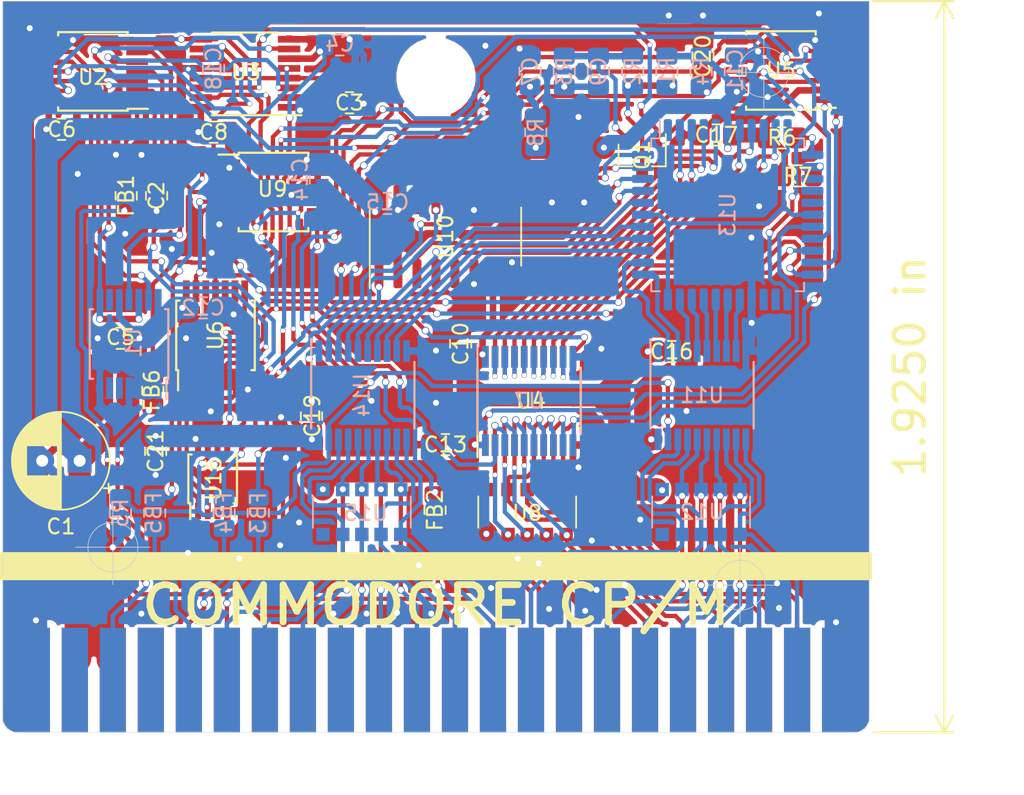
<source format=kicad_pcb>
(kicad_pcb (version 20171130) (host pcbnew "(5.1.5)-3")
  (layers (0 F.Cu signal) (31 B.Cu signal) (34 B.Paste user) (35 F.Paste user) (36 B.SilkS user) (37 F.SilkS user) (38 B.Mask user) (39 F.Mask user) (44 Edge.Cuts user))
  (net 0 "")
  (net 1 +5V)
  (net 2 GND)
  (net 3 "Net-(C2-Pad1)")
  (net 4 "Net-(C3-Pad1)")
  (net 5 "Net-(C4-Pad1)")
  (net 6 "Net-(C7-Pad1)")
  (net 7 "Net-(C9-Pad1)")
  (net 8 "Net-(C9-Pad2)")
  (net 9 "Net-(C18-Pad1)")
  (net 10 /Z80~RESET)
  (net 11 /IO1)
  (net 12 /BA)
  (net 13 /DotClk)
  (net 14 /R~W)
  (net 15 /Phi2)
  (net 16 /~RESET)
  (net 17 "Net-(Q1-Pad3)")
  (net 18 /Z80~CLK)
  (net 19 /~DMA)
  (net 20 /Z80~WAIT)
  (net 21 /PullUp1)
  (net 22 "Net-(R6-Pad2)")
  (net 23 "Net-(R7-Pad2)")
  (net 24 "Net-(U1-Pad13)")
  (net 25 "Net-(U1-Pad11)")
  (net 26 "Net-(U1-Pad9)")
  (net 27 "Net-(U1-Pad6)")
  (net 28 "Net-(U1-Pad5)")
  (net 29 "Net-(U2-Pad2)")
  (net 30 "Net-(U2-Pad3)")
  (net 31 "Net-(U2-Pad5)")
  (net 32 "Net-(U2-Pad6)")
  (net 33 "Net-(U2-Pad10)")
  (net 34 "Net-(U2-Pad11)")
  (net 35 /DLatch)
  (net 36 "Net-(U3-Pad11)")
  (net 37 "Net-(U3-Pad14)")
  (net 38 /ZD0)
  (net 39 /ZD2)
  (net 40 /ZD5)
  (net 41 /ZD6)
  (net 42 /ZD7)
  (net 43 /ZD4)
  (net 44 /ZD3)
  (net 45 /ZD1)
  (net 46 /D1)
  (net 47 /D3)
  (net 48 /D4)
  (net 49 /D7)
  (net 50 /D6)
  (net 51 /D5)
  (net 52 /D2)
  (net 53 /D0)
  (net 54 /Z80~RD)
  (net 55 /Z80~WR)
  (net 56 "Net-(U5-Pad6)")
  (net 57 "Net-(U5-Pad9)")
  (net 58 /Z80~BUSACK)
  (net 59 /ZDEnable)
  (net 60 "Net-(U9-Pad3)")
  (net 61 /Z80~BUSRQ)
  (net 62 "Net-(U9-Pad10)")
  (net 63 /XA13)
  (net 64 /ZA13)
  (net 65 /XA12)
  (net 66 /ZA12)
  (net 67 "Net-(U10-Pad9)")
  (net 68 /XA15)
  (net 69 /ZA15)
  (net 70 /XA14)
  (net 71 /ZA14)
  (net 72 /A7)
  (net 73 /A6)
  (net 74 /A5)
  (net 75 /A4)
  (net 76 /A3)
  (net 77 /A2)
  (net 78 /A1)
  (net 79 /A0)
  (net 80 "Net-(U13-Pad11)")
  (net 81 "Net-(U13-Pad14)")
  (net 82 "Net-(U13-Pad15)")
  (net 83 "Net-(U13-Pad16)")
  (net 84 "Net-(U13-Pad24)")
  (net 85 "Net-(U13-Pad25)")
  (net 86 /ZA0)
  (net 87 /ZA1)
  (net 88 /ZA2)
  (net 89 /ZA3)
  (net 90 /ZA4)
  (net 91 /ZA5)
  (net 92 /ZA6)
  (net 93 /ZA7)
  (net 94 /ZA8)
  (net 95 /ZA9)
  (net 96 /ZA10)
  (net 97 /ZA11)
  (net 98 /A8)
  (net 99 /A9)
  (net 100 /A10)
  (net 101 /A11)
  (net 102 /A12)
  (net 103 /A13)
  (net 104 /A14)
  (net 105 /A15)
  (net 106 "Net-(X1-Pad4)")
  (net 107 "Net-(X1-Pad8)")
  (net 108 "Net-(X1-Pad9)")
  (net 109 "Net-(X1-Pad10)")
  (net 110 "Net-(X1-Pad11)")
  (net 111 "Net-(X1-PadD)")
  (net 112 "Net-(X1-PadB)")
  (net 113 "Net-(R4-Pad1)")
  (net 114 "Net-(U16-Pad3)")
  (net 115 "Net-(U16-Pad6)")
  (net 116 "Net-(U16-Pad1)")
  (module Capacitor_THT:CP_Radial_D6.3mm_P2.50mm (layer F.Cu) (at 131.1275 133.9215 180)
    (fp_text reference C1 (at 1.25 -4.4) (layer F.SilkS))
    (fp_text value 47uF)
    (pad 1 thru_hole rect (at 0 0 180) (size 1.6 1.6) (drill 0.8) (layers *.Cu *.Mask) (net 1 +5V))
    (pad 2 thru_hole circle (at 2.5 0 180) (size 1.6 1.6) (drill 0.8) (layers *.Cu *.Mask) (net 2 GND))
  )
  (module Capacitor_SMD:C_0805_2012Metric_Pad1.15x1.40mm_HandSolder (layer F.Cu) (at 136.271 116.205 270)
    (fp_text reference C2 (at 0 0 90) (layer F.SilkS))
    (fp_text value 30p)
    (pad 1 smd roundrect (at -1.025 0 270) (size 1.15 1.4) (layers F.Cu F.Paste F.Mask) (roundrect_rratio 0.217391) (net 3 "Net-(C2-Pad1)"))
    (pad 2 smd roundrect (at 1.025 0 270) (size 1.15 1.4) (layers F.Cu F.Paste F.Mask) (roundrect_rratio 0.217391) (net 2 GND))
  )
  (module Capacitor_SMD:C_0805_2012Metric_Pad1.15x1.40mm_HandSolder (layer F.Cu) (at 149.1615 109.982)
    (fp_text reference C3 (at 0 0) (layer F.SilkS))
    (fp_text value 30p)
    (pad 2 smd roundrect (at 1.025 0) (size 1.15 1.4) (layers F.Cu F.Paste F.Mask) (roundrect_rratio 0.217391) (net 2 GND))
    (pad 1 smd roundrect (at -1.025 0) (size 1.15 1.4) (layers F.Cu F.Paste F.Mask) (roundrect_rratio 0.217391) (net 4 "Net-(C3-Pad1)"))
  )
  (module Capacitor_SMD:C_0805_2012Metric_Pad1.15x1.40mm_HandSolder (layer B.Cu) (at 148.5175 106.1085)
    (fp_text reference C4 (at 0 -0.0635 180) (layer B.SilkS) (effects (justify mirror)))
    (fp_text value 30p)
    (pad 1 smd roundrect (at -1.025 0) (size 1.15 1.4) (layers B.Cu B.Paste B.Mask) (roundrect_rratio 0.217391) (net 5 "Net-(C4-Pad1)"))
    (pad 2 smd roundrect (at 1.025 0) (size 1.15 1.4) (layers B.Cu B.Paste B.Mask) (roundrect_rratio 0.217391) (net 2 GND))
  )
  (module Capacitor_SMD:C_0805_2012Metric_Pad1.15x1.40mm_HandSolder (layer F.Cu) (at 133.858 125.73 180)
    (fp_text reference C5 (at 0 0.0635) (layer F.SilkS))
    (fp_text value 0.1uF)
    (pad 2 smd roundrect (at 1.025 0 180) (size 1.15 1.4) (layers F.Cu F.Paste F.Mask) (roundrect_rratio 0.217391) (net 2 GND))
    (pad 1 smd roundrect (at -1.025 0 180) (size 1.15 1.4) (layers F.Cu F.Paste F.Mask) (roundrect_rratio 0.217391) (net 1 +5V))
  )
  (module Capacitor_SMD:C_0805_2012Metric_Pad1.15x1.40mm_HandSolder (layer F.Cu) (at 129.921 111.76)
    (fp_text reference C6 (at 0.009 0) (layer F.SilkS))
    (fp_text value 0.1uF)
    (pad 1 smd roundrect (at -1.025 0) (size 1.15 1.4) (layers F.Cu F.Paste F.Mask) (roundrect_rratio 0.217391) (net 1 +5V))
    (pad 2 smd roundrect (at 1.025 0) (size 1.15 1.4) (layers F.Cu F.Paste F.Mask) (roundrect_rratio 0.217391) (net 2 GND))
  )
  (module Capacitor_SMD:C_0805_2012Metric_Pad1.15x1.40mm_HandSolder (layer B.Cu) (at 161.2265 107.8865 90)
    (fp_text reference C7 (at 0 0 270) (layer B.SilkS) (effects (justify mirror)))
    (fp_text value 30p)
    (pad 2 smd roundrect (at 1.025 0 90) (size 1.15 1.4) (layers B.Cu B.Paste B.Mask) (roundrect_rratio 0.217391) (net 2 GND))
    (pad 1 smd roundrect (at -1.025 0 90) (size 1.15 1.4) (layers B.Cu B.Paste B.Mask) (roundrect_rratio 0.217391) (net 6 "Net-(C7-Pad1)"))
  )
  (module Capacitor_SMD:C_0805_2012Metric_Pad1.15x1.40mm_HandSolder (layer F.Cu) (at 140.081 111.9505)
    (fp_text reference C8 (at 0 0) (layer F.SilkS))
    (fp_text value 0.1uF)
    (pad 1 smd roundrect (at -1.025 0) (size 1.15 1.4) (layers F.Cu F.Paste F.Mask) (roundrect_rratio 0.217391) (net 1 +5V))
    (pad 2 smd roundrect (at 1.025 0) (size 1.15 1.4) (layers F.Cu F.Paste F.Mask) (roundrect_rratio 0.217391) (net 2 GND))
  )
  (module Capacitor_SMD:C_0805_2012Metric_Pad1.15x1.40mm_HandSolder (layer B.Cu) (at 165.7985 107.8955 270)
    (fp_text reference C9 (at 0 0 270) (layer B.SilkS) (effects (justify mirror)))
    (fp_text value 47p)
    (pad 1 smd roundrect (at -1.025 0 270) (size 1.15 1.4) (layers B.Cu B.Paste B.Mask) (roundrect_rratio 0.217391) (net 7 "Net-(C9-Pad1)"))
    (pad 2 smd roundrect (at 1.025 0 270) (size 1.15 1.4) (layers B.Cu B.Paste B.Mask) (roundrect_rratio 0.217391) (net 8 "Net-(C9-Pad2)"))
  )
  (module Capacitor_SMD:C_0805_2012Metric_Pad1.15x1.40mm_HandSolder (layer F.Cu) (at 156.591 126.102 90)
    (fp_text reference C10 (at 0 0 90) (layer F.SilkS))
    (fp_text value 0.1uF)
    (pad 2 smd roundrect (at 1.025 0 90) (size 1.15 1.4) (layers F.Cu F.Paste F.Mask) (roundrect_rratio 0.217391) (net 2 GND))
    (pad 1 smd roundrect (at -1.025 0 90) (size 1.15 1.4) (layers F.Cu F.Paste F.Mask) (roundrect_rratio 0.217391) (net 1 +5V))
  )
  (module Capacitor_SMD:C_0805_2012Metric_Pad1.15x1.40mm_HandSolder (layer B.Cu) (at 174.9425 107.8865 90)
    (fp_text reference C11 (at 0.0635 0 90) (layer B.SilkS) (effects (justify mirror)))
    (fp_text value 0.1uF)
    (pad 2 smd roundrect (at 1.025 0 90) (size 1.15 1.4) (layers B.Cu B.Paste B.Mask) (roundrect_rratio 0.217391) (net 2 GND))
    (pad 1 smd roundrect (at -1.025 0 90) (size 1.15 1.4) (layers B.Cu B.Paste B.Mask) (roundrect_rratio 0.217391) (net 1 +5V))
  )
  (module Capacitor_SMD:C_0805_2012Metric_Pad1.15x1.40mm_HandSolder (layer B.Cu) (at 139.3825 123.698)
    (fp_text reference C12 (at 0 0) (layer B.SilkS) (effects (justify mirror)))
    (fp_text value 0.1uF)
    (pad 1 smd roundrect (at -1.025 0) (size 1.15 1.4) (layers B.Cu B.Paste B.Mask) (roundrect_rratio 0.217391) (net 1 +5V))
    (pad 2 smd roundrect (at 1.025 0) (size 1.15 1.4) (layers B.Cu B.Paste B.Mask) (roundrect_rratio 0.217391) (net 2 GND))
  )
  (module Capacitor_SMD:C_0805_2012Metric_Pad1.15x1.40mm_HandSolder (layer F.Cu) (at 155.575 132.842 180)
    (fp_text reference C13 (at 0 0) (layer F.SilkS))
    (fp_text value 0.1uF)
    (pad 1 smd roundrect (at -1.025 0 180) (size 1.15 1.4) (layers F.Cu F.Paste F.Mask) (roundrect_rratio 0.217391) (net 1 +5V))
    (pad 2 smd roundrect (at 1.025 0 180) (size 1.15 1.4) (layers F.Cu F.Paste F.Mask) (roundrect_rratio 0.217391) (net 2 GND))
  )
  (module Capacitor_SMD:C_0805_2012Metric_Pad1.15x1.40mm_HandSolder (layer B.Cu) (at 145.796 115.1255 270)
    (fp_text reference C14 (at 0 -0.0635 90) (layer B.SilkS) (effects (justify mirror)))
    (fp_text value 0.1uF)
    (pad 1 smd roundrect (at -1.025 0 270) (size 1.15 1.4) (layers B.Cu B.Paste B.Mask) (roundrect_rratio 0.217391) (net 1 +5V))
    (pad 2 smd roundrect (at 1.025 0 270) (size 1.15 1.4) (layers B.Cu B.Paste B.Mask) (roundrect_rratio 0.217391) (net 2 GND))
  )
  (module Capacitor_SMD:C_0805_2012Metric_Pad1.15x1.40mm_HandSolder (layer B.Cu) (at 151.7015 116.713)
    (fp_text reference C15 (at 0 -0.0635) (layer B.SilkS) (effects (justify mirror)))
    (fp_text value 0.1uF)
    (pad 2 smd roundrect (at 1.025 0) (size 1.15 1.4) (layers B.Cu B.Paste B.Mask) (roundrect_rratio 0.217391) (net 2 GND))
    (pad 1 smd roundrect (at -1.025 0) (size 1.15 1.4) (layers B.Cu B.Paste B.Mask) (roundrect_rratio 0.217391) (net 1 +5V))
  )
  (module Capacitor_SMD:C_0805_2012Metric_Pad1.15x1.40mm_HandSolder (layer F.Cu) (at 170.688 126.619)
    (fp_text reference C16 (at 0 0) (layer F.SilkS))
    (fp_text value 0.1uF)
    (pad 2 smd roundrect (at 1.025 0) (size 1.15 1.4) (layers F.Cu F.Paste F.Mask) (roundrect_rratio 0.217391) (net 2 GND))
    (pad 1 smd roundrect (at -1.025 0) (size 1.15 1.4) (layers F.Cu F.Paste F.Mask) (roundrect_rratio 0.217391) (net 1 +5V))
  )
  (module Capacitor_SMD:C_0805_2012Metric_Pad1.15x1.40mm_HandSolder (layer F.Cu) (at 173.6725 112.141 180)
    (fp_text reference C17 (at 0 0) (layer F.SilkS))
    (fp_text value 0.1uF)
    (pad 2 smd roundrect (at 1.025 0 180) (size 1.15 1.4) (layers F.Cu F.Paste F.Mask) (roundrect_rratio 0.217391) (net 2 GND))
    (pad 1 smd roundrect (at -1.025 0 180) (size 1.15 1.4) (layers F.Cu F.Paste F.Mask) (roundrect_rratio 0.217391) (net 1 +5V))
  )
  (module Capacitor_SMD:C_0805_2012Metric_Pad1.15x1.40mm_HandSolder (layer B.Cu) (at 140.081 107.696 270)
    (fp_text reference C18 (at 0 0 270) (layer B.SilkS) (effects (justify mirror)))
    (fp_text value 30p)
    (pad 2 smd roundrect (at 1.025 0 270) (size 1.15 1.4) (layers B.Cu B.Paste B.Mask) (roundrect_rratio 0.217391) (net 2 GND))
    (pad 1 smd roundrect (at -1.025 0 270) (size 1.15 1.4) (layers B.Cu B.Paste B.Mask) (roundrect_rratio 0.217391) (net 9 "Net-(C18-Pad1)"))
  )
  (module Capacitor_SMD:C_0805_2012Metric_Pad1.15x1.40mm_HandSolder (layer F.Cu) (at 146.6215 130.937 90)
    (fp_text reference C19 (at 0.009 0.0635 90) (layer F.SilkS))
    (fp_text value 0.1uF)
    (pad 1 smd roundrect (at -1.025 0 90) (size 1.15 1.4) (layers F.Cu F.Paste F.Mask) (roundrect_rratio 0.217391) (net 1 +5V))
    (pad 2 smd roundrect (at 1.025 0 90) (size 1.15 1.4) (layers F.Cu F.Paste F.Mask) (roundrect_rratio 0.217391) (net 2 GND))
  )
  (module Capacitor_SMD:C_0805_2012Metric_Pad1.15x1.40mm_HandSolder (layer F.Cu) (at 172.7835 106.8705 270)
    (fp_text reference C20 (at 0 0 90) (layer F.SilkS))
    (fp_text value 30p)
    (pad 1 smd roundrect (at -1.025 0 270) (size 1.15 1.4) (layers F.Cu F.Paste F.Mask) (roundrect_rratio 0.217391) (net 2 GND))
    (pad 2 smd roundrect (at 1.025 0 270) (size 1.15 1.4) (layers F.Cu F.Paste F.Mask) (roundrect_rratio 0.217391) (net 10 /Z80~RESET))
  )
  (module Resistor_SMD:R_0805_2012Metric_Pad1.15x1.40mm_HandSolder (layer F.Cu) (at 134.239 116.205 90)
    (fp_text reference FB1 (at 0 0 90) (layer F.SilkS))
    (fp_text value 2508052027Z0)
    (pad 2 smd roundrect (at 1.025 0 90) (size 1.15 1.4) (layers F.Cu F.Paste F.Mask) (roundrect_rratio 0.217391) (net 3 "Net-(C2-Pad1)"))
    (pad 1 smd roundrect (at -1.025 0 90) (size 1.15 1.4) (layers F.Cu F.Paste F.Mask) (roundrect_rratio 0.217391) (net 11 /IO1))
  )
  (module Resistor_SMD:R_0805_2012Metric_Pad1.15x1.40mm_HandSolder (layer F.Cu) (at 154.8765 137.2235 90)
    (fp_text reference FB2 (at 0 0 90) (layer F.SilkS))
    (fp_text value 2508052027Z0)
    (pad 1 smd roundrect (at -1.025 0 90) (size 1.15 1.4) (layers F.Cu F.Paste F.Mask) (roundrect_rratio 0.217391) (net 12 /BA))
    (pad 2 smd roundrect (at 1.025 0 90) (size 1.15 1.4) (layers F.Cu F.Paste F.Mask) (roundrect_rratio 0.217391) (net 4 "Net-(C3-Pad1)"))
  )
  (module Resistor_SMD:R_0805_2012Metric_Pad1.15x1.40mm_HandSolder (layer B.Cu) (at 143.0655 137.414 90)
    (fp_text reference FB3 (at 0 0 270) (layer B.SilkS) (effects (justify mirror)))
    (fp_text value 2508052027Z0)
    (pad 1 smd roundrect (at -1.025 0 90) (size 1.15 1.4) (layers B.Cu B.Paste B.Mask) (roundrect_rratio 0.217391) (net 13 /DotClk))
    (pad 2 smd roundrect (at 1.025 0 90) (size 1.15 1.4) (layers B.Cu B.Paste B.Mask) (roundrect_rratio 0.217391) (net 5 "Net-(C4-Pad1)"))
  )
  (module Resistor_SMD:R_0805_2012Metric_Pad1.15x1.40mm_HandSolder (layer B.Cu) (at 140.7795 137.414 90)
    (fp_text reference FB4 (at 0 0 270) (layer B.SilkS) (effects (justify mirror)))
    (fp_text value 2508052027Z0)
    (pad 2 smd roundrect (at 1.025 0 90) (size 1.15 1.4) (layers B.Cu B.Paste B.Mask) (roundrect_rratio 0.217391) (net 6 "Net-(C7-Pad1)"))
    (pad 1 smd roundrect (at -1.025 0 90) (size 1.15 1.4) (layers B.Cu B.Paste B.Mask) (roundrect_rratio 0.217391) (net 14 /R~W))
  )
  (module Resistor_SMD:R_0805_2012Metric_Pad1.15x1.40mm_HandSolder (layer B.Cu) (at 136.144 137.414 90)
    (fp_text reference FB5 (at 0 -0.0635 270) (layer B.SilkS) (effects (justify mirror)))
    (fp_text value 2508052027Z0)
    (pad 2 smd roundrect (at 1.025 0 90) (size 1.15 1.4) (layers B.Cu B.Paste B.Mask) (roundrect_rratio 0.217391) (net 9 "Net-(C18-Pad1)"))
    (pad 1 smd roundrect (at -1.025 0 90) (size 1.15 1.4) (layers B.Cu B.Paste B.Mask) (roundrect_rratio 0.217391) (net 15 /Phi2))
  )
  (module Resistor_SMD:R_0805_2012Metric_Pad1.15x1.40mm_HandSolder (layer F.Cu) (at 136.017 129.2225 270)
    (fp_text reference FB6 (at 0 0.0635 90) (layer F.SilkS))
    (fp_text value 2508052027Z0)
    (pad 1 smd roundrect (at -1.025 0 270) (size 1.15 1.4) (layers F.Cu F.Paste F.Mask) (roundrect_rratio 0.217391) (net 10 /Z80~RESET))
    (pad 2 smd roundrect (at 1.025 0 270) (size 1.15 1.4) (layers F.Cu F.Paste F.Mask) (roundrect_rratio 0.217391) (net 16 /~RESET))
  )
  (module Resistor_SMD:R_0805_2012Metric_Pad1.15x1.40mm_HandSolder (layer B.Cu) (at 170.3705 107.8865 270)
    (fp_text reference R1 (at 0 0 270) (layer B.SilkS) (effects (justify mirror)))
    (fp_text value 22R)
    (pad 2 smd roundrect (at 1.025 0 270) (size 1.15 1.4) (layers B.Cu B.Paste B.Mask) (roundrect_rratio 0.217391) (net 17 "Net-(Q1-Pad3)"))
    (pad 1 smd roundrect (at -1.025 0 270) (size 1.15 1.4) (layers B.Cu B.Paste B.Mask) (roundrect_rratio 0.217391) (net 1 +5V))
  )
  (module Resistor_SMD:R_0805_2012Metric_Pad1.15x1.40mm_HandSolder (layer B.Cu) (at 168.0845 107.8865 90)
    (fp_text reference R2 (at 0 0 -90) (layer B.SilkS) (effects (justify mirror)))
    (fp_text value 220R)
    (pad 1 smd roundrect (at -1.025 0 90) (size 1.15 1.4) (layers B.Cu B.Paste B.Mask) (roundrect_rratio 0.217391) (net 17 "Net-(Q1-Pad3)"))
    (pad 2 smd roundrect (at 1.025 0 90) (size 1.15 1.4) (layers B.Cu B.Paste B.Mask) (roundrect_rratio 0.217391) (net 7 "Net-(C9-Pad1)"))
  )
  (module Resistor_SMD:R_0805_2012Metric_Pad1.15x1.40mm_HandSolder (layer B.Cu) (at 163.5125 107.8865 270)
    (fp_text reference R3 (at 0 0 270) (layer B.SilkS) (effects (justify mirror)))
    (fp_text value 1K2)
    (pad 1 smd roundrect (at -1.025 0 270) (size 1.15 1.4) (layers B.Cu B.Paste B.Mask) (roundrect_rratio 0.217391) (net 7 "Net-(C9-Pad1)"))
    (pad 2 smd roundrect (at 1.025 0 270) (size 1.15 1.4) (layers B.Cu B.Paste B.Mask) (roundrect_rratio 0.217391) (net 8 "Net-(C9-Pad2)"))
  )
  (module Resistor_SMD:R_0805_2012Metric_Pad1.15x1.40mm_HandSolder (layer B.Cu) (at 172.6565 107.8865 90)
    (fp_text reference R4 (at 0 0 270) (layer B.SilkS) (effects (justify mirror)))
    (fp_text value 2K2)
    (pad 2 smd roundrect (at 1.025 0 90) (size 1.15 1.4) (layers B.Cu B.Paste B.Mask) (roundrect_rratio 0.217391) (net 1 +5V))
    (pad 1 smd roundrect (at -1.025 0 90) (size 1.15 1.4) (layers B.Cu B.Paste B.Mask) (roundrect_rratio 0.217391) (net 113 "Net-(R4-Pad1)"))
  )
  (module Resistor_SMD:R_0805_2012Metric_Pad1.15x1.40mm_HandSolder (layer B.Cu) (at 133.858 137.414 90)
    (fp_text reference R5 (at 0 0 270) (layer B.SilkS) (effects (justify mirror)))
    (fp_text value 2K2)
    (pad 2 smd roundrect (at 1.025 0 90) (size 1.15 1.4) (layers B.Cu B.Paste B.Mask) (roundrect_rratio 0.217391) (net 21 /PullUp1))
    (pad 1 smd roundrect (at -1.025 0 90) (size 1.15 1.4) (layers B.Cu B.Paste B.Mask) (roundrect_rratio 0.217391) (net 1 +5V))
  )
  (module Resistor_SMD:R_0805_2012Metric_Pad1.15x1.40mm_HandSolder (layer F.Cu) (at 178.054 112.3315)
    (fp_text reference R6 (at 0 0) (layer F.SilkS))
    (fp_text value 2K2)
    (pad 1 smd roundrect (at -1.025 0) (size 1.15 1.4) (layers F.Cu F.Paste F.Mask) (roundrect_rratio 0.217391) (net 1 +5V))
    (pad 2 smd roundrect (at 1.025 0) (size 1.15 1.4) (layers F.Cu F.Paste F.Mask) (roundrect_rratio 0.217391) (net 22 "Net-(R6-Pad2)"))
  )
  (module Resistor_SMD:R_0805_2012Metric_Pad1.15x1.40mm_HandSolder (layer F.Cu) (at 179.1245 114.8715)
    (fp_text reference R7 (at 0 0) (layer F.SilkS))
    (fp_text value 2K2)
    (pad 2 smd roundrect (at 1.025 0) (size 1.15 1.4) (layers F.Cu F.Paste F.Mask) (roundrect_rratio 0.217391) (net 23 "Net-(R7-Pad2)"))
    (pad 1 smd roundrect (at -1.025 0) (size 1.15 1.4) (layers F.Cu F.Paste F.Mask) (roundrect_rratio 0.217391) (net 1 +5V))
  )
  (module Resistor_SMD:R_0805_2012Metric_Pad1.15x1.40mm_HandSolder (layer B.Cu) (at 161.6075 111.9595 90)
    (fp_text reference R8 (at 0 0 270) (layer B.SilkS) (effects (justify mirror)))
    (fp_text value 2K2)
    (pad 1 smd roundrect (at -1.025 0 90) (size 1.15 1.4) (layers B.Cu B.Paste B.Mask) (roundrect_rratio 0.217391) (net 1 +5V))
    (pad 2 smd roundrect (at 1.025 0 90) (size 1.15 1.4) (layers B.Cu B.Paste B.Mask) (roundrect_rratio 0.217391) (net 6 "Net-(C7-Pad1)"))
  )
  (module Package_SO:TSSOP-14_4.4x5mm_P0.65mm (layer B.Cu) (at 134.4295 126.111 90)
    (fp_text reference U1 (at 0.0635 0.3175 270) (layer B.SilkS) (effects (justify mirror)))
    (fp_text value SN74LV74APWR)
    (pad 14 smd rect (at 2.95 1.95 90) (size 1.45 0.45) (layers B.Cu B.Paste B.Mask) (net 1 +5V))
    (pad 13 smd rect (at 2.95 1.3 90) (size 1.45 0.45) (layers B.Cu B.Paste B.Mask) (net 24 "Net-(U1-Pad13)"))
    (pad 12 smd rect (at 2.95 0.65 90) (size 1.45 0.45) (layers B.Cu B.Paste B.Mask) (net 8 "Net-(C9-Pad2)"))
    (pad 11 smd rect (at 2.95 0 90) (size 1.45 0.45) (layers B.Cu B.Paste B.Mask) (net 25 "Net-(U1-Pad11)"))
    (pad 10 smd rect (at 2.95 -0.65 90) (size 1.45 0.45) (layers B.Cu B.Paste B.Mask) (net 1 +5V))
    (pad 9 smd rect (at 2.95 -1.3 90) (size 1.45 0.45) (layers B.Cu B.Paste B.Mask) (net 26 "Net-(U1-Pad9)"))
    (pad 8 smd rect (at 2.95 -1.95 90) (size 1.45 0.45) (layers B.Cu B.Paste B.Mask) (net 8 "Net-(C9-Pad2)"))
    (pad 7 smd rect (at -2.95 -1.95 90) (size 1.45 0.45) (layers B.Cu B.Paste B.Mask) (net 2 GND))
    (pad 6 smd rect (at -2.95 -1.3 90) (size 1.45 0.45) (layers B.Cu B.Paste B.Mask) (net 27 "Net-(U1-Pad6)"))
    (pad 5 smd rect (at -2.95 -0.65 90) (size 1.45 0.45) (layers B.Cu B.Paste B.Mask) (net 28 "Net-(U1-Pad5)"))
    (pad 4 smd rect (at -2.95 0 90) (size 1.45 0.45) (layers B.Cu B.Paste B.Mask) (net 2 GND))
    (pad 3 smd rect (at -2.95 0.65 90) (size 1.45 0.45) (layers B.Cu B.Paste B.Mask) (net 2 GND))
    (pad 2 smd rect (at -2.95 1.3 90) (size 1.45 0.45) (layers B.Cu B.Paste B.Mask) (net 2 GND))
    (pad 1 smd rect (at -2.95 1.95 90) (size 1.45 0.45) (layers B.Cu B.Paste B.Mask) (net 2 GND))
  )
  (module Package_SO:TSSOP-14_4.4x5mm_P0.65mm (layer F.Cu) (at 132.0165 107.8865 180)
    (fp_text reference U2 (at 0 -0.381) (layer F.SilkS))
    (fp_text value SN74LV04APWR)
    (pad 1 smd rect (at -2.95 -1.95 180) (size 1.45 0.45) (layers F.Cu F.Paste F.Mask) (net 3 "Net-(C2-Pad1)"))
    (pad 2 smd rect (at -2.95 -1.3 180) (size 1.45 0.45) (layers F.Cu F.Paste F.Mask) (net 29 "Net-(U2-Pad2)"))
    (pad 3 smd rect (at -2.95 -0.65 180) (size 1.45 0.45) (layers F.Cu F.Paste F.Mask) (net 30 "Net-(U2-Pad3)"))
    (pad 4 smd rect (at -2.95 0 180) (size 1.45 0.45) (layers F.Cu F.Paste F.Mask) (net 25 "Net-(U1-Pad11)"))
    (pad 5 smd rect (at -2.95 0.65 180) (size 1.45 0.45) (layers F.Cu F.Paste F.Mask) (net 31 "Net-(U2-Pad5)"))
    (pad 6 smd rect (at -2.95 1.3 180) (size 1.45 0.45) (layers F.Cu F.Paste F.Mask) (net 32 "Net-(U2-Pad6)"))
    (pad 7 smd rect (at -2.95 1.95 180) (size 1.45 0.45) (layers F.Cu F.Paste F.Mask) (net 2 GND))
    (pad 8 smd rect (at 2.95 1.95 180) (size 1.45 0.45) (layers F.Cu F.Paste F.Mask) (net 18 /Z80~CLK))
    (pad 9 smd rect (at 2.95 1.3 180) (size 1.45 0.45) (layers F.Cu F.Paste F.Mask) (net 8 "Net-(C9-Pad2)"))
    (pad 10 smd rect (at 2.95 0.65 180) (size 1.45 0.45) (layers F.Cu F.Paste F.Mask) (net 33 "Net-(U2-Pad10)"))
    (pad 11 smd rect (at 2.95 0 180) (size 1.45 0.45) (layers F.Cu F.Paste F.Mask) (net 34 "Net-(U2-Pad11)"))
    (pad 12 smd rect (at 2.95 -0.65 180) (size 1.45 0.45) (layers F.Cu F.Paste F.Mask) (net 24 "Net-(U1-Pad13)"))
    (pad 13 smd rect (at 2.95 -1.3 180) (size 1.45 0.45) (layers F.Cu F.Paste F.Mask) (net 35 /DLatch))
    (pad 14 smd rect (at 2.95 -1.95 180) (size 1.45 0.45) (layers F.Cu F.Paste F.Mask) (net 1 +5V))
  )
  (module Package_SO:TSSOP-16_4.4x5mm_P0.65mm (layer F.Cu) (at 142.1765 108.0135 180)
    (fp_text reference U3 (at -0.0635 0.0635) (layer F.SilkS))
    (fp_text value 74HCT367PW,118)
    (pad 1 smd rect (at -2.95 -2.275 180) (size 1.5 0.45) (layers F.Cu F.Paste F.Mask) (net 2 GND))
    (pad 2 smd rect (at -2.95 -1.625 180) (size 1.5 0.45) (layers F.Cu F.Paste F.Mask) (net 4 "Net-(C3-Pad1)"))
    (pad 3 smd rect (at -2.95 -0.975 180) (size 1.5 0.45) (layers F.Cu F.Paste F.Mask) (net 31 "Net-(U2-Pad5)"))
    (pad 4 smd rect (at -2.95 -0.325 180) (size 1.5 0.45) (layers F.Cu F.Paste F.Mask) (net 6 "Net-(C7-Pad1)"))
    (pad 5 smd rect (at -2.95 0.325 180) (size 1.5 0.45) (layers F.Cu F.Paste F.Mask) (net 34 "Net-(U2-Pad11)"))
    (pad 6 smd rect (at -2.95 0.975 180) (size 1.5 0.45) (layers F.Cu F.Paste F.Mask) (net 5 "Net-(C4-Pad1)"))
    (pad 7 smd rect (at -2.95 1.625 180) (size 1.5 0.45) (layers F.Cu F.Paste F.Mask) (net 30 "Net-(U2-Pad3)"))
    (pad 8 smd rect (at -2.95 2.275 180) (size 1.5 0.45) (layers F.Cu F.Paste F.Mask) (net 2 GND))
    (pad 9 smd rect (at 2.95 2.275 180) (size 1.5 0.45) (layers F.Cu F.Paste F.Mask) (net 35 /DLatch))
    (pad 10 smd rect (at 2.95 1.625 180) (size 1.5 0.45) (layers F.Cu F.Paste F.Mask) (net 9 "Net-(C18-Pad1)"))
    (pad 11 smd rect (at 2.95 0.975 180) (size 1.5 0.45) (layers F.Cu F.Paste F.Mask) (net 36 "Net-(U3-Pad11)"))
    (pad 12 smd rect (at 2.95 0.325 180) (size 1.5 0.45) (layers F.Cu F.Paste F.Mask) (net 2 GND))
    (pad 13 smd rect (at 2.95 -0.325 180) (size 1.5 0.45) (layers F.Cu F.Paste F.Mask) (net 6 "Net-(C7-Pad1)"))
    (pad 14 smd rect (at 2.95 -0.975 180) (size 1.5 0.45) (layers F.Cu F.Paste F.Mask) (net 37 "Net-(U3-Pad14)"))
    (pad 15 smd rect (at 2.95 -1.625 180) (size 1.5 0.45) (layers F.Cu F.Paste F.Mask) (net 21 /PullUp1))
    (pad 16 smd rect (at 2.95 -2.275 180) (size 1.5 0.45) (layers F.Cu F.Paste F.Mask) (net 1 +5V))
  )
  (module Package_SO:TSSOP-20_4.4x6.5mm_P0.65mm (layer F.Cu) (at 161.163 129.921 90)
    (fp_text reference U4 (at 0 0.127 180) (layer F.SilkS))
    (fp_text value SN74LV573APW)
    (pad 20 smd rect (at 2.95 -2.925 90) (size 1.45 0.45) (layers F.Cu F.Paste F.Mask) (net 1 +5V))
    (pad 19 smd rect (at 2.95 -2.275 90) (size 1.45 0.45) (layers F.Cu F.Paste F.Mask) (net 42 /ZD7))
    (pad 18 smd rect (at 2.95 -1.625 90) (size 1.45 0.45) (layers F.Cu F.Paste F.Mask) (net 41 /ZD6))
    (pad 17 smd rect (at 2.95 -0.975 90) (size 1.45 0.45) (layers F.Cu F.Paste F.Mask) (net 40 /ZD5))
    (pad 16 smd rect (at 2.95 -0.325 90) (size 1.45 0.45) (layers F.Cu F.Paste F.Mask) (net 43 /ZD4))
    (pad 15 smd rect (at 2.95 0.325 90) (size 1.45 0.45) (layers F.Cu F.Paste F.Mask) (net 44 /ZD3))
    (pad 14 smd rect (at 2.95 0.975 90) (size 1.45 0.45) (layers F.Cu F.Paste F.Mask) (net 39 /ZD2))
    (pad 13 smd rect (at 2.95 1.625 90) (size 1.45 0.45) (layers F.Cu F.Paste F.Mask) (net 45 /ZD1))
    (pad 12 smd rect (at 2.95 2.275 90) (size 1.45 0.45) (layers F.Cu F.Paste F.Mask) (net 38 /ZD0))
    (pad 11 smd rect (at 2.95 2.925 90) (size 1.45 0.45) (layers F.Cu F.Paste F.Mask) (net 35 /DLatch))
    (pad 10 smd rect (at -2.95 2.925 90) (size 1.45 0.45) (layers F.Cu F.Paste F.Mask) (net 2 GND))
    (pad 9 smd rect (at -2.95 2.275 90) (size 1.45 0.45) (layers F.Cu F.Paste F.Mask) (net 53 /D0))
    (pad 8 smd rect (at -2.95 1.625 90) (size 1.45 0.45) (layers F.Cu F.Paste F.Mask) (net 46 /D1))
    (pad 7 smd rect (at -2.95 0.975 90) (size 1.45 0.45) (layers F.Cu F.Paste F.Mask) (net 52 /D2))
    (pad 6 smd rect (at -2.95 0.325 90) (size 1.45 0.45) (layers F.Cu F.Paste F.Mask) (net 47 /D3))
    (pad 5 smd rect (at -2.95 -0.325 90) (size 1.45 0.45) (layers F.Cu F.Paste F.Mask) (net 48 /D4))
    (pad 4 smd rect (at -2.95 -0.975 90) (size 1.45 0.45) (layers F.Cu F.Paste F.Mask) (net 51 /D5))
    (pad 3 smd rect (at -2.95 -1.625 90) (size 1.45 0.45) (layers F.Cu F.Paste F.Mask) (net 50 /D6))
    (pad 2 smd rect (at -2.95 -2.275 90) (size 1.45 0.45) (layers F.Cu F.Paste F.Mask) (net 49 /D7))
    (pad 1 smd rect (at -2.95 -2.925 90) (size 1.45 0.45) (layers F.Cu F.Paste F.Mask) (net 54 /Z80~RD))
  )
  (module Package_SO:TSSOP-14_4.4x5mm_P0.65mm (layer F.Cu) (at 177.9905 107.823 180)
    (fp_text reference U5 (at 0 0) (layer F.SilkS))
    (fp_text value SN74LV74APWR)
    (pad 1 smd rect (at -2.95 -1.95 180) (size 1.45 0.45) (layers F.Cu F.Paste F.Mask) (net 55 /Z80~WR))
    (pad 2 smd rect (at -2.95 -1.3 180) (size 1.45 0.45) (layers F.Cu F.Paste F.Mask) (net 1 +5V))
    (pad 3 smd rect (at -2.95 -0.65 180) (size 1.45 0.45) (layers F.Cu F.Paste F.Mask) (net 18 /Z80~CLK))
    (pad 4 smd rect (at -2.95 0 180) (size 1.45 0.45) (layers F.Cu F.Paste F.Mask) (net 20 /Z80~WAIT))
    (pad 5 smd rect (at -2.95 0.65 180) (size 1.45 0.45) (layers F.Cu F.Paste F.Mask) (net 37 "Net-(U3-Pad14)"))
    (pad 6 smd rect (at -2.95 1.3 180) (size 1.45 0.45) (layers F.Cu F.Paste F.Mask) (net 56 "Net-(U5-Pad6)"))
    (pad 7 smd rect (at -2.95 1.95 180) (size 1.45 0.45) (layers F.Cu F.Paste F.Mask) (net 2 GND))
    (pad 8 smd rect (at 2.95 1.95 180) (size 1.45 0.45) (layers F.Cu F.Paste F.Mask) (net 20 /Z80~WAIT))
    (pad 9 smd rect (at 2.95 1.3 180) (size 1.45 0.45) (layers F.Cu F.Paste F.Mask) (net 57 "Net-(U5-Pad9)"))
    (pad 10 smd rect (at 2.95 0.65 180) (size 1.45 0.45) (layers F.Cu F.Paste F.Mask) (net 10 /Z80~RESET))
    (pad 11 smd rect (at 2.95 0 180) (size 1.45 0.45) (layers F.Cu F.Paste F.Mask) (net 113 "Net-(R4-Pad1)"))
    (pad 12 smd rect (at 2.95 -0.65 180) (size 1.45 0.45) (layers F.Cu F.Paste F.Mask) (net 53 /D0))
    (pad 13 smd rect (at 2.95 -1.3 180) (size 1.45 0.45) (layers F.Cu F.Paste F.Mask) (net 1 +5V))
    (pad 14 smd rect (at 2.95 -1.95 180) (size 1.45 0.45) (layers F.Cu F.Paste F.Mask) (net 1 +5V))
  )
  (module Package_SO:TSSOP-14_4.4x5mm_P0.65mm (layer F.Cu) (at 140.208 125.5395 90)
    (fp_text reference U6 (at 0 0 90) (layer F.SilkS))
    (fp_text value SN74LV11APWR)
    (pad 1 smd rect (at -2.95 -1.95 90) (size 1.45 0.45) (layers F.Cu F.Paste F.Mask) (net 58 /Z80~BUSACK))
    (pad 2 smd rect (at -2.95 -1.3 90) (size 1.45 0.45) (layers F.Cu F.Paste F.Mask) (net 35 /DLatch))
    (pad 3 smd rect (at -2.95 -0.65 90) (size 1.45 0.45) (layers F.Cu F.Paste F.Mask) (net 35 /DLatch))
    (pad 4 smd rect (at -2.95 0 90) (size 1.45 0.45) (layers F.Cu F.Paste F.Mask) (net 29 "Net-(U2-Pad2)"))
    (pad 5 smd rect (at -2.95 0.65 90) (size 1.45 0.45) (layers F.Cu F.Paste F.Mask) (net 33 "Net-(U2-Pad10)"))
    (pad 6 smd rect (at -2.95 1.3 90) (size 1.45 0.45) (layers F.Cu F.Paste F.Mask) (net 114 "Net-(U16-Pad3)"))
    (pad 7 smd rect (at -2.95 1.95 90) (size 1.45 0.45) (layers F.Cu F.Paste F.Mask) (net 2 GND))
    (pad 8 smd rect (at 2.95 1.95 90) (size 1.45 0.45) (layers F.Cu F.Paste F.Mask) (net 115 "Net-(U16-Pad6)"))
    (pad 9 smd rect (at 2.95 1.3 90) (size 1.45 0.45) (layers F.Cu F.Paste F.Mask) (net 20 /Z80~WAIT))
    (pad 10 smd rect (at 2.95 0.65 90) (size 1.45 0.45) (layers F.Cu F.Paste F.Mask) (net 20 /Z80~WAIT))
    (pad 11 smd rect (at 2.95 0 90) (size 1.45 0.45) (layers F.Cu F.Paste F.Mask) (net 20 /Z80~WAIT))
    (pad 12 smd rect (at 2.95 -0.65 90) (size 1.45 0.45) (layers F.Cu F.Paste F.Mask) (net 116 "Net-(U16-Pad1)"))
    (pad 13 smd rect (at 2.95 -1.3 90) (size 1.45 0.45) (layers F.Cu F.Paste F.Mask) (net 20 /Z80~WAIT))
    (pad 14 smd rect (at 2.95 -1.95 90) (size 1.45 0.45) (layers F.Cu F.Paste F.Mask) (net 1 +5V))
  )
  (module Package_SO:TSSOP-20_4.4x6.5mm_P0.65mm (layer B.Cu) (at 161.163 129.921 270)
    (fp_text reference U7 (at 0 0) (layer B.SilkS) (effects (justify mirror)))
    (fp_text value SN74LV245APWR)
    (pad 1 smd rect (at -2.95 2.925 270) (size 1.45 0.45) (layers B.Cu B.Paste B.Mask) (net 1 +5V))
    (pad 2 smd rect (at -2.95 2.275 270) (size 1.45 0.45) (layers B.Cu B.Paste B.Mask) (net 42 /ZD7))
    (pad 3 smd rect (at -2.95 1.625 270) (size 1.45 0.45) (layers B.Cu B.Paste B.Mask) (net 41 /ZD6))
    (pad 4 smd rect (at -2.95 0.975 270) (size 1.45 0.45) (layers B.Cu B.Paste B.Mask) (net 40 /ZD5))
    (pad 5 smd rect (at -2.95 0.325 270) (size 1.45 0.45) (layers B.Cu B.Paste B.Mask) (net 43 /ZD4))
    (pad 6 smd rect (at -2.95 -0.325 270) (size 1.45 0.45) (layers B.Cu B.Paste B.Mask) (net 44 /ZD3))
    (pad 7 smd rect (at -2.95 -0.975 270) (size 1.45 0.45) (layers B.Cu B.Paste B.Mask) (net 39 /ZD2))
    (pad 8 smd rect (at -2.95 -1.625 270) (size 1.45 0.45) (layers B.Cu B.Paste B.Mask) (net 45 /ZD1))
    (pad 9 smd rect (at -2.95 -2.275 270) (size 1.45 0.45) (layers B.Cu B.Paste B.Mask) (net 38 /ZD0))
    (pad 10 smd rect (at -2.95 -2.925 270) (size 1.45 0.45) (layers B.Cu B.Paste B.Mask) (net 2 GND))
    (pad 11 smd rect (at 2.95 -2.925 270) (size 1.45 0.45) (layers B.Cu B.Paste B.Mask) (net 53 /D0))
    (pad 12 smd rect (at 2.95 -2.275 270) (size 1.45 0.45) (layers B.Cu B.Paste B.Mask) (net 46 /D1))
    (pad 13 smd rect (at 2.95 -1.625 270) (size 1.45 0.45) (layers B.Cu B.Paste B.Mask) (net 52 /D2))
    (pad 14 smd rect (at 2.95 -0.975 270) (size 1.45 0.45) (layers B.Cu B.Paste B.Mask) (net 47 /D3))
    (pad 15 smd rect (at 2.95 -0.325 270) (size 1.45 0.45) (layers B.Cu B.Paste B.Mask) (net 48 /D4))
    (pad 16 smd rect (at 2.95 0.325 270) (size 1.45 0.45) (layers B.Cu B.Paste B.Mask) (net 51 /D5))
    (pad 17 smd rect (at 2.95 0.975 270) (size 1.45 0.45) (layers B.Cu B.Paste B.Mask) (net 50 /D6))
    (pad 18 smd rect (at 2.95 1.625 270) (size 1.45 0.45) (layers B.Cu B.Paste B.Mask) (net 49 /D7))
    (pad 19 smd rect (at 2.95 2.275 270) (size 1.45 0.45) (layers B.Cu B.Paste B.Mask) (net 59 /ZDEnable))
    (pad 20 smd rect (at 2.95 2.925 270) (size 1.45 0.45) (layers B.Cu B.Paste B.Mask) (net 1 +5V))
  )
  (module Resistor_SMD:R_Array_Convex_5x1206 (layer F.Cu) (at 161.036 137.3505 90)
    (fp_text reference U8 (at -0.0635 0 180) (layer F.SilkS))
    (fp_text value 4K7)
    (pad 1 smd rect (at -1.5 -2.6 90) (size 0.9 0.9) (layers F.Cu F.Paste F.Mask) (net 1 +5V))
    (pad 5 smd rect (at -1.5 2.6 90) (size 0.9 0.9) (layers F.Cu F.Paste F.Mask) (net 48 /D4))
    (pad 2 smd rect (at -1.5 -1.28 90) (size 0.9 0.9) (layers F.Cu F.Paste F.Mask) (net 49 /D7))
    (pad 4 smd rect (at -1.5 1.28 90) (size 0.9 0.9) (layers F.Cu F.Paste F.Mask) (net 51 /D5))
    (pad 3 smd rect (at -1.5 0 90) (size 0.9 0.9) (layers F.Cu F.Paste F.Mask) (net 50 /D6))
    (pad 7 smd rect (at 1.5 1.28 90) (size 0.9 0.9) (layers F.Cu F.Paste F.Mask) (net 46 /D1))
    (pad 10 smd rect (at 1.5 -2.6 90) (size 0.9 0.9) (layers F.Cu F.Paste F.Mask))
    (pad 6 smd rect (at 1.5 2.6 90) (size 0.9 0.9) (layers F.Cu F.Paste F.Mask) (net 53 /D0))
    (pad 9 smd rect (at 1.5 -1.28 90) (size 0.9 0.9) (layers F.Cu F.Paste F.Mask) (net 47 /D3))
    (pad 8 smd rect (at 1.5 0 90) (size 0.9 0.9) (layers F.Cu F.Paste F.Mask) (net 52 /D2))
  )
  (module Package_SO:TSSOP-14_4.4x5mm_P0.65mm (layer F.Cu) (at 144.0815 115.951)
    (fp_text reference U9 (at -0.0635 -0.1905) (layer F.SilkS))
    (fp_text value SN74LV00APWR)
    (pad 14 smd rect (at 2.95 -1.95) (size 1.45 0.45) (layers F.Cu F.Paste F.Mask) (net 1 +5V))
    (pad 13 smd rect (at 2.95 -1.3) (size 1.45 0.45) (layers F.Cu F.Paste F.Mask) (net 21 /PullUp1))
    (pad 12 smd rect (at 2.95 -0.65) (size 1.45 0.45) (layers F.Cu F.Paste F.Mask) (net 21 /PullUp1))
    (pad 11 smd rect (at 2.95 0) (size 1.45 0.45) (layers F.Cu F.Paste F.Mask) (net 62 "Net-(U9-Pad10)"))
    (pad 10 smd rect (at 2.95 0.65) (size 1.45 0.45) (layers F.Cu F.Paste F.Mask) (net 62 "Net-(U9-Pad10)"))
    (pad 9 smd rect (at 2.95 1.3) (size 1.45 0.45) (layers F.Cu F.Paste F.Mask) (net 56 "Net-(U5-Pad6)"))
    (pad 8 smd rect (at 2.95 1.95) (size 1.45 0.45) (layers F.Cu F.Paste F.Mask) (net 59 /ZDEnable))
    (pad 7 smd rect (at -2.95 1.95) (size 1.45 0.45) (layers F.Cu F.Paste F.Mask) (net 2 GND))
    (pad 6 smd rect (at -2.95 1.3) (size 1.45 0.45) (layers F.Cu F.Paste F.Mask) (net 61 /Z80~BUSRQ))
    (pad 5 smd rect (at -2.95 0.65) (size 1.45 0.45) (layers F.Cu F.Paste F.Mask) (net 20 /Z80~WAIT))
    (pad 4 smd rect (at -2.95 0) (size 1.45 0.45) (layers F.Cu F.Paste F.Mask) (net 32 "Net-(U2-Pad6)"))
    (pad 3 smd rect (at -2.95 -0.65) (size 1.45 0.45) (layers F.Cu F.Paste F.Mask) (net 60 "Net-(U9-Pad3)"))
    (pad 2 smd rect (at -2.95 -1.3) (size 1.45 0.45) (layers F.Cu F.Paste F.Mask) (net 2 GND))
    (pad 1 smd rect (at -2.95 -1.95) (size 1.45 0.45) (layers F.Cu F.Paste F.Mask) (net 2 GND))
  )
  (module Package_SO:SOIC-16_3.9x9.9mm_P1.27mm (layer F.Cu) (at 155.575 118.9355 90)
    (fp_text reference U10 (at 0 0 90) (layer F.SilkS))
    (fp_text value SN74F283D)
    (pad 1 smd roundrect (at -2.475 -4.445 90) (size 1.95 0.6) (layers F.Cu F.Paste F.Mask) (net 63 /XA13))
    (pad 2 smd roundrect (at -2.475 -3.175 90) (size 1.95 0.6) (layers F.Cu F.Paste F.Mask) (net 2 GND))
    (pad 3 smd roundrect (at -2.475 -1.905 90) (size 1.95 0.6) (layers F.Cu F.Paste F.Mask) (net 64 /ZA13))
    (pad 4 smd roundrect (at -2.475 -0.635 90) (size 1.95 0.6) (layers F.Cu F.Paste F.Mask) (net 65 /XA12))
    (pad 5 smd roundrect (at -2.475 0.635 90) (size 1.95 0.6) (layers F.Cu F.Paste F.Mask) (net 66 /ZA12))
    (pad 6 smd roundrect (at -2.475 1.905 90) (size 1.95 0.6) (layers F.Cu F.Paste F.Mask) (net 2 GND))
    (pad 7 smd roundrect (at -2.475 3.175 90) (size 1.95 0.6) (layers F.Cu F.Paste F.Mask) (net 1 +5V))
    (pad 8 smd roundrect (at -2.475 4.445 90) (size 1.95 0.6) (layers F.Cu F.Paste F.Mask) (net 2 GND))
    (pad 9 smd roundrect (at 2.475 4.445 90) (size 1.95 0.6) (layers F.Cu F.Paste F.Mask) (net 67 "Net-(U10-Pad9)"))
    (pad 10 smd roundrect (at 2.475 3.175 90) (size 1.95 0.6) (layers F.Cu F.Paste F.Mask) (net 68 /XA15))
    (pad 11 smd roundrect (at 2.475 1.905 90) (size 1.95 0.6) (layers F.Cu F.Paste F.Mask) (net 2 GND))
    (pad 12 smd roundrect (at 2.475 0.635 90) (size 1.95 0.6) (layers F.Cu F.Paste F.Mask) (net 69 /ZA15))
    (pad 13 smd roundrect (at 2.475 -0.635 90) (size 1.95 0.6) (layers F.Cu F.Paste F.Mask) (net 70 /XA14))
    (pad 14 smd roundrect (at 2.475 -1.905 90) (size 1.95 0.6) (layers F.Cu F.Paste F.Mask) (net 71 /ZA14))
    (pad 15 smd roundrect (at 2.475 -3.175 90) (size 1.95 0.6) (layers F.Cu F.Paste F.Mask) (net 2 GND))
    (pad 16 smd roundrect (at 2.475 -4.445 90) (size 1.95 0.6) (layers F.Cu F.Paste F.Mask) (net 1 +5V))
  )
  (module Package_SO:TSSOP-20_4.4x6.5mm_P0.65mm (layer B.Cu) (at 172.72 129.54 270)
    (fp_text reference U11 (at 0 0 180) (layer B.SilkS) (effects (justify mirror)))
    (fp_text value SN74LV245APWR)
    (pad 1 smd rect (at -2.95 2.925 270) (size 1.45 0.45) (layers B.Cu B.Paste B.Mask) (net 1 +5V))
    (pad 2 smd rect (at -2.95 2.275 270) (size 1.45 0.45) (layers B.Cu B.Paste B.Mask) (net 93 /ZA7))
    (pad 3 smd rect (at -2.95 1.625 270) (size 1.45 0.45) (layers B.Cu B.Paste B.Mask) (net 92 /ZA6))
    (pad 4 smd rect (at -2.95 0.975 270) (size 1.45 0.45) (layers B.Cu B.Paste B.Mask) (net 91 /ZA5))
    (pad 5 smd rect (at -2.95 0.325 270) (size 1.45 0.45) (layers B.Cu B.Paste B.Mask) (net 90 /ZA4))
    (pad 6 smd rect (at -2.95 -0.325 270) (size 1.45 0.45) (layers B.Cu B.Paste B.Mask) (net 89 /ZA3))
    (pad 7 smd rect (at -2.95 -0.975 270) (size 1.45 0.45) (layers B.Cu B.Paste B.Mask) (net 88 /ZA2))
    (pad 8 smd rect (at -2.95 -1.625 270) (size 1.45 0.45) (layers B.Cu B.Paste B.Mask) (net 87 /ZA1))
    (pad 9 smd rect (at -2.95 -2.275 270) (size 1.45 0.45) (layers B.Cu B.Paste B.Mask) (net 86 /ZA0))
    (pad 10 smd rect (at -2.95 -2.925 270) (size 1.45 0.45) (layers B.Cu B.Paste B.Mask) (net 2 GND))
    (pad 11 smd rect (at 2.95 -2.925 270) (size 1.45 0.45) (layers B.Cu B.Paste B.Mask) (net 79 /A0))
    (pad 12 smd rect (at 2.95 -2.275 270) (size 1.45 0.45) (layers B.Cu B.Paste B.Mask) (net 78 /A1))
    (pad 13 smd rect (at 2.95 -1.625 270) (size 1.45 0.45) (layers B.Cu B.Paste B.Mask) (net 77 /A2))
    (pad 14 smd rect (at 2.95 -0.975 270) (size 1.45 0.45) (layers B.Cu B.Paste B.Mask) (net 76 /A3))
    (pad 15 smd rect (at 2.95 -0.325 270) (size 1.45 0.45) (layers B.Cu B.Paste B.Mask) (net 75 /A4))
    (pad 16 smd rect (at 2.95 0.325 270) (size 1.45 0.45) (layers B.Cu B.Paste B.Mask) (net 74 /A5))
    (pad 17 smd rect (at 2.95 0.975 270) (size 1.45 0.45) (layers B.Cu B.Paste B.Mask) (net 73 /A6))
    (pad 18 smd rect (at 2.95 1.625 270) (size 1.45 0.45) (layers B.Cu B.Paste B.Mask) (net 72 /A7))
    (pad 19 smd rect (at 2.95 2.275 270) (size 1.45 0.45) (layers B.Cu B.Paste B.Mask) (net 21 /PullUp1))
    (pad 20 smd rect (at 2.95 2.925 270) (size 1.45 0.45) (layers B.Cu B.Paste B.Mask) (net 1 +5V))
  )
  (module Package_SO:TSSOP-20_4.4x6.5mm_P0.65mm (layer B.Cu) (at 150.0505 129.54 270)
    (fp_text reference U14 (at 0 0.0635 270) (layer B.SilkS) (effects (justify mirror)))
    (fp_text value SN74LV245APWR)
    (pad 20 smd rect (at 2.95 2.925 270) (size 1.45 0.45) (layers B.Cu B.Paste B.Mask) (net 1 +5V))
    (pad 19 smd rect (at 2.95 2.275 270) (size 1.45 0.45) (layers B.Cu B.Paste B.Mask) (net 21 /PullUp1))
    (pad 18 smd rect (at 2.95 1.625 270) (size 1.45 0.45) (layers B.Cu B.Paste B.Mask) (net 105 /A15))
    (pad 17 smd rect (at 2.95 0.975 270) (size 1.45 0.45) (layers B.Cu B.Paste B.Mask) (net 104 /A14))
    (pad 16 smd rect (at 2.95 0.325 270) (size 1.45 0.45) (layers B.Cu B.Paste B.Mask) (net 103 /A13))
    (pad 15 smd rect (at 2.95 -0.325 270) (size 1.45 0.45) (layers B.Cu B.Paste B.Mask) (net 102 /A12))
    (pad 14 smd rect (at 2.95 -0.975 270) (size 1.45 0.45) (layers B.Cu B.Paste B.Mask) (net 101 /A11))
    (pad 13 smd rect (at 2.95 -1.625 270) (size 1.45 0.45) (layers B.Cu B.Paste B.Mask) (net 100 /A10))
    (pad 12 smd rect (at 2.95 -2.275 270) (size 1.45 0.45) (layers B.Cu B.Paste B.Mask) (net 99 /A9))
    (pad 11 smd rect (at 2.95 -2.925 270) (size 1.45 0.45) (layers B.Cu B.Paste B.Mask) (net 98 /A8))
    (pad 10 smd rect (at -2.95 -2.925 270) (size 1.45 0.45) (layers B.Cu B.Paste B.Mask) (net 2 GND))
    (pad 9 smd rect (at -2.95 -2.275 270) (size 1.45 0.45) (layers B.Cu B.Paste B.Mask) (net 94 /ZA8))
    (pad 8 smd rect (at -2.95 -1.625 270) (size 1.45 0.45) (layers B.Cu B.Paste B.Mask) (net 95 /ZA9))
    (pad 7 smd rect (at -2.95 -0.975 270) (size 1.45 0.45) (layers B.Cu B.Paste B.Mask) (net 96 /ZA10))
    (pad 6 smd rect (at -2.95 -0.325 270) (size 1.45 0.45) (layers B.Cu B.Paste B.Mask) (net 97 /ZA11))
    (pad 5 smd rect (at -2.95 0.325 270) (size 1.45 0.45) (layers B.Cu B.Paste B.Mask) (net 65 /XA12))
    (pad 4 smd rect (at -2.95 0.975 270) (size 1.45 0.45) (layers B.Cu B.Paste B.Mask) (net 63 /XA13))
    (pad 3 smd rect (at -2.95 1.625 270) (size 1.45 0.45) (layers B.Cu B.Paste B.Mask) (net 70 /XA14))
    (pad 2 smd rect (at -2.95 2.275 270) (size 1.45 0.45) (layers B.Cu B.Paste B.Mask) (net 68 /XA15))
    (pad 1 smd rect (at -2.95 2.925 270) (size 1.45 0.45) (layers B.Cu B.Paste B.Mask) (net 1 +5V))
  )
  (module Resistor_SMD:R_Array_Convex_5x1206 (layer B.Cu) (at 149.987 137.3505 270)
    (fp_text reference U15 (at 0.0635 -0.254 180) (layer B.SilkS) (effects (justify mirror)))
    (fp_text value 4K7)
    (pad 1 smd rect (at -1.5 2.6 270) (size 0.9 0.9) (layers B.Cu B.Paste B.Mask) (net 1 +5V))
    (pad 5 smd rect (at -1.5 -2.6 270) (size 0.9 0.9) (layers B.Cu B.Paste B.Mask) (net 100 /A10))
    (pad 2 smd rect (at -1.5 1.28 270) (size 0.9 0.9) (layers B.Cu B.Paste B.Mask) (net 103 /A13))
    (pad 4 smd rect (at -1.5 -1.28 270) (size 0.9 0.9) (layers B.Cu B.Paste B.Mask) (net 101 /A11))
    (pad 3 smd rect (at -1.5 0 270) (size 0.9 0.9) (layers B.Cu B.Paste B.Mask) (net 102 /A12))
    (pad 7 smd rect (at 1.5 -1.28 270) (size 0.9 0.9) (layers B.Cu B.Paste B.Mask) (net 99 /A9))
    (pad 10 smd rect (at 1.5 2.6 270) (size 0.9 0.9) (layers B.Cu B.Paste B.Mask))
    (pad 6 smd rect (at 1.5 -2.6 270) (size 0.9 0.9) (layers B.Cu B.Paste B.Mask) (net 98 /A8))
    (pad 9 smd rect (at 1.5 1.28 270) (size 0.9 0.9) (layers B.Cu B.Paste B.Mask) (net 105 /A15))
    (pad 8 smd rect (at 1.5 0 270) (size 0.9 0.9) (layers B.Cu B.Paste B.Mask) (net 104 /A14))
  )
  (module Package_SO:TSSOP-8_3x3mm_P0.65mm (layer F.Cu) (at 140.0175 135.128 90)
    (fp_text reference U16 (at 0 0.0635 90) (layer F.SilkS))
    (fp_text value 74LVC3G06)
    (pad 1 smd rect (at -2.15 -0.975 90) (size 1.1 0.4) (layers F.Cu F.Paste F.Mask) (net 116 "Net-(U16-Pad1)"))
    (pad 2 smd rect (at -2.15 -0.325 90) (size 1.1 0.4) (layers F.Cu F.Paste F.Mask) (net 19 /~DMA))
    (pad 3 smd rect (at -2.15 0.325 90) (size 1.1 0.4) (layers F.Cu F.Paste F.Mask) (net 114 "Net-(U16-Pad3)"))
    (pad 4 smd rect (at -2.15 0.975 90) (size 1.1 0.4) (layers F.Cu F.Paste F.Mask) (net 2 GND))
    (pad 5 smd rect (at 2.15 0.975 90) (size 1.1 0.4) (layers F.Cu F.Paste F.Mask) (net 113 "Net-(R4-Pad1)"))
    (pad 6 smd rect (at 2.15 0.325 90) (size 1.1 0.4) (layers F.Cu F.Paste F.Mask) (net 115 "Net-(U16-Pad6)"))
    (pad 7 smd rect (at 2.15 -0.325 90) (size 1.1 0.4) (layers F.Cu F.Paste F.Mask) (net 21 /PullUp1))
    (pad 8 smd rect (at 2.15 -0.975 90) (size 1.1 0.4) (layers F.Cu F.Paste F.Mask) (net 1 +5V))
  )
  (module Package_TO_SOT_SMD:SOT-23 (layer F.Cu) (at 168.7195 113.4745 270)
    (fp_text reference Q1 (at 0 0 90) (layer F.SilkS))
    (fp_text value CMPTA94)
    (pad 1 smd rect (at -1 -0.95 270) (size 0.9 0.8) (layers F.Cu F.Paste F.Mask) (net 18 /Z80~CLK))
    (pad 2 smd rect (at -1 0.95 270) (size 0.9 0.8) (layers F.Cu F.Paste F.Mask) (net 7 "Net-(C9-Pad1)"))
    (pad 3 smd rect (at 1 0 270) (size 0.9 0.8) (layers F.Cu F.Paste F.Mask) (net 17 "Net-(Q1-Pad3)"))
  )
  (module Package_QFP:LQFP-44_10x10mm_P0.8mm (layer B.Cu) (at 174.4345 117.475 270)
    (fp_text reference U13 (at 0 0 270) (layer B.SilkS) (effects (justify mirror)))
    (fp_text value Z80CPU-QFP)
    (pad 1 smd roundrect (at -5.6625 4 270) (size 1.475 0.55) (layers B.Cu B.Paste B.Mask) (net 18 /Z80~CLK))
    (pad 2 smd roundrect (at -5.6625 3.2 270) (size 1.475 0.55) (layers B.Cu B.Paste B.Mask) (net 43 /ZD4))
    (pad 3 smd roundrect (at -5.6625 2.4 270) (size 1.475 0.55) (layers B.Cu B.Paste B.Mask) (net 44 /ZD3))
    (pad 4 smd roundrect (at -5.6625 1.6 270) (size 1.475 0.55) (layers B.Cu B.Paste B.Mask) (net 40 /ZD5))
    (pad 5 smd roundrect (at -5.6625 0.8 270) (size 1.475 0.55) (layers B.Cu B.Paste B.Mask) (net 41 /ZD6))
    (pad 6 smd roundrect (at -5.6625 0 270) (size 1.475 0.55) (layers B.Cu B.Paste B.Mask) (net 1 +5V))
    (pad 7 smd roundrect (at -5.6625 -0.8 270) (size 1.475 0.55) (layers B.Cu B.Paste B.Mask) (net 39 /ZD2))
    (pad 8 smd roundrect (at -5.6625 -1.6 270) (size 1.475 0.55) (layers B.Cu B.Paste B.Mask) (net 42 /ZD7))
    (pad 9 smd roundrect (at -5.6625 -2.4 270) (size 1.475 0.55) (layers B.Cu B.Paste B.Mask) (net 38 /ZD0))
    (pad 10 smd roundrect (at -5.6625 -3.2 270) (size 1.475 0.55) (layers B.Cu B.Paste B.Mask) (net 45 /ZD1))
    (pad 11 smd roundrect (at -5.6625 -4 270) (size 1.475 0.55) (layers B.Cu B.Paste B.Mask) (net 80 "Net-(U13-Pad11)"))
    (pad 12 smd roundrect (at -4 -5.6625 270) (size 0.55 1.475) (layers B.Cu B.Paste B.Mask) (net 22 "Net-(R6-Pad2)"))
    (pad 13 smd roundrect (at -3.2 -5.6625 270) (size 0.55 1.475) (layers B.Cu B.Paste B.Mask) (net 23 "Net-(R7-Pad2)"))
    (pad 14 smd roundrect (at -2.4 -5.6625 270) (size 0.55 1.475) (layers B.Cu B.Paste B.Mask) (net 81 "Net-(U13-Pad14)"))
    (pad 15 smd roundrect (at -1.6 -5.6625 270) (size 0.55 1.475) (layers B.Cu B.Paste B.Mask) (net 82 "Net-(U13-Pad15)"))
    (pad 16 smd roundrect (at -0.8 -5.6625 270) (size 0.55 1.475) (layers B.Cu B.Paste B.Mask) (net 83 "Net-(U13-Pad16)"))
    (pad 17 smd roundrect (at 0 -5.6625 270) (size 0.55 1.475) (layers B.Cu B.Paste B.Mask) (net 80 "Net-(U13-Pad11)"))
    (pad 18 smd roundrect (at 0.8 -5.6625 270) (size 0.55 1.475) (layers B.Cu B.Paste B.Mask) (net 54 /Z80~RD))
    (pad 19 smd roundrect (at 1.6 -5.6625 270) (size 0.55 1.475) (layers B.Cu B.Paste B.Mask) (net 55 /Z80~WR))
    (pad 20 smd roundrect (at 2.4 -5.6625 270) (size 0.55 1.475) (layers B.Cu B.Paste B.Mask) (net 58 /Z80~BUSACK))
    (pad 21 smd roundrect (at 3.2 -5.6625 270) (size 0.55 1.475) (layers B.Cu B.Paste B.Mask) (net 20 /Z80~WAIT))
    (pad 22 smd roundrect (at 4 -5.6625 270) (size 0.55 1.475) (layers B.Cu B.Paste B.Mask) (net 61 /Z80~BUSRQ))
    (pad 23 smd roundrect (at 5.6625 -4 270) (size 1.475 0.55) (layers B.Cu B.Paste B.Mask) (net 10 /Z80~RESET))
    (pad 24 smd roundrect (at 5.6625 -3.2 270) (size 1.475 0.55) (layers B.Cu B.Paste B.Mask) (net 84 "Net-(U13-Pad24)"))
    (pad 25 smd roundrect (at 5.6625 -2.4 270) (size 1.475 0.55) (layers B.Cu B.Paste B.Mask) (net 85 "Net-(U13-Pad25)"))
    (pad 26 smd roundrect (at 5.6625 -1.6 270) (size 1.475 0.55) (layers B.Cu B.Paste B.Mask) (net 2 GND))
    (pad 27 smd roundrect (at 5.6625 -0.8 270) (size 1.475 0.55) (layers B.Cu B.Paste B.Mask) (net 86 /ZA0))
    (pad 28 smd roundrect (at 5.6625 0 270) (size 1.475 0.55) (layers B.Cu B.Paste B.Mask) (net 87 /ZA1))
    (pad 29 smd roundrect (at 5.6625 0.8 270) (size 1.475 0.55) (layers B.Cu B.Paste B.Mask) (net 88 /ZA2))
    (pad 30 smd roundrect (at 5.6625 1.6 270) (size 1.475 0.55) (layers B.Cu B.Paste B.Mask) (net 89 /ZA3))
    (pad 31 smd roundrect (at 5.6625 2.4 270) (size 1.475 0.55) (layers B.Cu B.Paste B.Mask) (net 90 /ZA4))
    (pad 32 smd roundrect (at 5.6625 3.2 270) (size 1.475 0.55) (layers B.Cu B.Paste B.Mask) (net 91 /ZA5))
    (pad 33 smd roundrect (at 5.6625 4 270) (size 1.475 0.55) (layers B.Cu B.Paste B.Mask) (net 80 "Net-(U13-Pad11)"))
    (pad 34 smd roundrect (at 4 5.6625 270) (size 0.55 1.475) (layers B.Cu B.Paste B.Mask) (net 92 /ZA6))
    (pad 35 smd roundrect (at 3.2 5.6625 270) (size 0.55 1.475) (layers B.Cu B.Paste B.Mask) (net 93 /ZA7))
    (pad 36 smd roundrect (at 2.4 5.6625 270) (size 0.55 1.475) (layers B.Cu B.Paste B.Mask) (net 94 /ZA8))
    (pad 37 smd roundrect (at 1.6 5.6625 270) (size 0.55 1.475) (layers B.Cu B.Paste B.Mask) (net 95 /ZA9))
    (pad 38 smd roundrect (at 0.8 5.6625 270) (size 0.55 1.475) (layers B.Cu B.Paste B.Mask) (net 96 /ZA10))
    (pad 39 smd roundrect (at 0 5.6625 270) (size 0.55 1.475) (layers B.Cu B.Paste B.Mask) (net 80 "Net-(U13-Pad11)"))
    (pad 40 smd roundrect (at -0.8 5.6625 270) (size 0.55 1.475) (layers B.Cu B.Paste B.Mask) (net 97 /ZA11))
    (pad 41 smd roundrect (at -1.6 5.6625 270) (size 0.55 1.475) (layers B.Cu B.Paste B.Mask) (net 66 /ZA12))
    (pad 42 smd roundrect (at -2.4 5.6625 270) (size 0.55 1.475) (layers B.Cu B.Paste B.Mask) (net 64 /ZA13))
    (pad 43 smd roundrect (at -3.2 5.6625 270) (size 0.55 1.475) (layers B.Cu B.Paste B.Mask) (net 71 /ZA14))
    (pad 44 smd roundrect (at -4 5.6625 270) (size 0.55 1.475) (layers B.Cu B.Paste B.Mask) (net 69 /ZA15))
  )
  (module Resistor_SMD:R_Array_Convex_5x1206 (layer B.Cu) (at 172.6565 137.3505 270)
    (fp_text reference U12 (at 0 -0.0635 180) (layer B.SilkS) (effects (justify mirror)))
    (fp_text value 4K7)
    (pad 1 smd rect (at -1.5 2.6 270) (size 0.9 0.9) (layers B.Cu B.Paste B.Mask) (net 1 +5V))
    (pad 5 smd rect (at -1.5 -2.6 270) (size 0.9 0.9) (layers B.Cu B.Paste B.Mask) (net 77 /A2))
    (pad 2 smd rect (at -1.5 1.28 270) (size 0.9 0.9) (layers B.Cu B.Paste B.Mask) (net 74 /A5))
    (pad 4 smd rect (at -1.5 -1.28 270) (size 0.9 0.9) (layers B.Cu B.Paste B.Mask) (net 76 /A3))
    (pad 3 smd rect (at -1.5 0 270) (size 0.9 0.9) (layers B.Cu B.Paste B.Mask) (net 75 /A4))
    (pad 7 smd rect (at 1.5 -1.28 270) (size 0.9 0.9) (layers B.Cu B.Paste B.Mask) (net 78 /A1))
    (pad 10 smd rect (at 1.5 2.6 270) (size 0.9 0.9) (layers B.Cu B.Paste B.Mask))
    (pad 6 smd rect (at 1.5 -2.6 270) (size 0.9 0.9) (layers B.Cu B.Paste B.Mask) (net 79 /A0))
    (pad 9 smd rect (at 1.5 1.28 270) (size 0.9 0.9) (layers B.Cu B.Paste B.Mask) (net 72 /A7))
    (pad 8 smd rect (at 1.5 0 270) (size 0.9 0.9) (layers B.Cu B.Paste B.Mask) (net 73 /A6))
  )
  (module Capacitor_SMD:C_0805_2012Metric_Pad1.15x1.40mm_HandSolder (layer F.Cu) (at 136.2075 133.2865 270)
    (fp_text reference C21 (at 0 0 90) (layer F.SilkS))
    (fp_text value 0.1uF)
    (pad 1 smd roundrect (at -1.025 0 270) (size 1.15 1.4) (layers F.Cu F.Paste F.Mask) (roundrect_rratio 0.217391) (net 1 +5V))
    (pad 2 smd roundrect (at 1.025 0 270) (size 1.15 1.4) (layers F.Cu F.Paste F.Mask) (roundrect_rratio 0.217391) (net 2 GND))
  )
  (module CPU2:C64_EXPANSION_CARD_49mm (layer F.Cu) (at 154.94 154.94)
    (fp_text reference X1)
    (fp_text value C64_EXPANSION_PORT)
    (fp_line (start -27.94 -2.8575) (end 27.94 -2.8575) (layer Edge.Cuts) (width 0.0254))
    (fp_line (start -28.956 -51.7525) (end -28.956 -3.8735) (layer Edge.Cuts) (width 0.0254))
    (fp_line (start 28.956 -51.7525) (end 28.956 -3.8735) (layer Edge.Cuts) (width 0.0254))
    (fp_arc (start -27.94 -3.8735) (end -28.956 -3.8735) (angle -90) (layer Edge.Cuts) (width 0.0254))
    (fp_line (start -28.956 -51.7525) (end 28.956 -51.7525) (layer Edge.Cuts) (width 0.0254))
    (fp_poly (pts (xy -27.4955 -2.921) (xy -28.194 -2.921) (xy -28.6385 -3.175) (xy -28.8925 -3.6195) (xy -28.8925 -3.8735) (xy -28.8925 -20.0025) (xy -27.4955 -20.0025)) (layer F.Cu) (width 0.1))
    (fp_poly (pts (xy 27.4955 -2.921) (xy 28.194 -2.921) (xy 28.6385 -3.175) (xy 28.8925 -3.6195) (xy 28.8925 -3.8735) (xy 28.8925 -20.0025) (xy 27.4955 -20.0025)) (layer F.Cu) (width 0.1))
    (fp_arc (start 27.94 -3.8735) (end 28.956 -3.8735) (angle 90) (layer Edge.Cuts) (width 0.0254))
    (fp_poly (pts (xy 27.4955 -2.921) (xy 28.194 -2.921) (xy 28.6385 -3.175) (xy 28.8925 -3.6195) (xy 28.8925 -3.8735) (xy 28.8925 -20.0025) (xy 27.4955 -20.0025)) (layer B.Cu) (width 0.1))
    (fp_poly (pts (xy -27.4955 -2.921) (xy -28.194 -2.921) (xy -28.6385 -3.175) (xy -28.8925 -3.6195) (xy -28.8925 -3.8735) (xy -28.8925 -20.0025) (xy -27.4955 -20.0025)) (layer B.Cu) (width 0.1))
    (fp_poly (pts (xy -28.8925 -20.0025) (xy -28.8925 -51.689) (xy 28.8925 -51.689) (xy 28.8925 -20.0025) (xy 27.4955 -20.0025) (xy 27.4955 -50.2285) (xy 27.432 -50.292) (xy -27.432 -50.292) (xy -27.4955 -50.2285) (xy -27.4955 -20.0025)) (layer F.Cu) (width 0.1))
    (fp_poly (pts (xy 28.8925 -20.0025) (xy 28.8925 -51.689) (xy -28.8925 -51.689) (xy -28.8925 -20.0025) (xy -27.4955 -20.0025) (xy -27.4955 -50.2285) (xy -27.432 -50.292) (xy 27.432 -50.292) (xy 27.4955 -50.2285) (xy 27.4955 -20.0025)) (layer B.Cu) (width 0.1))
    (fp_arc (start -26.8732 -10.414) (end -27.6987 -10.414) (angle -90) (layer F.Cu) (width 0.5))
    (fp_arc (start 26.8859 -10.414) (end 26.8859 -9.5885) (angle -90) (layer F.Cu) (width 0.5))
    (fp_arc (start 26.8859 -10.414) (end 27.7114 -10.414) (angle 90) (layer B.Cu) (width 0.5))
    (fp_arc (start -26.8732 -10.414) (end -26.8732 -9.5885) (angle 90) (layer B.Cu) (width 0.5))
    (fp_arc (start -22.86 -7.7597) (end -21.7043 -7.7343) (angle -180) (layer F.Cu) (width 1.95))
    (pad 1 connect rect (at -26.67 -6.35) (size 1.75 7) (layers F.Cu F.Mask) (net 2 GND))
    (pad 2 connect rect (at -24.13 -6.35) (size 1.75 7) (layers F.Cu F.Mask) (net 1 +5V))
    (pad 3 connect rect (at -21.59 -6.35) (size 1.75 7) (layers F.Cu F.Mask) (net 1 +5V))
    (pad 4 connect rect (at -19.05 -6.35) (size 1.75 7) (layers F.Cu F.Mask) (net 106 "Net-(X1-Pad4)"))
    (pad 5 connect rect (at -16.51 -6.35) (size 1.75 7) (layers F.Cu F.Mask) (net 14 /R~W))
    (pad 6 connect rect (at -13.97 -6.35) (size 1.75 7) (layers F.Cu F.Mask) (net 13 /DotClk))
    (pad 7 connect rect (at -11.43 -6.35) (size 1.75 7) (layers F.Cu F.Mask) (net 11 /IO1))
    (pad 8 connect rect (at -8.89 -6.35) (size 1.75 7) (layers F.Cu F.Mask) (net 107 "Net-(X1-Pad8)"))
    (pad 9 connect rect (at -6.35 -6.35) (size 1.75 7) (layers F.Cu F.Mask) (net 108 "Net-(X1-Pad9)"))
    (pad 10 connect rect (at -3.81 -6.35) (size 1.75 7) (layers F.Cu F.Mask) (net 109 "Net-(X1-Pad10)"))
    (pad 15 connect rect (at 8.89 -6.35) (size 1.75 7) (layers F.Cu F.Mask) (net 50 /D6))
    (pad 14 connect rect (at 6.35 -6.35) (size 1.75 7) (layers F.Cu F.Mask) (net 49 /D7))
    (pad 12 connect rect (at 1.27 -6.35) (size 1.75 7) (layers F.Cu F.Mask) (net 12 /BA))
    (pad 13 connect rect (at 3.81 -6.35) (size 1.75 7) (layers F.Cu F.Mask) (net 19 /~DMA))
    (pad 11 connect rect (at -1.27 -6.35) (size 1.75 7) (layers F.Cu F.Mask) (net 110 "Net-(X1-Pad11)"))
    (pad 16 connect rect (at 11.43 -6.35) (size 1.75 7) (layers F.Cu F.Mask) (net 51 /D5))
    (pad 19 connect rect (at 19.05 -6.35) (size 1.75 7) (layers F.Cu F.Mask) (net 52 /D2))
    (pad 17 connect rect (at 13.97 -6.35) (size 1.75 7) (layers F.Cu F.Mask) (net 48 /D4))
    (pad 20 connect rect (at 21.59 -6.35) (size 1.75 7) (layers F.Cu F.Mask) (net 46 /D1))
    (pad 18 connect rect (at 16.51 -6.35) (size 1.75 7) (layers F.Cu F.Mask) (net 47 /D3))
    (pad 22 connect rect (at 26.67 -6.35) (size 1.75 7) (layers F.Cu F.Mask) (net 2 GND))
    (pad 21 connect rect (at 24.13 -6.35) (size 1.75 7) (layers F.Cu F.Mask) (net 53 /D0))
    (pad E connect rect (at -16.51 -6.35) (size 1.75 7) (layers B.Cu B.Mask) (net 15 /Phi2))
    (pad D connect rect (at -19.05 -6.35) (size 1.75 7) (layers B.Cu B.Mask) (net 111 "Net-(X1-PadD)"))
    (pad B connect rect (at -24.13 -6.35) (size 1.75 7) (layers B.Cu B.Mask) (net 112 "Net-(X1-PadB)"))
    (pad C connect rect (at -21.59 -6.35) (size 1.75 7) (layers B.Cu B.Mask) (net 16 /~RESET))
    (pad S connect rect (at 8.89 -6.35) (size 1.75 7) (layers B.Cu B.Mask) (net 73 /A6))
    (pad M connect rect (at -1.27 -6.35) (size 1.75 7) (layers B.Cu B.Mask) (net 100 /A10))
    (pad T connect rect (at 11.43 -6.35) (size 1.75 7) (layers B.Cu B.Mask) (net 74 /A5))
    (pad U connect rect (at 13.97 -6.35) (size 1.75 7) (layers B.Cu B.Mask) (net 75 /A4))
    (pad N connect rect (at 1.27 -6.35) (size 1.75 7) (layers B.Cu B.Mask) (net 99 /A9))
    (pad R connect rect (at 6.35 -6.35) (size 1.75 7) (layers B.Cu B.Mask) (net 72 /A7))
    (pad P connect rect (at 3.81 -6.35) (size 1.75 7) (layers B.Cu B.Mask) (net 98 /A8))
    (pad Z connect rect (at 26.67 -6.35) (size 1.75 7) (layers B.Cu B.Mask) (net 2 GND))
    (pad X connect rect (at 21.59 -6.35) (size 1.75 7) (layers B.Cu B.Mask) (net 78 /A1))
    (pad Y connect rect (at 24.13 -6.35) (size 1.75 7) (layers B.Cu B.Mask) (net 79 /A0))
    (pad V connect rect (at 16.51 -6.35) (size 1.75 7) (layers B.Cu B.Mask) (net 76 /A3))
    (pad W connect rect (at 19.05 -6.35) (size 1.75 7) (layers B.Cu B.Mask) (net 77 /A2))
    (pad A connect rect (at -26.67 -6.35) (size 1.75 7) (layers B.Cu B.Mask) (net 2 GND))
    (pad F connect rect (at -13.97 -6.35) (size 1.75 7) (layers B.Cu B.Mask) (net 105 /A15))
    (pad K connect rect (at -6.35 -6.35) (size 1.75 7) (layers B.Cu B.Mask) (net 102 /A12))
    (pad H connect rect (at -11.43 -6.35) (size 1.75 7) (layers B.Cu B.Mask) (net 104 /A14))
    (pad L connect rect (at -3.81 -6.35) (size 1.75 7) (layers B.Cu B.Mask) (net 101 /A11))
    (pad J connect rect (at -8.89 -6.35) (size 1.75 7) (layers B.Cu B.Mask) (net 103 /A13))
    (pad "" np_thru_hole circle (at 0 -46.6725) (size 4.826 4.826) (drill 4.826) (layers *.Cu))
  )
  (target plus (at 176.8475 107.95) (size 5) (width 0.05) (layer Edge.Cuts))
  (target plus (at 175.26 142.24) (size 5) (width 0.05) (layer Edge.Cuts))
  (target plus (at 133.35 139.7) (size 5) (width 0.05) (layer Edge.Cuts))
  (dimension 48.895 (width 0.15) (layer F.SilkS) (gr_text "48.895 mm" (at 191.2125 127.635 90) (layer F.SilkS) (effects (font (size 2 2) (thickness 0.3)))) (feature1 (pts (xy 184.15 103.1875) (xy 189.498921 103.1875))) (feature2 (pts (xy 184.15 152.0825) (xy 189.498921 152.0825))) (crossbar (pts (xy 188.9125 152.0825) (xy 188.9125 103.1875))) (arrow1a (pts (xy 188.9125 103.1875) (xy 189.498921 104.314004))) (arrow1b (pts (xy 188.9125 103.1875) (xy 188.326079 104.314004))) (arrow2a (pts (xy 188.9125 152.0825) (xy 189.498921 150.955996))) (arrow2b (pts (xy 188.9125 152.0825) (xy 188.326079 150.955996))))
  (gr_text "COMMODORE CP/M" (at 154.94 143.5735) (layer F.SilkS) (effects (font (size 2.5 2.75) (thickness 0.45))))
  (via (at 146.304 113.792) (size 0.5) (drill 0.4) (layers F.Cu B.Cu) (net 1))
  (via (at 150.876 117.2845) (size 0.5) (drill 0.4) (layers F.Cu B.Cu) (net 1))
  (via (at 138.8745 132.461) (size 0.5) (drill 0.4) (layers F.Cu B.Cu) (net 1))
  (segment (start 130.8735 148.971) (end 130.8735 139.7075) (width 1.5) (layer F.Cu) (net 1))
  (via (at 158.0515 126.8095) (size 0.5) (drill 0.4) (layers F.Cu B.Cu) (net 1))
  (via (at 158.3055 138.811) (size 0.5) (drill 0.4) (layers F.Cu B.Cu) (net 1))
  (via (at 147.3835 135.8265) (size 0.5) (drill 0.4) (layers F.Cu B.Cu) (net 1))
  (via (at 170.053 135.89) (size 0.5) (drill 0.4) (layers F.Cu B.Cu) (net 1))
  (segment (start 169.795 132.49) (end 169.3255 132.49) (width 0.439) (layer B.Cu) (net 1))
  (segment (start 169.3255 132.49) (end 169.3255 132.49) (width 0.439) (layer B.Cu) (net 1))
  (via (at 169.3255 132.49) (size 0.5) (drill 0.4) (layers F.Cu B.Cu) (net 1))
  (segment (start 169.3255 132.49) (end 167.8595 132.49) (width 1.5) (layer F.Cu) (net 1))
  (segment (start 167.8595 132.49) (end 167.1955 133.154) (width 1.5) (layer F.Cu) (net 1))
  (segment (start 147.1255 132.49) (end 146.6505 132.49) (width 0.439) (layer B.Cu) (net 1))
  (segment (start 146.6505 132.49) (end 146.6505 132.49) (width 0.439) (layer B.Cu) (net 1))
  (via (at 146.6505 132.49) (size 0.5) (drill 0.4) (layers F.Cu B.Cu) (net 1))
  (segment (start 169.688489 135.842989) (end 169.688489 135.89) (width 1.5) (layer F.Cu) (net 1))
  (segment (start 169.688489 135.842989) (end 168.291489 135.842989) (width 1.5) (layer F.Cu) (net 1))
  (segment (start 167.1955 134.747) (end 167.1955 133.154) (width 1.5) (layer F.Cu) (net 1))
  (segment (start 168.291489 135.842989) (end 167.1955 134.747) (width 1.5) (layer F.Cu) (net 1))
  (segment (start 157.574 132.871) (end 157.545 132.842) (width 0.439) (layer B.Cu) (net 1))
  (segment (start 158.238 132.871) (end 157.574 132.871) (width 0.439) (layer B.Cu) (net 1))
  (segment (start 157.545 132.842) (end 157.545 132.842) (width 0.439) (layer B.Cu) (net 1))
  (via (at 157.545 132.842) (size 0.5) (drill 0.4) (layers F.Cu B.Cu) (net 1))
  (segment (start 133.35 149.098) (end 133.35 139.8345) (width 1.5) (layer F.Cu) (net 1))
  (segment (start 133.223 139.7075) (end 133.35 139.8345) (width 1.5) (layer F.Cu) (net 1))
  (segment (start 169.131 126.59) (end 169.102 126.619) (width 0.439) (layer B.Cu) (net 1))
  (segment (start 169.795 126.59) (end 169.131 126.59) (width 0.439) (layer B.Cu) (net 1))
  (segment (start 169.102 126.619) (end 169.102 126.619) (width 0.439) (layer B.Cu) (net 1))
  (via (at 169.102 126.619) (size 0.5) (drill 0.4) (layers F.Cu B.Cu) (net 1))
  (segment (start 167.1955 128.5255) (end 169.102 126.619) (width 1.5) (layer F.Cu) (net 1))
  (segment (start 167.923 132.49) (end 167.1955 131.7625) (width 1.5) (layer F.Cu) (net 1))
  (segment (start 169.3255 132.49) (end 167.923 132.49) (width 1.5) (layer F.Cu) (net 1))
  (segment (start 167.1955 133.154) (end 167.1955 131.7625) (width 1.5) (layer F.Cu) (net 1))
  (segment (start 166.111001 129.609999) (end 167.1955 128.5255) (width 1.5) (layer F.Cu) (net 1))
  (segment (start 167.1955 131.7625) (end 167.1955 130.8735) (width 1.5) (layer F.Cu) (net 1))
  (segment (start 167.1955 130.8735) (end 167.1955 128.5255) (width 1.5) (layer F.Cu) (net 1))
  (segment (start 158.0515 125.716528) (end 158.0515 126.8095) (width 0.439) (layer F.Cu) (net 1))
  (segment (start 158.75 121.4105) (end 158.75 125.018028) (width 0.439) (layer F.Cu) (net 1))
  (segment (start 158.75 125.018028) (end 158.0515 125.716528) (width 0.439) (layer F.Cu) (net 1))
  (segment (start 136.3795 124.325) (end 136.3795 123.161) (width 0.439) (layer B.Cu) (net 1))
  (segment (start 134.563502 125.109002) (end 135.431498 125.109002) (width 0.439) (layer B.Cu) (net 1))
  (segment (start 133.7795 124.325) (end 134.563502 125.109002) (width 0.439) (layer B.Cu) (net 1))
  (segment (start 135.595498 125.109002) (end 136.3795 124.325) (width 0.439) (layer B.Cu) (net 1))
  (segment (start 133.7795 123.161) (end 133.7795 124.325) (width 0.439) (layer B.Cu) (net 1))
  (via (at 136.2075 132.2615) (size 0.5) (drill 0.4) (layers F.Cu B.Cu) (net 1))
  (segment (start 135.431498 125.109002) (end 135.595498 125.109002) (width 0.439) (layer B.Cu) (net 1))
  (segment (start 138.258 122.637) (end 138.2395 122.6555) (width 0.439) (layer F.Cu) (net 1))
  (segment (start 138.258 122.5895) (end 138.258 122.637) (width 0.439) (layer F.Cu) (net 1))
  (segment (start 138.2395 122.6555) (end 138.2395 123.444) (width 0.439) (layer F.Cu) (net 1))
  (segment (start 138.2395 123.444) (end 137.9855 123.698) (width 0.439) (layer F.Cu) (net 1))
  (segment (start 137.9855 123.698) (end 137.9855 123.698) (width 0.439) (layer F.Cu) (net 1))
  (via (at 137.9855 123.698) (size 0.5) (drill 0.4) (layers F.Cu B.Cu) (net 1))
  (segment (start 129.0665 111.5895) (end 128.9005 111.7555) (width 0.439) (layer F.Cu) (net 1))
  (segment (start 129.0665 109.8365) (end 129.0665 111.5895) (width 0.439) (layer F.Cu) (net 1))
  (segment (start 176.8385 112.141) (end 177.029 112.3315) (width 1) (layer F.Cu) (net 1))
  (segment (start 174.6975 112.141) (end 176.8385 112.141) (width 1) (layer F.Cu) (net 1))
  (segment (start 175.0405 111.798) (end 174.6975 112.141) (width 0.439) (layer F.Cu) (net 1))
  (segment (start 174.4345 109.982) (end 174.371 109.9185) (width 0.439) (layer B.Cu) (net 1))
  (segment (start 174.4345 111.8125) (end 174.4345 109.982) (width 0.439) (layer B.Cu) (net 1))
  (segment (start 174.4345 111.8125) (end 174.4345 111.887) (width 0.439) (layer B.Cu) (net 1))
  (segment (start 174.4345 111.887) (end 174.4345 113.03) (width 0.439) (layer B.Cu) (net 1))
  (via (at 174.4345 113.03) (size 0.5) (drill 0.4) (layers F.Cu B.Cu) (net 1))
  (segment (start 174.4345 112.404) (end 174.6975 112.141) (width 0.439) (layer F.Cu) (net 1))
  (segment (start 174.4345 113.03) (end 174.4345 112.404) (width 0.439) (layer F.Cu) (net 1))
  (segment (start 175.0405 109.123) (end 175.0405 109.249) (width 0.439) (layer F.Cu) (net 1))
  (segment (start 170.3705 106.8615) (end 172.6565 106.8615) (width 0.439) (layer B.Cu) (net 1))
  (segment (start 172.8925 106.8615) (end 174.9425 108.9115) (width 0.439) (layer B.Cu) (net 1))
  (segment (start 172.6565 106.8615) (end 172.8925 106.8615) (width 0.439) (layer B.Cu) (net 1))
  (segment (start 165.862 129.54) (end 165.931999 129.609999) (width 1.5) (layer F.Cu) (net 1))
  (segment (start 164.090499 129.533501) (end 164.096998 129.54) (width 1.5) (layer F.Cu) (net 1))
  (segment (start 165.931999 129.609999) (end 167.1955 130.8735) (width 1.5) (layer F.Cu) (net 1))
  (segment (start 164.096998 129.54) (end 165.862 129.54) (width 1.5) (layer F.Cu) (net 1))
  (segment (start 157.994499 129.533501) (end 164.090499 129.533501) (width 1.5) (layer F.Cu) (net 1))
  (segment (start 158.3055 138.811) (end 157.035999 137.541499) (width 1.5) (layer F.Cu) (net 1))
  (segment (start 157.035999 133.857501) (end 157.062999 133.830501) (width 1.5) (layer F.Cu) (net 1))
  (segment (start 177.029 111.295922) (end 177.029 112.3315) (width 0.439) (layer F.Cu) (net 1))
  (segment (start 180.040923 109.1565) (end 179.168422 109.1565) (width 0.439) (layer F.Cu) (net 1))
  (segment (start 180.9405 109.123) (end 180.074423 109.123) (width 0.439) (layer F.Cu) (net 1))
  (segment (start 179.168422 109.1565) (end 177.029 111.295922) (width 0.439) (layer F.Cu) (net 1))
  (segment (start 180.074423 109.123) (end 180.040923 109.1565) (width 0.439) (layer F.Cu) (net 1))
  (segment (start 178.0995 114.1715) (end 178.0995 114.8715) (width 0.439) (layer F.Cu) (net 1))
  (segment (start 178.238002 114.032998) (end 178.0995 114.1715) (width 0.439) (layer F.Cu) (net 1))
  (segment (start 178.238002 113.257638) (end 178.238002 114.032998) (width 0.439) (layer F.Cu) (net 1))
  (segment (start 177.311864 112.3315) (end 178.238002 113.257638) (width 0.439) (layer F.Cu) (net 1))
  (segment (start 177.029 112.3315) (end 177.311864 112.3315) (width 0.439) (layer F.Cu) (net 1))
  (segment (start 174.9425 109.4865) (end 174.193 110.236) (width 1) (layer B.Cu) (net 1))
  (segment (start 174.9425 108.9115) (end 174.9425 109.4865) (width 1) (layer B.Cu) (net 1))
  (segment (start 173.6725 110.313) (end 173.6725 110.236) (width 0.439) (layer B.Cu) (net 1))
  (segment (start 174.4345 111.075) (end 173.6725 110.313) (width 0.439) (layer B.Cu) (net 1))
  (segment (start 174.4345 111.8125) (end 174.4345 111.075) (width 0.439) (layer B.Cu) (net 1))
  (segment (start 174.193 110.236) (end 173.6725 110.236) (width 1) (layer B.Cu) (net 1))
  (segment (start 175.0405 109.249) (end 175.0405 109.773) (width 0.439) (layer F.Cu) (net 1))
  (via (at 175.0405 109.249) (size 0.5) (drill 0.4) (layers F.Cu B.Cu) (net 1))
  (segment (start 138.3575 123.698) (end 137.602502 123.698) (width 1.5) (layer B.Cu) (net 1))
  (segment (start 137.602502 123.698) (end 135.661 125.639502) (width 1.5) (layer B.Cu) (net 1))
  (segment (start 135.0645 125.639502) (end 135.128 125.73) (width 1.5) (layer B.Cu) (net 1))
  (segment (start 139.2265 111.78) (end 139.0605 111.946) (width 0.439) (layer F.Cu) (net 1))
  (segment (start 139.2265 110.2885) (end 139.2265 111.78) (width 0.439) (layer F.Cu) (net 1))
  (segment (start 146.6505 135.0935) (end 147.3835 135.8265) (width 1.5) (layer F.Cu) (net 1))
  (segment (start 147.3835 135.383998) (end 148.140999 134.626499) (width 1.5) (layer F.Cu) (net 1))
  (segment (start 147.3835 135.8265) (end 147.3835 135.383998) (width 1.5) (layer F.Cu) (net 1))
  (segment (start 156.978499 134.626499) (end 157.0355 134.6835) (width 1.5) (layer F.Cu) (net 1))
  (segment (start 157.0355 134.6835) (end 157.035999 133.857501) (width 1.5) (layer F.Cu) (net 1))
  (segment (start 147.389999 134.626499) (end 146.6215 133.858) (width 1.5) (layer F.Cu) (net 1))
  (segment (start 148.140999 134.626499) (end 147.389999 134.626499) (width 1.5) (layer F.Cu) (net 1))
  (segment (start 146.6505 132.49) (end 146.6215 133.858) (width 1.5) (layer F.Cu) (net 1))
  (segment (start 146.6215 133.858) (end 146.6505 135.0935) (width 1.5) (layer F.Cu) (net 1))
  (segment (start 156.013001 134.626499) (end 156.267001 134.626499) (width 1.5) (layer F.Cu) (net 1))
  (segment (start 156.013001 134.626499) (end 156.978499 134.626499) (width 1.5) (layer F.Cu) (net 1))
  (segment (start 156.267001 134.626499) (end 157.035999 133.857501) (width 1.5) (layer F.Cu) (net 1))
  (segment (start 148.140999 134.626499) (end 156.013001 134.626499) (width 1.5) (layer F.Cu) (net 1))
  (segment (start 157.035999 137.541499) (end 157.0355 135.4455) (width 1.5) (layer F.Cu) (net 1))
  (segment (start 156.216499 134.626499) (end 157.0355 135.4455) (width 1.5) (layer F.Cu) (net 1))
  (segment (start 156.013001 134.626499) (end 156.216499 134.626499) (width 1.5) (layer F.Cu) (net 1))
  (segment (start 157.0355 135.4455) (end 157.0355 134.6835) (width 1.5) (layer F.Cu) (net 1))
  (segment (start 157.062999 128.868999) (end 157.4165 129.2225) (width 1.5) (layer F.Cu) (net 1))
  (segment (start 157.062999 128.496501) (end 157.062999 128.868999) (width 1.5) (layer F.Cu) (net 1))
  (segment (start 157.062999 130.465001) (end 157.4165 129.2225) (width 1.5) (layer F.Cu) (net 1))
  (segment (start 157.062999 130.465001) (end 157.062999 128.496501) (width 1.5) (layer F.Cu) (net 1))
  (segment (start 157.4165 129.2225) (end 157.994499 129.533501) (width 1.5) (layer F.Cu) (net 1))
  (segment (start 157.062999 130.465001) (end 157.994499 129.533501) (width 1.5) (layer F.Cu) (net 1))
  (segment (start 157.062999 131.417501) (end 157.062999 130.465001) (width 1.5) (layer F.Cu) (net 1))
  (segment (start 157.062999 133.830501) (end 157.062999 131.417501) (width 1.5) (layer F.Cu) (net 1))
  (segment (start 128.9005 111.7555) (end 128.896 111.76) (width 0.439) (layer F.Cu) (net 1))
  (via (at 128.9005 111.7555) (size 0.5) (drill 0.4) (layers F.Cu B.Cu) (net 1))
  (segment (start 139.0605 111.946) (end 139.056 111.9505) (width 0.439) (layer F.Cu) (net 1))
  (via (at 139.0605 111.946) (size 0.5) (drill 0.4) (layers F.Cu B.Cu) (net 1))
  (segment (start 138.87 111.7555) (end 139.0605 111.946) (width 1.5) (layer B.Cu) (net 1))
  (segment (start 148.064 114.1005) (end 150.6765 116.713) (width 1.5) (layer B.Cu) (net 1))
  (segment (start 145.796 114.1005) (end 148.064 114.1005) (width 1.5) (layer B.Cu) (net 1))
  (segment (start 132.0875 139.7075) (end 132.0875 145) (width 1.5) (layer F.Cu) (net 1))
  (segment (start 132.0875 139.7075) (end 133.35 139.7075) (width 1.5) (layer F.Cu) (net 1))
  (segment (start 130.8735 139.7075) (end 132.0875 139.7075) (width 1.5) (layer F.Cu) (net 1))
  (segment (start 131.1275 139.4535) (end 130.8735 139.7075) (width 1.5) (layer F.Cu) (net 1))
  (segment (start 146.431 132.2705) (end 146.600499 132.439999) (width 1.5) (layer B.Cu) (net 1))
  (segment (start 146.600499 132.439999) (end 146.600499 132.49) (width 1.5) (layer B.Cu) (net 1))
  (segment (start 140.590998 132.2705) (end 146.431 132.2705) (width 1.5) (layer B.Cu) (net 1))
  (segment (start 133.35 139.7075) (end 133.35 139.7075) (width 1.5) (layer F.Cu) (net 1))
  (via (at 133.35 139.7075) (size 0.5) (drill 0.4) (layers F.Cu B.Cu) (net 1))
  (segment (start 133.858 139.1995) (end 133.35 139.7075) (width 0.439) (layer B.Cu) (net 1))
  (segment (start 133.858 138.439) (end 133.858 139.1995) (width 0.439) (layer B.Cu) (net 1))
  (segment (start 161.6075 112.9845) (end 161.6075 112.9845) (width 1.5) (layer F.Cu) (net 1))
  (segment (start 166.1615 112.9845) (end 166.1615 112.9845) (width 1.5) (layer F.Cu) (net 1))
  (via (at 166.1615 112.9845) (size 0.5) (drill 0.4) (layers F.Cu B.Cu) (net 1))
  (segment (start 170.08908 110.236) (end 173.6725 110.236) (width 1) (layer B.Cu) (net 1))
  (segment (start 166.51501 112.63099) (end 167.72151 112.63099) (width 1) (layer B.Cu) (net 1))
  (segment (start 167.72151 112.63099) (end 169.2275 111.125) (width 1) (layer B.Cu) (net 1))
  (segment (start 166.1615 112.9845) (end 166.51501 112.63099) (width 1) (layer B.Cu) (net 1))
  (segment (start 169.2275 111.09758) (end 170.08908 110.236) (width 1) (layer B.Cu) (net 1))
  (segment (start 169.2275 111.125) (end 169.2275 111.09758) (width 1) (layer B.Cu) (net 1))
  (segment (start 131.1275 133.858) (end 131.1275 133.9215) (width 1.5) (layer F.Cu) (net 1))
  (segment (start 132.7875 132.2615) (end 131.1275 133.9215) (width 1.5) (layer F.Cu) (net 1))
  (segment (start 135.128 125.73) (end 135.661 125.639502) (width 1.5) (layer B.Cu) (net 1))
  (via (at 135.128 125.73) (size 0.5) (drill 0.4) (layers F.Cu B.Cu) (net 1))
  (segment (start 145.45199 129.359678) (end 146.4615 128.350168) (width 0.439) (layer F.Cu) (net 1))
  (segment (start 146.6505 132.49) (end 145.45199 131.29149) (width 0.439) (layer F.Cu) (net 1))
  (segment (start 146.4615 128.350168) (end 146.4615 127.0965) (width 0.439) (layer F.Cu) (net 1))
  (segment (start 145.45199 131.29149) (end 145.45199 129.359678) (width 0.439) (layer F.Cu) (net 1))
  (segment (start 131.1275 133.9215) (end 131.1275 133.604) (width 1.5) (layer B.Cu) (net 1))
  (segment (start 131.1275 133.604) (end 128.9005 131.377) (width 1.5) (layer B.Cu) (net 1))
  (segment (start 128.9005 113.5425) (end 130.683 111.76) (width 1.5) (layer B.Cu) (net 1))
  (segment (start 128.9005 113.851) (end 128.9005 113.5425) (width 1.5) (layer B.Cu) (net 1))
  (segment (start 128.9005 113.851) (end 128.9005 111.7555) (width 1.5) (layer B.Cu) (net 1))
  (segment (start 128.9005 111.7555) (end 130.683 111.76) (width 1.5) (layer B.Cu) (net 1))
  (segment (start 128.9005 131.377) (end 128.9005 113.851) (width 1.5) (layer B.Cu) (net 1))
  (segment (start 130.683 111.76) (end 138.87 111.7555) (width 1.5) (layer B.Cu) (net 1))
  (segment (start 134.35801 126.95499) (end 134.883 126.43) (width 1.5) (layer F.Cu) (net 1))
  (segment (start 133.0415 132.2615) (end 134.35801 130.94499) (width 1.5) (layer F.Cu) (net 1))
  (segment (start 134.883 126.43) (end 134.883 125.73) (width 1.5) (layer F.Cu) (net 1))
  (segment (start 132.7875 132.2615) (end 133.0415 132.2615) (width 1.5) (layer F.Cu) (net 1))
  (segment (start 134.35801 131.43701) (end 135.1915 132.2705) (width 1.5) (layer F.Cu) (net 1))
  (segment (start 134.35801 129.99249) (end 134.35801 131.43701) (width 1.5) (layer F.Cu) (net 1))
  (segment (start 132.7875 132.2615) (end 135.1915 132.2705) (width 1.5) (layer F.Cu) (net 1))
  (segment (start 134.35801 130.94499) (end 134.35801 129.99249) (width 1.5) (layer F.Cu) (net 1))
  (segment (start 134.35801 129.99249) (end 134.35801 126.95499) (width 1.5) (layer F.Cu) (net 1))
  (segment (start 161.6075 112.9845) (end 166.1615 112.9845) (width 1.5) (layer F.Cu) (net 1))
  (via (at 161.6075 112.9845) (size 0.5) (drill 0.4) (layers F.Cu B.Cu) (net 1))
  (segment (start 146.513 114.001) (end 146.304 113.792) (width 0.439) (layer F.Cu) (net 1))
  (segment (start 147.0315 114.001) (end 146.513 114.001) (width 0.439) (layer F.Cu) (net 1))
  (segment (start 160.5915 113.3005) (end 160.9075 112.9845) (width 1.5) (layer F.Cu) (net 1))
  (segment (start 160.5915 113.41648) (end 160.5915 113.3005) (width 1.5) (layer F.Cu) (net 1))
  (segment (start 156.041707 113.41648) (end 160.5915 113.41648) (width 1.5) (layer F.Cu) (net 1))
  (segment (start 155.553697 113.90449) (end 156.041707 113.41648) (width 1.5) (layer F.Cu) (net 1))
  (segment (start 150.876 117.2845) (end 150.876 115.45385) (width 1.5) (layer F.Cu) (net 1))
  (segment (start 150.876 115.45385) (end 151.79436 114.53549) (width 1.5) (layer F.Cu) (net 1))
  (segment (start 160.9075 112.9845) (end 161.6075 112.9845) (width 1.5) (layer F.Cu) (net 1))
  (segment (start 151.79436 114.53549) (end 153.00564 114.53549) (width 1.5) (layer F.Cu) (net 1))
  (segment (start 153.00564 114.53549) (end 153.63664 113.90449) (width 1.5) (layer F.Cu) (net 1))
  (segment (start 153.63664 113.90449) (end 155.553697 113.90449) (width 1.5) (layer F.Cu) (net 1))
  (via (at 146.4615 127.0965) (size 0.5) (drill 0.4) (layers F.Cu B.Cu) (net 1))
  (segment (start 146.4615 127.0965) (end 146.4615 126.8425) (width 0.439) (layer B.Cu) (net 1))
  (segment (start 146.714 126.59) (end 147.1255 126.59) (width 0.439) (layer B.Cu) (net 1))
  (segment (start 146.4615 126.8425) (end 146.714 126.59) (width 0.439) (layer B.Cu) (net 1))
  (segment (start 143.839823 114.1005) (end 145.796 114.1005) (width 1.5) (layer B.Cu) (net 1))
  (segment (start 141.235167 112.02849) (end 143.307177 114.1005) (width 1.5) (layer B.Cu) (net 1))
  (segment (start 143.307177 114.1005) (end 143.839823 114.1005) (width 1.5) (layer B.Cu) (net 1))
  (segment (start 139.0605 111.946) (end 139.414053 111.946) (width 1.5) (layer B.Cu) (net 1))
  (segment (start 139.414053 111.946) (end 139.496543 112.02849) (width 1.5) (layer B.Cu) (net 1))
  (segment (start 139.496543 112.02849) (end 141.235167 112.02849) (width 1.5) (layer B.Cu) (net 1))
  (segment (start 136.19299 132.2705) (end 136.19299 132.2615) (width 1.5) (layer F.Cu) (net 1))
  (segment (start 135.1915 132.2705) (end 136.19299 132.2705) (width 1.5) (layer F.Cu) (net 1))
  (segment (start 136.9165 132.2705) (end 140.590998 132.2705) (width 1.5) (layer B.Cu) (net 1))
  (segment (start 136.9075 132.2615) (end 136.9165 132.2705) (width 1.5) (layer B.Cu) (net 1))
  (segment (start 136.2075 132.2615) (end 136.9075 132.2615) (width 1.5) (layer B.Cu) (net 1))
  (segment (start 156.64001 127.17601) (end 156.64001 127.127) (width 1.5) (layer F.Cu) (net 1))
  (segment (start 157.062999 127.598999) (end 156.64001 127.17601) (width 1.5) (layer F.Cu) (net 1))
  (segment (start 157.062999 128.496501) (end 157.062999 127.598999) (width 1.5) (layer F.Cu) (net 1))
  (segment (start 157.062999 127.598999) (end 157.607 127.054998) (width 1.5) (layer F.Cu) (net 1))
  (segment (start 131.501 137.9855) (end 133.35 139.8345) (width 1.5) (layer F.Cu) (net 1))
  (segment (start 131.1275 137.9855) (end 131.1275 139.4535) (width 1.5) (layer F.Cu) (net 1))
  (segment (start 131.1275 137.9855) (end 131.501 137.9855) (width 1.5) (layer F.Cu) (net 1))
  (segment (start 131.1275 133.9215) (end 131.1275 137.9855) (width 1.5) (layer F.Cu) (net 1))
  (segment (start 160.528 106.299) (end 160.528 106.3625) (width 0.25) (layer B.Cu) (net 2))
  (via (at 145.8595 110.49) (size 0.5) (drill 0.4) (layers F.Cu B.Cu) (net 2))
  (via (at 136.271 117.221) (size 0.5) (drill 0.4) (layers F.Cu B.Cu) (net 2))
  (via (at 132.334 125.73) (size 0.5) (drill 0.4) (layers F.Cu B.Cu) (net 2))
  (via (at 180.2765 105.791) (size 0.5) (drill 0.4) (layers F.Cu B.Cu) (net 2))
  (via (at 136.2075 134.874) (size 0.5) (drill 0.4) (layers F.Cu B.Cu) (net 2))
  (via (at 140.462 118.11) (size 0.5) (drill 0.4) (layers F.Cu B.Cu) (net 2))
  (via (at 142.367 129.159) (size 0.5) (drill 0.4) (layers F.Cu B.Cu) (net 2))
  (via (at 160.02 120.65) (size 0.5) (drill 0.4) (layers F.Cu B.Cu) (net 2))
  (via (at 157.48 122.1105) (size 0.5) (drill 0.4) (layers F.Cu B.Cu) (net 2))
  (via (at 157.48 117.1575) (size 0.5) (drill 0.4) (layers F.Cu B.Cu) (net 2))
  (via (at 152.4 117.1575) (size 0.5) (drill 0.4) (layers F.Cu B.Cu) (net 2))
  (segment (start 181.6735 135.6465) (end 181.6735 148.59) (width 1.5) (layer B.Cu) (net 2))
  (segment (start 181.6735 135.6465) (end 181.6735 144.7165) (width 1.5) (layer F.Cu) (net 2))
  (segment (start 128.2065 135.6465) (end 128.2065 144.5895) (width 1.5) (layer F.Cu) (net 2))
  (segment (start 181.6735 144.7165) (end 181.6735 148.59) (width 1.5) (layer F.Cu) (net 2))
  (via (at 181.6735 144.7165) (size 0.5) (drill 0.4) (layers F.Cu B.Cu) (net 2))
  (segment (start 128.2065 144.5895) (end 128.2065 148.59) (width 1.5) (layer F.Cu) (net 2))
  (via (at 128.2065 144.5895) (size 0.5) (drill 0.4) (layers F.Cu B.Cu) (net 2))
  (segment (start 141.1315 114.001) (end 141.1315 114.329) (width 0.439) (layer F.Cu) (net 2))
  (segment (start 176.0345 126.2005) (end 176.0345 124.7015) (width 0.439) (layer B.Cu) (net 2))
  (segment (start 175.645 126.59) (end 176.0345 126.2005) (width 0.439) (layer B.Cu) (net 2))
  (segment (start 176.0345 124.7015) (end 176.0345 123.1375) (width 0.439) (layer B.Cu) (net 2))
  (via (at 176.0345 124.7015) (size 0.5) (drill 0.4) (layers F.Cu B.Cu) (net 2))
  (segment (start 134.776 129.061) (end 136.3795 129.061) (width 0.439) (layer B.Cu) (net 2))
  (segment (start 141.1315 114.329) (end 141.1315 114.651) (width 0.439) (layer F.Cu) (net 2))
  (via (at 141.1315 114.329) (size 0.5) (drill 0.4) (layers F.Cu B.Cu) (net 2))
  (segment (start 164.088 134.035) (end 164.465 134.366) (width 0.439) (layer F.Cu) (net 2))
  (segment (start 164.088 132.871) (end 164.088 134.035) (width 0.439) (layer F.Cu) (net 2))
  (segment (start 164.465 134.366) (end 164.419 134.366) (width 0.439) (layer F.Cu) (net 2))
  (via (at 164.465 134.366) (size 0.5) (drill 0.4) (layers F.Cu B.Cu) (net 2))
  (segment (start 164.088 126.971) (end 164.088 126.742) (width 0.439) (layer B.Cu) (net 2))
  (segment (start 157.4165 121.474) (end 157.48 121.4105) (width 0.439) (layer F.Cu) (net 2))
  (segment (start 157.4165 124.569) (end 157.4165 121.474) (width 0.439) (layer F.Cu) (net 2))
  (segment (start 172.7745 105.8365) (end 172.7835 105.8455) (width 0.439) (layer F.Cu) (net 2))
  (segment (start 172.7835 105.2705) (end 172.7835 104.15021) (width 1.5) (layer F.Cu) (net 2))
  (segment (start 172.7835 104.15021) (end 172.7835 104.15021) (width 1.5) (layer F.Cu) (net 2))
  (via (at 172.7835 104.15021) (size 0.5) (drill 0.4) (layers F.Cu B.Cu) (net 2))
  (via (at 170.4975 104.15021) (size 0.5) (drill 0.4) (layers F.Cu B.Cu) (net 2))
  (segment (start 172.6475 112.141) (end 172.6475 112.023) (width 0.439) (layer F.Cu) (net 2))
  (segment (start 172.6475 112.023) (end 173.1645 111.506) (width 0.439) (layer F.Cu) (net 2))
  (segment (start 176.152414 110.92651) (end 177.1015 109.977424) (width 0.439) (layer F.Cu) (net 2))
  (segment (start 173.1645 111.506) (end 173.74399 110.92651) (width 0.439) (layer F.Cu) (net 2))
  (segment (start 173.74399 110.92651) (end 176.152414 110.92651) (width 0.439) (layer F.Cu) (net 2))
  (segment (start 177.1015 109.977424) (end 177.1015 109.601) (width 0.439) (layer F.Cu) (net 2))
  (segment (start 177.1015 109.601) (end 177.1015 109.601) (width 0.439) (layer F.Cu) (net 2))
  (via (at 177.1015 109.601) (size 0.5) (drill 0.4) (layers F.Cu B.Cu) (net 2))
  (segment (start 175.6425 106.8615) (end 175.951 106.553) (width 0.439) (layer B.Cu) (net 2))
  (segment (start 174.9425 106.8615) (end 175.6425 106.8615) (width 0.439) (layer B.Cu) (net 2))
  (segment (start 175.951 106.553) (end 176.4665 106.553) (width 0.439) (layer B.Cu) (net 2))
  (segment (start 176.4665 106.553) (end 176.4665 106.553) (width 0.439) (layer B.Cu) (net 2))
  (via (at 176.4665 106.553) (size 0.5) (drill 0.4) (layers F.Cu B.Cu) (net 2))
  (segment (start 179.922947 105.791) (end 180.2765 105.791) (width 0.439) (layer F.Cu) (net 2))
  (segment (start 177.263001 105.756499) (end 179.888446 105.756499) (width 0.439) (layer F.Cu) (net 2))
  (segment (start 179.888446 105.756499) (end 179.922947 105.791) (width 0.439) (layer F.Cu) (net 2))
  (segment (start 176.4665 106.553) (end 177.263001 105.756499) (width 0.439) (layer F.Cu) (net 2))
  (segment (start 180.526499 105.541001) (end 180.5305 104.013) (width 0.625) (layer B.Cu) (net 2))
  (segment (start 180.2765 105.791) (end 180.526499 105.541001) (width 0.625) (layer B.Cu) (net 2))
  (segment (start 180.5305 104.013) (end 180.526499 104.017001) (width 0.625) (layer B.Cu) (net 2))
  (via (at 180.5305 104.013) (size 0.5) (drill 0.4) (layers F.Cu B.Cu) (net 2))
  (segment (start 170.4975 104.15021) (end 172.7835 104.15021) (width 0.288) (layer B.Cu) (net 2))
  (segment (start 180.39329 104.15021) (end 180.5305 104.013) (width 0.288) (layer B.Cu) (net 2))
  (segment (start 172.7835 104.15021) (end 180.39329 104.15021) (width 0.288) (layer B.Cu) (net 2))
  (segment (start 181.6735 144.362947) (end 181.6735 144.7165) (width 0.288) (layer B.Cu) (net 2))
  (segment (start 182.425784 143.923935) (end 182.112512 143.923935) (width 0.288) (layer B.Cu) (net 2))
  (segment (start 182.917588 143.940739) (end 182.425784 143.923935) (width 0.288) (layer B.Cu) (net 2))
  (segment (start 182.753 104.013) (end 183.253465 104.513465) (width 0.288) (layer B.Cu) (net 2))
  (segment (start 182.112512 143.923935) (end 181.6735 144.362947) (width 0.288) (layer B.Cu) (net 2))
  (segment (start 183.253465 104.513465) (end 183.253465 144.300384) (width 0.288) (layer B.Cu) (net 2))
  (segment (start 183.253465 144.300384) (end 182.917588 143.940739) (width 0.288) (layer B.Cu) (net 2))
  (segment (start 126.6825 134.239) (end 128.09 135.6465) (width 0.288) (layer B.Cu) (net 2))
  (segment (start 128.09 135.6465) (end 128.2065 135.6465) (width 0.288) (layer B.Cu) (net 2))
  (segment (start 126.6825 104.648) (end 126.6825 134.239) (width 0.288) (layer B.Cu) (net 2))
  (segment (start 127.18029 104.15021) (end 126.6825 104.648) (width 0.288) (layer B.Cu) (net 2))
  (segment (start 140.9925 138.267) (end 140.766 138.4935) (width 0.439) (layer F.Cu) (net 2))
  (segment (start 140.9925 137.278) (end 140.9925 138.267) (width 0.439) (layer F.Cu) (net 2))
  (segment (start 136.2075 135.948102) (end 136.2075 135.227553) (width 0.439) (layer F.Cu) (net 2))
  (segment (start 138.752898 138.4935) (end 136.2075 135.948102) (width 0.439) (layer F.Cu) (net 2))
  (segment (start 136.2075 135.227553) (end 136.2075 134.874) (width 0.439) (layer F.Cu) (net 2))
  (segment (start 140.766 138.4935) (end 138.752898 138.4935) (width 0.439) (layer F.Cu) (net 2))
  (segment (start 137.8825 107.6885) (end 139.2265 107.6885) (width 0.439) (layer F.Cu) (net 2))
  (segment (start 134.9665 105.9365) (end 136.1305 105.9365) (width 0.439) (layer F.Cu) (net 2))
  (segment (start 136.1305 105.9365) (end 137.8825 107.6885) (width 0.439) (layer F.Cu) (net 2))
  (segment (start 145.1265 105.7385) (end 149.1725 105.7385) (width 0.439) (layer F.Cu) (net 2))
  (segment (start 149.1725 105.7385) (end 149.1725 105.7385) (width 0.439) (layer F.Cu) (net 2))
  (via (at 149.1725 105.7385) (size 0.5) (drill 0.4) (layers F.Cu B.Cu) (net 2))
  (segment (start 173.6305 124.7015) (end 171.713 126.619) (width 1.5) (layer F.Cu) (net 2))
  (segment (start 176.0345 124.7015) (end 173.6305 124.7015) (width 1.5) (layer F.Cu) (net 2))
  (segment (start 156.7165 124.569) (end 157.4165 124.569) (width 1.5) (layer F.Cu) (net 2))
  (segment (start 167.589735 131.594818) (end 168.304155 131.594817) (width 0.439) (layer B.Cu) (net 2))
  (segment (start 164.465 134.366) (end 164.818553 134.366) (width 0.439) (layer B.Cu) (net 2))
  (segment (start 164.818553 134.366) (end 167.589735 131.594818) (width 0.439) (layer B.Cu) (net 2))
  (segment (start 168.304155 131.594817) (end 169.077683 131.594817) (width 0.439) (layer B.Cu) (net 2))
  (segment (start 170.076501 130.595999) (end 171.680499 130.595999) (width 0.439) (layer B.Cu) (net 2))
  (segment (start 169.077683 131.594817) (end 170.076501 130.595999) (width 0.439) (layer B.Cu) (net 2))
  (segment (start 171.680499 130.595999) (end 171.680499 130.595999) (width 0.439) (layer B.Cu) (net 2))
  (via (at 171.680499 130.595999) (size 0.5) (drill 0.4) (layers F.Cu B.Cu) (net 2))
  (segment (start 171.680499 126.651501) (end 171.713 126.619) (width 1.5) (layer F.Cu) (net 2))
  (segment (start 171.680499 130.595999) (end 171.680499 126.651501) (width 1.5) (layer F.Cu) (net 2))
  (segment (start 164.088 126.971) (end 165.4465 126.971) (width 0.439) (layer B.Cu) (net 2))
  (segment (start 165.4465 126.971) (end 165.989 126.4285) (width 0.439) (layer B.Cu) (net 2))
  (segment (start 165.989 126.4285) (end 165.989 126.4285) (width 0.439) (layer B.Cu) (net 2))
  (via (at 165.989 126.4285) (size 0.5) (drill 0.4) (layers F.Cu B.Cu) (net 2))
  (segment (start 171.713 125.919) (end 171.713 126.619) (width 1.5) (layer F.Cu) (net 2))
  (segment (start 170.712991 124.918991) (end 171.713 125.919) (width 1.5) (layer F.Cu) (net 2))
  (segment (start 167.956294 124.918991) (end 170.712991 124.918991) (width 1.5) (layer F.Cu) (net 2))
  (segment (start 166.446785 126.4285) (end 167.956294 124.918991) (width 1.5) (layer F.Cu) (net 2))
  (segment (start 165.989 126.4285) (end 166.446785 126.4285) (width 1.5) (layer F.Cu) (net 2))
  (segment (start 173.413009 124.918991) (end 173.6305 124.7015) (width 1.5) (layer F.Cu) (net 2))
  (segment (start 170.712991 124.918991) (end 173.413009 124.918991) (width 1.5) (layer F.Cu) (net 2))
  (segment (start 176.0345 124.7015) (end 179.5655 124.7015) (width 1.5) (layer F.Cu) (net 2))
  (segment (start 181.6735 126.8095) (end 181.6735 135.6465) (width 1.5) (layer F.Cu) (net 2))
  (segment (start 179.5655 124.7015) (end 181.6735 126.8095) (width 1.5) (layer F.Cu) (net 2))
  (segment (start 176.06201 108.309178) (end 175.669822 107.91699) (width 0.439) (layer B.Cu) (net 2))
  (segment (start 177.1015 109.601) (end 176.06201 108.56151) (width 0.439) (layer B.Cu) (net 2))
  (segment (start 176.06201 108.56151) (end 176.06201 108.309178) (width 0.439) (layer B.Cu) (net 2))
  (segment (start 175.669822 107.91699) (end 175.16349 107.91699) (width 0.439) (layer B.Cu) (net 2))
  (segment (start 174.9425 107.696) (end 174.9425 106.8615) (width 0.439) (layer B.Cu) (net 2))
  (segment (start 175.16349 107.91699) (end 174.9425 107.696) (width 0.439) (layer B.Cu) (net 2))
  (segment (start 152.4 121.4105) (end 152.4 117.1575) (width 0.439) (layer F.Cu) (net 2))
  (segment (start 158.9405 120.65) (end 157.48 122.1105) (width 0.439) (layer B.Cu) (net 2))
  (segment (start 160.02 120.65) (end 158.9405 120.65) (width 0.439) (layer B.Cu) (net 2))
  (segment (start 153.6395 126.59) (end 153.674 126.5555) (width 0.439) (layer B.Cu) (net 2))
  (segment (start 152.9755 126.59) (end 153.6395 126.59) (width 0.439) (layer B.Cu) (net 2))
  (segment (start 153.674 126.5555) (end 154.94 126.5555) (width 0.439) (layer B.Cu) (net 2))
  (segment (start 154.94 126.5555) (end 154.94 126.5555) (width 0.439) (layer B.Cu) (net 2))
  (via (at 154.94 126.5555) (size 0.5) (drill 0.4) (layers F.Cu B.Cu) (net 2))
  (segment (start 146.6215 129.912) (end 146.6215 129.912) (width 1.5) (layer F.Cu) (net 2))
  (segment (start 154.931 130.8645) (end 154.931 132.842) (width 1.5) (layer F.Cu) (net 2))
  (segment (start 127.1905 105.0925) (end 128.13279 104.15021) (width 1.5) (layer F.Cu) (net 2))
  (segment (start 127.381 125.73) (end 127.1905 125.9205) (width 1.5) (layer F.Cu) (net 2))
  (segment (start 132.833 125.73) (end 127.381 125.73) (width 1.5) (layer F.Cu) (net 2))
  (segment (start 127.1905 133.95663) (end 127.1905 125.9205) (width 1.5) (layer F.Cu) (net 2))
  (segment (start 127.1905 113.919) (end 127.1905 105.0925) (width 1.5) (layer F.Cu) (net 2))
  (segment (start 128.6275 133.9215) (end 127.762 134.787) (width 1.5) (layer B.Cu) (net 2))
  (segment (start 128.6275 133.9215) (end 128.6275 134.199) (width 1.5) (layer F.Cu) (net 2))
  (segment (start 128.6275 134.199) (end 128.2065 134.62) (width 1.5) (layer F.Cu) (net 2))
  (segment (start 128.2065 134.62) (end 128.2065 135.6465) (width 1.5) (layer F.Cu) (net 2))
  (segment (start 127.22563 133.9215) (end 127.1905 133.95663) (width 1.5) (layer F.Cu) (net 2))
  (segment (start 128.6275 133.9215) (end 127.22563 133.9215) (width 1.5) (layer F.Cu) (net 2))
  (segment (start 157.230001 116.653501) (end 157.48 116.9035) (width 1.5) (layer B.Cu) (net 2))
  (segment (start 156.275998 115.699498) (end 157.226 116.6495) (width 1.5) (layer B.Cu) (net 2))
  (segment (start 151.384 118.484501) (end 149.917001 118.484501) (width 1.5) (layer B.Cu) (net 2))
  (segment (start 152.7265 116.713) (end 152.7265 117.142001) (width 1.5) (layer B.Cu) (net 2))
  (segment (start 152.7265 117.142001) (end 151.384 118.484501) (width 1.5) (layer B.Cu) (net 2))
  (segment (start 147.583 116.1505) (end 145.796 116.1505) (width 1.5) (layer B.Cu) (net 2))
  (segment (start 149.917001 118.484501) (end 147.583 116.1505) (width 1.5) (layer B.Cu) (net 2))
  (via (at 146.6215 129.912) (size 0.5) (drill 0.4) (layers F.Cu B.Cu) (net 2))
  (segment (start 145.8685 129.159) (end 142.367 129.159) (width 1.5) (layer B.Cu) (net 2))
  (segment (start 146.6215 129.912) (end 145.8685 129.159) (width 1.5) (layer B.Cu) (net 2))
  (segment (start 142.367 128.805447) (end 142.367 129.159) (width 1.5) (layer B.Cu) (net 2))
  (segment (start 140.9825 123.698) (end 141.42075 124.13625) (width 1.5) (layer B.Cu) (net 2))
  (segment (start 142.367 125.0825) (end 142.367 128.805447) (width 1.5) (layer B.Cu) (net 2))
  (segment (start 140.4075 123.698) (end 140.9825 123.698) (width 1.5) (layer B.Cu) (net 2))
  (segment (start 128.2065 134.747) (end 127.889 134.4295) (width 1.5) (layer B.Cu) (net 2))
  (segment (start 128.2065 135.6465) (end 128.2065 134.747) (width 1.5) (layer B.Cu) (net 2))
  (segment (start 127.762 134.787) (end 127.889 134.4295) (width 1.5) (layer B.Cu) (net 2))
  (segment (start 127.827501 132.971001) (end 126.94671 132.09021) (width 1.5) (layer B.Cu) (net 2))
  (segment (start 126.94671 132.09021) (end 126.94671 130.3655) (width 1.5) (layer B.Cu) (net 2))
  (segment (start 128.6275 133.9215) (end 127.827501 133.121501) (width 1.5) (layer B.Cu) (net 2))
  (segment (start 127.827501 133.121501) (end 127.827501 132.971001) (width 1.5) (layer B.Cu) (net 2))
  (segment (start 135.957501 135.123999) (end 136.2075 134.874) (width 0.625) (layer B.Cu) (net 2))
  (segment (start 135.847499 135.234001) (end 135.957501 135.123999) (width 0.625) (layer B.Cu) (net 2))
  (segment (start 129.940001 135.234001) (end 135.847499 135.234001) (width 0.625) (layer B.Cu) (net 2))
  (segment (start 128.6275 133.9215) (end 129.940001 135.234001) (width 0.625) (layer B.Cu) (net 2))
  (segment (start 129.940001 135.234001) (end 129.878499 135.234001) (width 0.625) (layer B.Cu) (net 2))
  (segment (start 129.878499 135.234001) (end 128.2065 136.906) (width 0.625) (layer B.Cu) (net 2))
  (segment (start 128.2065 135.6465) (end 128.2065 136.906) (width 1.5) (layer B.Cu) (net 2))
  (segment (start 128.2065 136.906) (end 128.2065 148.59) (width 1.5) (layer B.Cu) (net 2))
  (segment (start 132.846199 125.743199) (end 132.833 125.73) (width 1.5) (layer F.Cu) (net 2))
  (segment (start 132.4795 130.116102) (end 132.855898 130.4925) (width 0.439) (layer B.Cu) (net 2))
  (segment (start 132.4795 129.061) (end 132.4795 130.116102) (width 0.439) (layer B.Cu) (net 2))
  (segment (start 134.4295 130.225) (end 134.4295 129.061) (width 0.439) (layer B.Cu) (net 2))
  (segment (start 134.162 130.4925) (end 134.4295 130.225) (width 0.439) (layer B.Cu) (net 2))
  (segment (start 132.855898 130.4925) (end 134.162 130.4925) (width 0.439) (layer B.Cu) (net 2))
  (segment (start 140.4075 124.120074) (end 140.4075 123.698) (width 1.5) (layer B.Cu) (net 2))
  (segment (start 133.569851 126.708802) (end 134.71834 127.523895) (width 1.5) (layer B.Cu) (net 2))
  (segment (start 132.841048 125.979999) (end 133.569851 126.708802) (width 1.5) (layer B.Cu) (net 2))
  (segment (start 132.583999 125.979999) (end 132.841048 125.979999) (width 1.5) (layer B.Cu) (net 2))
  (segment (start 132.334 125.73) (end 132.583999 125.979999) (width 1.5) (layer B.Cu) (net 2))
  (segment (start 135.0795 129.061) (end 135.7295 129.061) (width 1.5) (layer B.Cu) (net 2))
  (segment (start 134.71834 127.523895) (end 135.636 127.762) (width 1.5) (layer B.Cu) (net 2))
  (segment (start 135.7295 127.8555) (end 135.636 127.762) (width 1.5) (layer B.Cu) (net 2))
  (segment (start 135.7295 129.061) (end 135.7295 127.8555) (width 1.5) (layer B.Cu) (net 2))
  (segment (start 135.636 127.762) (end 137.003679 127.523895) (width 1.5) (layer B.Cu) (net 2))
  (segment (start 134.4295 129.061) (end 134.776 129.061) (width 0.439) (layer B.Cu) (net 2))
  (segment (start 141.1315 114.329) (end 140.531 113.7285) (width 1.5) (layer B.Cu) (net 2))
  (segment (start 138.429999 113.7285) (end 138.157402 113.455901) (width 1.5) (layer B.Cu) (net 2))
  (segment (start 140.531 113.7285) (end 138.429999 113.7285) (width 1.5) (layer B.Cu) (net 2))
  (segment (start 133.175361 113.458639) (end 133.1595 113.4745) (width 1.5) (layer B.Cu) (net 2))
  (segment (start 133.1595 113.4745) (end 132.2705 113.4745) (width 1.5) (layer B.Cu) (net 2))
  (segment (start 132.2705 113.4745) (end 131.0005 114.7445) (width 1.5) (layer B.Cu) (net 2))
  (segment (start 131.0005 114.7445) (end 131.0005 114.7445) (width 1.5) (layer B.Cu) (net 2))
  (via (at 131.0005 114.7445) (size 0.5) (drill 0.4) (layers F.Cu B.Cu) (net 2))
  (segment (start 131.0005 114.7445) (end 129.159 114.7445) (width 1.5) (layer F.Cu) (net 2))
  (segment (start 129.159 114.808) (end 127.1905 116.7765) (width 1.5) (layer F.Cu) (net 2))
  (segment (start 127.1905 125.9205) (end 127.1905 116.7765) (width 1.5) (layer F.Cu) (net 2))
  (segment (start 129.159 114.7445) (end 129.159 114.808) (width 1.5) (layer F.Cu) (net 2))
  (segment (start 127.1905 116.7765) (end 127.1905 113.919) (width 1.5) (layer F.Cu) (net 2))
  (segment (start 129.209074 113.919) (end 127.1905 113.919) (width 1.5) (layer F.Cu) (net 2))
  (segment (start 131.0005 114.7445) (end 130.750501 114.494501) (width 1.5) (layer F.Cu) (net 2))
  (segment (start 130.79549 111.91051) (end 130.79549 112.332584) (width 1.5) (layer F.Cu) (net 2))
  (segment (start 130.750501 114.494501) (end 130.750501 111.955499) (width 1.5) (layer F.Cu) (net 2))
  (segment (start 130.79549 112.332584) (end 129.209074 113.919) (width 1.5) (layer F.Cu) (net 2))
  (segment (start 130.750501 111.955499) (end 130.79549 111.91051) (width 1.5) (layer F.Cu) (net 2))
  (segment (start 134.792 105.9365) (end 134.6465 105.791) (width 0.439) (layer F.Cu) (net 2))
  (segment (start 134.9665 105.9365) (end 134.792 105.9365) (width 0.439) (layer F.Cu) (net 2))
  (segment (start 134.6465 105.791) (end 130.683 105.791) (width 0.439) (layer F.Cu) (net 2))
  (segment (start 130.683 105.791) (end 130.683 105.791) (width 0.439) (layer F.Cu) (net 2))
  (via (at 130.683 105.791) (size 0.5) (drill 0.4) (layers F.Cu B.Cu) (net 2))
  (segment (start 130.683 105.791) (end 130.683 105.437447) (width 0.439) (layer B.Cu) (net 2))
  (segment (start 170.4975 104.15021) (end 130.683 104.14) (width 0.288) (layer B.Cu) (net 2))
  (segment (start 139.381 108.721) (end 138.393 107.733) (width 0.439) (layer B.Cu) (net 2))
  (segment (start 140.081 108.721) (end 139.381 108.721) (width 0.439) (layer B.Cu) (net 2))
  (segment (start 138.393 107.733) (end 138.38799 107.72799) (width 0.439) (layer B.Cu) (net 2))
  (via (at 138.393 107.733) (size 0.35) (drill 0.3) (layers F.Cu B.Cu) (net 2))
  (segment (start 160.5265 106.8615) (end 161.2265 106.8615) (width 1.5) (layer B.Cu) (net 2))
  (segment (start 159.3215 108.0665) (end 160.5265 106.8615) (width 1.5) (layer B.Cu) (net 2))
  (segment (start 157.48 116.87175) (end 158.6865 115.66525) (width 1.5) (layer B.Cu) (net 2))
  (segment (start 158.6865 115.697) (end 159.3215 115.062) (width 1.5) (layer B.Cu) (net 2))
  (segment (start 141.106 114.3035) (end 141.1315 114.329) (width 0.439) (layer F.Cu) (net 2))
  (segment (start 141.106 111.9505) (end 141.106 114.3035) (width 0.439) (layer F.Cu) (net 2))
  (segment (start 149.5425 106.1085) (end 149.5425 106.2355) (width 0.439) (layer B.Cu) (net 2))
  (segment (start 149.5425 106.2355) (end 150.0505 106.7435) (width 0.439) (layer B.Cu) (net 2))
  (segment (start 150.0505 106.7435) (end 150.114 106.807) (width 0.439) (layer B.Cu) (net 2))
  (segment (start 150.114 106.807) (end 150.114 110.0455) (width 0.439) (layer B.Cu) (net 2))
  (segment (start 150.114 110.0455) (end 150.114 110.0455) (width 0.439) (layer B.Cu) (net 2))
  (via (at 150.114 110.0455) (size 0.5) (drill 0.4) (layers F.Cu B.Cu) (net 2))
  (segment (start 150.1865 110.1635) (end 150.1865 109.982) (width 0.439) (layer F.Cu) (net 2))
  (segment (start 153.3015 116.713) (end 152.7265 116.713) (width 1.5) (layer B.Cu) (net 2))
  (segment (start 158.673502 115.697) (end 154.3175 115.697) (width 1.5) (layer B.Cu) (net 2))
  (segment (start 154.3175 115.697) (end 153.3015 116.713) (width 1.5) (layer B.Cu) (net 2))
  (segment (start 159.3215 115.062) (end 159.3215 108.0665) (width 1.5) (layer B.Cu) (net 2))
  (segment (start 136.271 113.538) (end 136.2075 113.4745) (width 0.439) (layer B.Cu) (net 2))
  (segment (start 138.157402 113.455901) (end 136.2075 113.4745) (width 1.5) (layer B.Cu) (net 2))
  (segment (start 136.271 117.221) (end 136.271 113.538) (width 0.439) (layer B.Cu) (net 2))
  (segment (start 136.2075 113.4745) (end 135.259956 113.469544) (width 1.5) (layer B.Cu) (net 2))
  (segment (start 141.478 116.1415) (end 141.1315 115.795) (width 1.5) (layer B.Cu) (net 2))
  (segment (start 141.1315 115.795) (end 141.1315 114.329) (width 1.5) (layer B.Cu) (net 2))
  (segment (start 145.796 116.1505) (end 145.279 116.1505) (width 1.5) (layer B.Cu) (net 2))
  (segment (start 145.096 116.1505) (end 145.087 116.1415) (width 1.5) (layer B.Cu) (net 2))
  (segment (start 140.462 117.1575) (end 141.478 116.1415) (width 0.439) (layer B.Cu) (net 2))
  (segment (start 140.462 118.11) (end 140.462 117.1575) (width 0.439) (layer B.Cu) (net 2))
  (segment (start 142.944 116.1415) (end 143.7005 116.1415) (width 1.5) (layer B.Cu) (net 2))
  (segment (start 141.1315 114.329) (end 142.944 116.1415) (width 1.5) (layer B.Cu) (net 2))
  (segment (start 145.087 116.1415) (end 143.7005 116.1415) (width 1.5) (layer B.Cu) (net 2))
  (segment (start 143.7005 116.1415) (end 141.478 116.1415) (width 1.5) (layer B.Cu) (net 2))
  (segment (start 146.304 110.0455) (end 150.114 110.0455) (width 0.439) (layer B.Cu) (net 2))
  (segment (start 145.8595 110.49) (end 146.304 110.0455) (width 0.439) (layer B.Cu) (net 2))
  (segment (start 145.658 110.2885) (end 145.8595 110.49) (width 0.439) (layer F.Cu) (net 2))
  (segment (start 145.1265 110.2885) (end 145.658 110.2885) (width 0.439) (layer F.Cu) (net 2))
  (segment (start 145.279 116.1505) (end 145.096 116.1505) (width 1.5) (layer B.Cu) (net 2))
  (via (at 145.279 116.1505) (size 0.5) (drill 0.4) (layers F.Cu B.Cu) (net 2))
  (segment (start 145.35949 116.07001) (end 145.279 116.1505) (width 0.439) (layer F.Cu) (net 2))
  (segment (start 145.8595 113.245638) (end 145.634499 113.470639) (width 0.439) (layer F.Cu) (net 2))
  (segment (start 145.8595 110.49) (end 145.8595 113.245638) (width 0.439) (layer F.Cu) (net 2))
  (segment (start 145.634499 113.470639) (end 145.634499 114.998078) (width 0.439) (layer F.Cu) (net 2))
  (segment (start 145.634499 114.998078) (end 145.35949 115.273087) (width 0.439) (layer F.Cu) (net 2))
  (segment (start 145.35949 115.273087) (end 145.35949 116.07001) (width 0.439) (layer F.Cu) (net 2))
  (segment (start 153.9785 129.912) (end 154.94 131.191) (width 1.5) (layer F.Cu) (net 2))
  (segment (start 154.94 131.191) (end 154.931 130.8645) (width 1.5) (layer F.Cu) (net 2))
  (segment (start 154.684002 128.27) (end 154.94 128.27) (width 1.5) (layer F.Cu) (net 2))
  (segment (start 146.6215 129.912) (end 150.631 129.912) (width 1.5) (layer F.Cu) (net 2))
  (segment (start 153.042002 129.912) (end 154.684002 128.27) (width 1.5) (layer F.Cu) (net 2))
  (segment (start 154.94 128.27) (end 154.94 130.048) (width 1.5) (layer F.Cu) (net 2))
  (segment (start 152.917 129.912) (end 153.042002 129.912) (width 1.5) (layer F.Cu) (net 2))
  (segment (start 152.917 129.912) (end 153.9785 129.912) (width 1.5) (layer F.Cu) (net 2))
  (segment (start 154.94 126.5555) (end 154.94 128.27) (width 1.5) (layer F.Cu) (net 2))
  (segment (start 156.162502 125.077) (end 156.591 125.077) (width 1.5) (layer F.Cu) (net 2))
  (segment (start 154.94 126.299502) (end 156.162502 125.077) (width 1.5) (layer F.Cu) (net 2))
  (segment (start 154.94 126.5555) (end 154.94 126.299502) (width 1.5) (layer F.Cu) (net 2))
  (via (at 158.623 142.4305) (size 0.5) (drill 0.4) (layers F.Cu B.Cu) (net 2))
  (segment (start 150.631 129.912) (end 152.917 129.912) (width 1.5) (layer F.Cu) (net 2))
  (via (at 150.631 129.912) (size 0.5) (drill 0.4) (layers F.Cu B.Cu) (net 2))
  (segment (start 154.94 130.048) (end 154.94 131.191) (width 1.5) (layer F.Cu) (net 2))
  (via (at 154.94 130.048) (size 0.5) (drill 0.4) (layers F.Cu B.Cu) (net 2))
  (via (at 176.022 118.999) (size 0.5) (drill 0.4) (layers F.Cu B.Cu) (net 2))
  (via (at 164.465 110.9345) (size 0.5) (drill 0.4) (layers F.Cu B.Cu) (net 2))
  (segment (start 135.259956 113.469544) (end 133.554379 113.460621) (width 1.5) (layer B.Cu) (net 2))
  (via (at 135.259956 113.469544) (size 0.5) (drill 0.4) (layers F.Cu B.Cu) (net 2))
  (segment (start 133.554379 113.460621) (end 133.175361 113.458639) (width 1.5) (layer B.Cu) (net 2))
  (via (at 133.554379 113.460621) (size 0.5) (drill 0.4) (layers F.Cu B.Cu) (net 2))
  (via (at 134.1755 118.745) (size 0.5) (drill 0.4) (layers F.Cu B.Cu) (net 2))
  (segment (start 137.756537 126.212963) (end 138.2395 125.73) (width 0.25) (layer B.Cu) (net 2))
  (segment (start 137.756537 126.771037) (end 140.4075 124.120074) (width 1.5) (layer B.Cu) (net 2))
  (segment (start 137.756537 126.771037) (end 137.756537 126.212963) (width 0.25) (layer B.Cu) (net 2))
  (segment (start 137.003679 127.523895) (end 137.756537 126.771037) (width 1.5) (layer B.Cu) (net 2))
  (segment (start 138.2395 125.73) (end 138.2395 125.73) (width 0.25) (layer B.Cu) (net 2))
  (via (at 138.2395 125.73) (size 0.5) (drill 0.4) (layers F.Cu B.Cu) (net 2))
  (via (at 144.5895 131.0005) (size 0.5) (drill 0.4) (layers F.Cu B.Cu) (net 2))
  (segment (start 160.528 106.3625) (end 160.528 106.9975) (width 0.25) (layer B.Cu) (net 2))
  (via (at 160.528 106.3625) (size 0.5) (drill 0.4) (layers F.Cu B.Cu) (net 2))
  (via (at 158.242 106.172) (size 0.5) (drill 0.4) (layers F.Cu B.Cu) (net 2))
  (via (at 164.846 116.6495) (size 0.5) (drill 0.4) (layers F.Cu B.Cu) (net 2))
  (via (at 162.687 116.6495) (size 0.5) (drill 0.4) (layers F.Cu B.Cu) (net 2))
  (via (at 165.354 139.2555) (size 0.5) (drill 0.4) (layers F.Cu B.Cu) (net 2))
  (via (at 168.5925 137.8585) (size 0.5) (drill 0.4) (layers F.Cu B.Cu) (net 2))
  (via (at 167.5765 142.24) (size 0.5) (drill 0.4) (layers F.Cu B.Cu) (net 2))
  (via (at 161.798 140.7795) (size 0.5) (drill 0.4) (layers F.Cu B.Cu) (net 2))
  (via (at 160.401 140.462) (size 0.5) (drill 0.4) (layers F.Cu B.Cu) (net 2))
  (via (at 164.9095 143.9545) (size 0.5) (drill 0.4) (layers F.Cu B.Cu) (net 2))
  (via (at 165.6715 142.5575) (size 0.5) (drill 0.4) (layers F.Cu B.Cu) (net 2))
  (via (at 177.7365 142.113) (size 0.5) (drill 0.4) (layers F.Cu B.Cu) (net 2))
  (via (at 177.8635 143.764) (size 0.5) (drill 0.4) (layers F.Cu B.Cu) (net 2))
  (via (at 135.255 144.145) (size 0.5) (drill 0.4) (layers F.Cu B.Cu) (net 2))
  (segment (start 141.42075 124.13625) (end 142.367 125.0825) (width 1.5) (layer B.Cu) (net 2))
  (via (at 141.42075 124.13625) (size 0.5) (drill 0.4) (layers F.Cu B.Cu) (net 2))
  (via (at 139.8905 130.6195) (size 0.5) (drill 0.4) (layers F.Cu B.Cu) (net 2))
  (via (at 139.954 120.015) (size 0.5) (drill 0.4) (layers F.Cu B.Cu) (net 2))
  (via (at 137.287 119.761) (size 0.5) (drill 0.4) (layers F.Cu B.Cu) (net 2))
  (via (at 176.53 116.9035) (size 0.5) (drill 0.4) (layers F.Cu B.Cu) (net 2))
  (via (at 138.3665 140.081) (size 0.5) (drill 0.4) (layers F.Cu B.Cu) (net 2))
  (via (at 141.7955 140.462) (size 0.5) (drill 0.4) (layers F.Cu B.Cu) (net 2))
  (via (at 144.526 139.573) (size 0.5) (drill 0.4) (layers F.Cu B.Cu) (net 2))
  (via (at 145.796 138.049) (size 0.5) (drill 0.4) (layers F.Cu B.Cu) (net 2))
  (via (at 153.797 140.9065) (size 0.5) (drill 0.4) (layers F.Cu B.Cu) (net 2))
  (via (at 152.3365 144.0815) (size 0.5) (drill 0.4) (layers F.Cu B.Cu) (net 2))
  (via (at 150.3045 144.145) (size 0.5) (drill 0.4) (layers F.Cu B.Cu) (net 2))
  (via (at 148.082 144.145) (size 0.5) (drill 0.4) (layers F.Cu B.Cu) (net 2))
  (via (at 154.6225 144.145) (size 0.5) (drill 0.4) (layers F.Cu B.Cu) (net 2))
  (via (at 144.907 133.731) (size 0.5) (drill 0.4) (layers F.Cu B.Cu) (net 2))
  (via (at 162.4965 143.8275) (size 0.5) (drill 0.4) (layers F.Cu B.Cu) (net 2))
  (segment (start 181.843312 104.013) (end 183.0705 105.240188) (width 1) (layer F.Cu) (net 2))
  (segment (start 180.5305 104.013) (end 181.843312 104.013) (width 1) (layer F.Cu) (net 2))
  (segment (start 181.662907 144.152755) (end 181.662907 144.406506) (width 1) (layer F.Cu) (net 2))
  (segment (start 181.715383 144.100279) (end 181.662907 144.152755) (width 1) (layer F.Cu) (net 2))
  (segment (start 183.0705 143.589756) (end 182.290567 143.563107) (width 1) (layer F.Cu) (net 2))
  (segment (start 182.290567 143.563107) (end 181.715383 144.100279) (width 1) (layer F.Cu) (net 2))
  (segment (start 127.62099 105.172008) (end 127.794749 104.998249) (width 1) (layer F.Cu) (net 2))
  (segment (start 128.13279 104.15021) (end 127.62099 104.66201) (width 1) (layer F.Cu) (net 2))
  (segment (start 127.62099 104.66201) (end 127.62099 105.172008) (width 1) (layer F.Cu) (net 2))
  (segment (start 128.544508 104.24849) (end 130.1799 104.24849) (width 1) (layer F.Cu) (net 2))
  (segment (start 130.1799 104.24849) (end 145.2245 104.24849) (width 1) (layer F.Cu) (net 2))
  (segment (start 145.2245 104.24849) (end 168.5611 104.24849) (width 1) (layer F.Cu) (net 2))
  (segment (start 168.5611 104.24849) (end 169.53211 105.2195) (width 1) (layer F.Cu) (net 2))
  (segment (start 172.7835 105.2705) (end 172.7835 105.8455) (width 1) (layer F.Cu) (net 2))
  (segment (start 172.7325 105.2195) (end 172.7835 105.2705) (width 1) (layer F.Cu) (net 2))
  (segment (start 169.53211 105.2195) (end 172.7325 105.2195) (width 1) (layer F.Cu) (net 2))
  (segment (start 172.7835 105.2705) (end 173.3425 104.7115) (width 1) (layer F.Cu) (net 2))
  (segment (start 176.16189 104.7115) (end 176.5614 104.31199) (width 1) (layer F.Cu) (net 2))
  (segment (start 173.3425 104.7115) (end 176.16189 104.7115) (width 1) (layer F.Cu) (net 2))
  (segment (start 176.5614 104.31199) (end 179.5145 104.31199) (width 1) (layer F.Cu) (net 2))
  (segment (start 179.81349 104.013) (end 180.5305 104.013) (width 1) (layer F.Cu) (net 2))
  (segment (start 179.5145 104.31199) (end 179.81349 104.013) (width 1) (layer F.Cu) (net 2))
  (segment (start 181.8005 104.013) (end 181.864 104.0765) (width 1) (layer B.Cu) (net 2))
  (segment (start 180.5305 104.013) (end 181.8005 104.013) (width 1) (layer B.Cu) (net 2))
  (segment (start 181.864 104.0765) (end 182.753 104.013) (width 0.288) (layer B.Cu) (net 2))
  (segment (start 180.5305 104.013) (end 181.6735 104.013) (width 1) (layer B.Cu) (net 2))
  (segment (start 183.18329 105.52279) (end 183.18329 105.608035) (width 1) (layer B.Cu) (net 2))
  (segment (start 181.6735 104.013) (end 183.18329 105.52279) (width 1) (layer B.Cu) (net 2))
  (segment (start 180.5305 105.537) (end 180.344501 105.722999) (width 1) (layer B.Cu) (net 2))
  (segment (start 180.5305 104.648) (end 180.7845 104.648) (width 1.5) (layer B.Cu) (net 2))
  (segment (start 180.5305 104.648) (end 180.5305 105.537) (width 1) (layer B.Cu) (net 2))
  (segment (start 180.5305 104.013) (end 180.5305 104.648) (width 1) (layer B.Cu) (net 2))
  (segment (start 180.7845 104.648) (end 182.372 106.2355) (width 1.5) (layer B.Cu) (net 2))
  (segment (start 182.372 106.2355) (end 182.372 109.9185) (width 1.5) (layer B.Cu) (net 2))
  (segment (start 182.873501 110.420001) (end 182.873501 111.828001) (width 1.5) (layer B.Cu) (net 2))
  (segment (start 182.372 109.9185) (end 182.873501 110.420001) (width 1.5) (layer B.Cu) (net 2))
  (segment (start 182.770021 115.235479) (end 182.76053 115.24497) (width 1.5) (layer B.Cu) (net 2))
  (segment (start 182.873501 111.828001) (end 182.770021 111.931481) (width 1.5) (layer B.Cu) (net 2))
  (segment (start 182.770021 111.931481) (end 182.770021 115.235479) (width 1.5) (layer B.Cu) (net 2))
  (segment (start 182.76053 115.24497) (end 182.76053 120.792633) (width 1.5) (layer B.Cu) (net 2))
  (segment (start 182.76053 120.792633) (end 182.626 120.927163) (width 1.5) (layer B.Cu) (net 2))
  (segment (start 182.626 120.927163) (end 182.626 137.8585) (width 1.5) (layer B.Cu) (net 2))
  (segment (start 172.89199 104.24849) (end 177.20999 104.24849) (width 1) (layer B.Cu) (net 2))
  (segment (start 172.7835 104.15021) (end 172.79371 104.15021) (width 1) (layer B.Cu) (net 2))
  (segment (start 172.79371 104.15021) (end 172.89199 104.24849) (width 1) (layer B.Cu) (net 2))
  (segment (start 180.467 104.5845) (end 180.5305 104.648) (width 1) (layer B.Cu) (net 2))
  (segment (start 177.546 104.5845) (end 180.467 104.5845) (width 1) (layer B.Cu) (net 2))
  (segment (start 177.20999 104.24849) (end 177.546 104.5845) (width 1) (layer B.Cu) (net 2))
  (segment (start 128.910167 104.145167) (end 128.010833 104.145167) (width 1) (layer B.Cu) (net 2))
  (segment (start 126.69671 105.45929) (end 126.69671 105.4735) (width 1) (layer B.Cu) (net 2))
  (segment (start 128.910167 104.145167) (end 127.18029 104.15021) (width 0.288) (layer B.Cu) (net 2))
  (segment (start 128.010833 104.145167) (end 126.69671 105.45929) (width 1) (layer B.Cu) (net 2))
  (segment (start 130.683 104.14) (end 128.910167 104.145167) (width 0.288) (layer B.Cu) (net 2))
  (segment (start 130.683 104.7115) (end 130.683 104.14) (width 0.439) (layer B.Cu) (net 2))
  (segment (start 130.683 105.437447) (end 130.683 104.7115) (width 0.439) (layer B.Cu) (net 2))
  (segment (start 127.45049 132.59399) (end 127.827501 132.971001) (width 1) (layer B.Cu) (net 2))
  (segment (start 127.5715 111.033877) (end 127.45049 111.154887) (width 1) (layer B.Cu) (net 2))
  (segment (start 127.5715 105.41) (end 127.5715 111.033877) (width 1) (layer B.Cu) (net 2))
  (segment (start 127.45049 111.154887) (end 127.45049 132.59399) (width 1) (layer B.Cu) (net 2))
  (segment (start 130.683 104.7115) (end 128.27 104.7115) (width 1) (layer B.Cu) (net 2))
  (segment (start 128.27 104.7115) (end 127.5715 105.41) (width 1) (layer B.Cu) (net 2))
  (segment (start 127.794749 104.998249) (end 128.544508 104.24849) (width 1) (layer F.Cu) (net 2))
  (via (at 127.794749 104.998249) (size 0.5) (drill 0.4) (layers F.Cu B.Cu) (net 2))
  (segment (start 131.35475 104.74825) (end 131.48999 104.88349) (width 1) (layer B.Cu) (net 2))
  (segment (start 127.794749 104.998249) (end 128.044748 104.74825) (width 1) (layer B.Cu) (net 2))
  (segment (start 128.044748 104.74825) (end 131.35475 104.74825) (width 1) (layer B.Cu) (net 2))
  (segment (start 131.48999 104.88349) (end 136.398 104.88349) (width 1) (layer B.Cu) (net 2))
  (segment (start 138.559499 104.777499) (end 138.579489 104.797489) (width 1) (layer B.Cu) (net 2))
  (segment (start 136.398 104.88349) (end 136.503991 104.777499) (width 1) (layer B.Cu) (net 2))
  (segment (start 136.503991 104.777499) (end 138.559499 104.777499) (width 1) (layer B.Cu) (net 2))
  (segment (start 142.907009 104.797489) (end 142.926999 104.777499) (width 1) (layer B.Cu) (net 2))
  (segment (start 138.579489 104.797489) (end 142.907009 104.797489) (width 1) (layer B.Cu) (net 2))
  (segment (start 143.139391 104.777499) (end 143.69641 104.22048) (width 1) (layer B.Cu) (net 2))
  (segment (start 142.926999 104.777499) (end 143.139391 104.777499) (width 1) (layer B.Cu) (net 2))
  (segment (start 143.69641 104.22048) (end 145.6055 104.22048) (width 1) (layer B.Cu) (net 2))
  (segment (start 183.0705 110.8075) (end 183.0705 143.589756) (width 1) (layer F.Cu) (net 2))
  (segment (start 183.0705 105.240188) (end 183.0705 110.8075) (width 1) (layer F.Cu) (net 2))
  (segment (start 182.623501 125.859499) (end 181.6735 126.8095) (width 1) (layer F.Cu) (net 2))
  (segment (start 182.623501 111.444999) (end 182.623501 125.859499) (width 1) (layer F.Cu) (net 2))
  (segment (start 183.0705 110.8075) (end 183.0705 110.998) (width 1) (layer F.Cu) (net 2))
  (segment (start 183.0705 110.998) (end 182.623501 111.444999) (width 1) (layer F.Cu) (net 2))
  (segment (start 182.623501 111.708001) (end 182.129501 112.202001) (width 1) (layer F.Cu) (net 2))
  (segment (start 182.623501 111.444999) (end 182.623501 111.708001) (width 1) (layer F.Cu) (net 2))
  (segment (start 134.239 115.18) (end 136.271 115.18) (width 0.439) (layer F.Cu) (net 3))
  (segment (start 134.9665 110.3495) (end 134.9375 110.3785) (width 0.288) (layer F.Cu) (net 3))
  (segment (start 134.9665 109.8365) (end 134.9665 110.3495) (width 0.288) (layer F.Cu) (net 3))
  (segment (start 134.9665 110.3495) (end 134.9665 111.7945) (width 0.288) (layer F.Cu) (net 3))
  (segment (start 134.239 112.522) (end 134.239 115.18) (width 0.288) (layer F.Cu) (net 3))
  (segment (start 134.9665 111.7945) (end 134.239 112.522) (width 0.288) (layer F.Cu) (net 3))
  (via (at 154.8765 136.017) (size 0.5) (drill 0.4) (layers F.Cu B.Cu) (net 4))
  (segment (start 147.793 109.6385) (end 148.1365 109.982) (width 0.439) (layer F.Cu) (net 4))
  (segment (start 145.1265 109.6385) (end 147.793 109.6385) (width 0.439) (layer F.Cu) (net 4))
  (segment (start 154.626501 135.767001) (end 154.626501 135.030053) (width 0.288) (layer B.Cu) (net 4))
  (segment (start 154.8765 136.017) (end 154.626501 135.767001) (width 0.288) (layer B.Cu) (net 4))
  (segment (start 154.626501 135.030053) (end 154.392019 134.795571) (width 0.288) (layer B.Cu) (net 4))
  (segment (start 154.392019 134.795571) (end 154.392019 134.770519) (width 0.288) (layer B.Cu) (net 4))
  (segment (start 154.392019 134.770519) (end 153.544501 133.923001) (width 0.288) (layer B.Cu) (net 4))
  (segment (start 153.544501 133.923001) (end 153.544501 131.700501) (width 0.288) (layer B.Cu) (net 4))
  (segment (start 153.544501 131.489799) (end 153.245702 131.191) (width 0.288) (layer B.Cu) (net 4))
  (segment (start 153.544501 131.700501) (end 153.544501 131.489799) (width 0.288) (layer B.Cu) (net 4))
  (segment (start 153.245702 131.191) (end 152.2095 131.191) (width 0.288) (layer B.Cu) (net 4))
  (segment (start 152.2095 131.191) (end 152.146 131.191) (width 0.288) (layer B.Cu) (net 4))
  (segment (start 152.146 131.191) (end 151.5745 130.6195) (width 0.288) (layer B.Cu) (net 4))
  (segment (start 151.5745 130.6195) (end 151.5745 128.651) (width 0.288) (layer B.Cu) (net 4))
  (segment (start 151.5745 128.651) (end 151.5745 128.651) (width 0.288) (layer B.Cu) (net 4))
  (via (at 151.5745 128.651) (size 0.5) (drill 0.4) (layers F.Cu B.Cu) (net 4))
  (segment (start 151.355552 128.078499) (end 149.861001 128.078499) (width 0.288) (layer F.Cu) (net 4))
  (segment (start 151.5745 128.651) (end 151.5745 128.297447) (width 0.288) (layer F.Cu) (net 4))
  (segment (start 151.5745 128.297447) (end 151.355552 128.078499) (width 0.288) (layer F.Cu) (net 4))
  (segment (start 149.86 128.0795) (end 149.520272 128.0795) (width 0.288) (layer F.Cu) (net 4))
  (segment (start 149.861001 128.078499) (end 149.86 128.0795) (width 0.288) (layer F.Cu) (net 4))
  (segment (start 149.520272 128.0795) (end 147.118386 125.677614) (width 0.288) (layer F.Cu) (net 4))
  (segment (start 147.118386 125.677614) (end 146.8755 125.434728) (width 0.288) (layer F.Cu) (net 4))
  (segment (start 146.8755 125.434728) (end 146.580228 125.434728) (width 0.288) (layer F.Cu) (net 4))
  (segment (start 146.580228 125.434728) (end 145.9865 124.841) (width 0.288) (layer F.Cu) (net 4))
  (segment (start 145.9865 124.841) (end 145.9865 124.714) (width 0.288) (layer F.Cu) (net 4))
  (segment (start 145.9865 124.714) (end 145.9865 124.714) (width 0.288) (layer F.Cu) (net 4))
  (via (at 145.9865 124.714) (size 0.35) (drill 0.3) (layers F.Cu B.Cu) (net 4))
  (segment (start 145.9865 124.714) (end 145.9865 124.466513) (width 0.288) (layer B.Cu) (net 4))
  (segment (start 145.9865 124.466513) (end 145.9865 121.7295) (width 0.288) (layer B.Cu) (net 4))
  (segment (start 145.9865 119.707378) (end 146.758378 118.9355) (width 0.288) (layer B.Cu) (net 4))
  (segment (start 145.9865 121.7295) (end 145.9865 119.707378) (width 0.288) (layer B.Cu) (net 4))
  (segment (start 146.758378 118.9355) (end 148.1455 118.9355) (width 0.288) (layer B.Cu) (net 4))
  (segment (start 148.1455 118.9355) (end 148.1455 118.9355) (width 0.288) (layer B.Cu) (net 4))
  (via (at 148.1455 118.9355) (size 0.5) (drill 0.4) (layers F.Cu B.Cu) (net 4))
  (segment (start 148.1365 109.8005) (end 148.1365 109.982) (width 0.288) (layer F.Cu) (net 4))
  (segment (start 148.76051 118.32049) (end 148.76051 112.92299) (width 0.288) (layer F.Cu) (net 4))
  (segment (start 148.99901 108.93799) (end 148.1365 109.8005) (width 0.288) (layer F.Cu) (net 4))
  (segment (start 151.175602 111.51402) (end 151.978001 110.711621) (width 0.288) (layer F.Cu) (net 4))
  (segment (start 149.37998 112.30352) (end 149.533553 112.30352) (width 0.288) (layer F.Cu) (net 4))
  (segment (start 151.978001 110.158441) (end 150.75755 108.93799) (width 0.288) (layer F.Cu) (net 4))
  (segment (start 148.1455 118.9355) (end 148.76051 118.32049) (width 0.288) (layer F.Cu) (net 4))
  (segment (start 150.323052 111.51402) (end 151.175602 111.51402) (width 0.288) (layer F.Cu) (net 4))
  (segment (start 148.76051 112.92299) (end 149.37998 112.30352) (width 0.288) (layer F.Cu) (net 4))
  (segment (start 151.978001 110.711621) (end 151.978001 110.158441) (width 0.288) (layer F.Cu) (net 4))
  (segment (start 150.062141 111.774931) (end 150.323052 111.51402) (width 0.288) (layer F.Cu) (net 4))
  (segment (start 149.533553 112.30352) (end 150.062141 111.774931) (width 0.288) (layer F.Cu) (net 4))
  (segment (start 150.75755 108.93799) (end 148.99901 108.93799) (width 0.288) (layer F.Cu) (net 4))
  (segment (start 143.0655 136.389) (end 143.0655 135.814) (width 0.288) (layer B.Cu) (net 5))
  (segment (start 145.143999 107.033001) (end 146.712999 107.033001) (width 0.439) (layer F.Cu) (net 5))
  (segment (start 145.1265 107.0385) (end 145.1385 107.0385) (width 0.439) (layer F.Cu) (net 5))
  (segment (start 145.1385 107.0385) (end 145.143999 107.033001) (width 0.439) (layer F.Cu) (net 5))
  (segment (start 146.712999 107.033001) (end 147.193 106.553) (width 0.439) (layer F.Cu) (net 5))
  (segment (start 147.193 106.553) (end 147.193 106.553) (width 0.439) (layer F.Cu) (net 5))
  (via (at 147.193 106.553) (size 0.5) (drill 0.4) (layers F.Cu B.Cu) (net 5))
  (segment (start 143.0655 136.389) (end 143.0655 133.477) (width 0.288) (layer B.Cu) (net 5))
  (segment (start 143.0655 133.477) (end 143.0655 133.477) (width 0.288) (layer B.Cu) (net 5))
  (via (at 143.0655 133.477) (size 0.5) (drill 0.4) (layers F.Cu B.Cu) (net 5))
  (segment (start 143.0655 133.477) (end 143.637 132.9055) (width 0.288) (layer F.Cu) (net 5))
  (segment (start 143.637 132.9055) (end 143.637 131.064) (width 0.288) (layer F.Cu) (net 5))
  (segment (start 143.637 131.064) (end 143.637 131.064) (width 0.288) (layer F.Cu) (net 5))
  (segment (start 143.637 131.064) (end 143.637 130.683) (width 0.288) (layer F.Cu) (net 5))
  (segment (start 143.637 130.683) (end 144.399 129.921) (width 0.288) (layer F.Cu) (net 5))
  (segment (start 144.399 129.921) (end 144.44251 129.87749) (width 0.288) (layer F.Cu) (net 5))
  (segment (start 144.44251 129.87749) (end 144.653 129.667) (width 0.288) (layer F.Cu) (net 5))
  (segment (start 144.653 129.667) (end 144.653 128.778) (width 0.288) (layer F.Cu) (net 5))
  (segment (start 144.653 128.778) (end 145.0975 128.3335) (width 0.288) (layer F.Cu) (net 5))
  (segment (start 145.0975 128.3335) (end 145.0975 127.8255) (width 0.288) (layer F.Cu) (net 5))
  (segment (start 145.0975 127.8255) (end 144.7165 127.4445) (width 0.288) (layer F.Cu) (net 5))
  (segment (start 144.7165 127.4445) (end 144.7165 125.222) (width 0.288) (layer F.Cu) (net 5))
  (segment (start 144.7165 125.222) (end 144.7165 125.222) (width 0.288) (layer F.Cu) (net 5))
  (segment (start 147.4925 106.2535) (end 147.193 106.553) (width 0.288) (layer B.Cu) (net 5))
  (segment (start 147.4925 106.1085) (end 147.4925 106.2535) (width 0.288) (layer B.Cu) (net 5))
  (segment (start 147.4925 106.1085) (end 147.4925 107.330772) (width 0.288) (layer B.Cu) (net 5))
  (segment (start 147.4925 107.330772) (end 145.458509 109.364763) (width 0.288) (layer B.Cu) (net 5))
  (segment (start 144.7165 125.222) (end 144.7165 125.222) (width 0.288) (layer F.Cu) (net 5))
  (via (at 144.7165 125.222) (size 0.35) (drill 0.3) (layers F.Cu B.Cu) (net 5))
  (segment (start 145.458509 109.364763) (end 145.458509 109.366991) (width 0.288) (layer B.Cu) (net 5))
  (via (at 145.161 110.998) (size 0.5) (drill 0.4) (layers F.Cu B.Cu) (net 5))
  (segment (start 145.161 109.662272) (end 145.458509 109.364763) (width 0.288) (layer B.Cu) (net 5))
  (segment (start 145.161 110.998) (end 145.161 109.662272) (width 0.288) (layer B.Cu) (net 5))
  (segment (start 145.161 113.157) (end 145.161 110.998) (width 0.288) (layer F.Cu) (net 5))
  (segment (start 145.070989 113.247011) (end 145.161 113.157) (width 0.288) (layer F.Cu) (net 5))
  (segment (start 145.070989 114.510666) (end 145.070989 113.247011) (width 0.288) (layer F.Cu) (net 5))
  (segment (start 145.070989 114.764665) (end 144.79598 115.039674) (width 0.288) (layer F.Cu) (net 5))
  (segment (start 145.070989 114.510666) (end 145.070989 114.764665) (width 0.288) (layer F.Cu) (net 5))
  (segment (start 144.684999 115.865379) (end 144.684999 116.435621) (width 0.288) (layer F.Cu) (net 5))
  (segment (start 144.79598 115.039674) (end 144.79598 115.754398) (width 0.288) (layer F.Cu) (net 5))
  (segment (start 144.79598 115.754398) (end 144.684999 115.865379) (width 0.288) (layer F.Cu) (net 5))
  (segment (start 144.684999 116.435621) (end 145.161 116.911622) (width 0.288) (layer F.Cu) (net 5))
  (segment (start 145.161 116.911622) (end 145.161 118.4275) (width 0.288) (layer F.Cu) (net 5))
  (segment (start 145.161 118.4275) (end 145.161 118.4275) (width 0.288) (layer F.Cu) (net 5))
  (via (at 145.161 118.4275) (size 0.35) (drill 0.3) (layers F.Cu B.Cu) (net 5))
  (segment (start 144.791001 124.900012) (end 144.791001 118.797499) (width 0.288) (layer B.Cu) (net 5))
  (segment (start 144.7165 125.222) (end 144.7165 124.974513) (width 0.288) (layer B.Cu) (net 5))
  (segment (start 144.791001 118.797499) (end 145.161 118.4275) (width 0.288) (layer B.Cu) (net 5))
  (segment (start 144.7165 124.974513) (end 144.791001 124.900012) (width 0.288) (layer B.Cu) (net 5))
  (segment (start 140.7795 136.389) (end 140.7795 135.814) (width 0.288) (layer B.Cu) (net 6))
  (segment (start 140.7795 136.389) (end 140.7795 134.62) (width 0.288) (layer B.Cu) (net 6))
  (segment (start 140.7795 134.62) (end 141.9225 133.477) (width 0.288) (layer B.Cu) (net 6))
  (segment (start 141.9225 133.477) (end 141.9225 133.477) (width 0.288) (layer B.Cu) (net 6))
  (via (at 141.9225 133.477) (size 0.5) (drill 0.4) (layers F.Cu B.Cu) (net 6))
  (segment (start 141.9225 133.123447) (end 142.875 132.170947) (width 0.288) (layer F.Cu) (net 6))
  (segment (start 141.9225 133.477) (end 141.9225 133.123447) (width 0.288) (layer F.Cu) (net 6))
  (segment (start 142.875 132.170947) (end 142.875 131.064) (width 0.288) (layer F.Cu) (net 6))
  (segment (start 142.875 131.064) (end 142.875 131.064) (width 0.288) (layer F.Cu) (net 6))
  (segment (start 140.2645 108.3385) (end 145.1265 108.3385) (width 0.288) (layer F.Cu) (net 6))
  (segment (start 139.2265 108.3385) (end 140.2645 108.3385) (width 0.288) (layer F.Cu) (net 6))
  (segment (start 161.2265 108.9115) (end 161.2265 108.9115) (width 0.439) (layer B.Cu) (net 6))
  (segment (start 161.6075 110.109) (end 161.6075 110.9345) (width 0.439) (layer B.Cu) (net 6))
  (segment (start 161.2265 109.728) (end 161.6075 110.109) (width 0.439) (layer B.Cu) (net 6))
  (segment (start 161.2265 108.9115) (end 161.2265 109.728) (width 0.439) (layer B.Cu) (net 6))
  (via (at 161.2265 108.9115) (size 0.5) (drill 0.4) (layers F.Cu B.Cu) (net 6))
  (segment (start 142.875 131.064) (end 142.875 130.302) (width 0.288) (layer F.Cu) (net 6))
  (segment (start 142.875 130.302) (end 143.7005 129.4765) (width 0.288) (layer F.Cu) (net 6))
  (segment (start 143.7005 129.40465) (end 143.9545 129.15065) (width 0.288) (layer F.Cu) (net 6))
  (segment (start 143.7005 129.4765) (end 143.7005 129.40465) (width 0.288) (layer F.Cu) (net 6))
  (segment (start 143.9545 129.15065) (end 143.9545 128.524) (width 0.288) (layer F.Cu) (net 6))
  (segment (start 143.9545 128.524) (end 144.4625 128.016) (width 0.288) (layer F.Cu) (net 6))
  (segment (start 144.4625 128.016) (end 144.4625 128.016) (width 0.288) (layer F.Cu) (net 6))
  (via (at 144.4625 128.016) (size 0.35) (drill 0.3) (layers F.Cu B.Cu) (net 6))
  (via (at 149.5425 121.0945) (size 0.5) (drill 0.4) (layers F.Cu B.Cu) (net 6))
  (segment (start 150.114 114.173) (end 150.114 114.173) (width 0.288) (layer F.Cu) (net 6))
  (via (at 150.114 114.173) (size 0.5) (drill 0.4) (layers F.Cu B.Cu) (net 6))
  (segment (start 146.1645 108.3385) (end 145.1265 108.3385) (width 0.288) (layer F.Cu) (net 6))
  (segment (start 159.026267 110.767005) (end 159.026267 110.912233) (width 0.288) (layer F.Cu) (net 6))
  (segment (start 153.289 111.3155) (end 152.5905 110.617) (width 0.288) (layer F.Cu) (net 6))
  (segment (start 159.070011 110.367989) (end 159.070011 110.723261) (width 0.288) (layer F.Cu) (net 6))
  (segment (start 161.2265 108.9115) (end 160.5265 108.9115) (width 0.288) (layer F.Cu) (net 6))
  (segment (start 160.5265 108.9115) (end 159.070011 110.367989) (width 0.288) (layer F.Cu) (net 6))
  (segment (start 159.070011 110.723261) (end 159.026267 110.767005) (width 0.288) (layer F.Cu) (net 6))
  (segment (start 158.623 111.3155) (end 153.289 111.3155) (width 0.288) (layer F.Cu) (net 6))
  (segment (start 159.026267 110.912233) (end 158.623 111.3155) (width 0.288) (layer F.Cu) (net 6))
  (segment (start 150.84821 108.3385) (end 146.1645 108.3385) (width 0.288) (layer F.Cu) (net 6))
  (segment (start 152.5905 110.617) (end 152.5905 110.08079) (width 0.288) (layer F.Cu) (net 6))
  (segment (start 152.5905 110.08079) (end 150.84821 108.3385) (width 0.288) (layer F.Cu) (net 6))
  (segment (start 153.289 111.3155) (end 153.289 111.324667) (width 0.288) (layer F.Cu) (net 6))
  (segment (start 153.289 111.324667) (end 152.282167 112.3315) (width 0.288) (layer F.Cu) (net 6))
  (segment (start 152.282167 112.3315) (end 151.9555 112.3315) (width 0.288) (layer F.Cu) (net 6))
  (segment (start 151.9555 112.3315) (end 151.9555 112.3315) (width 0.288) (layer F.Cu) (net 6))
  (via (at 151.9555 112.3315) (size 0.5) (drill 0.4) (layers F.Cu B.Cu) (net 6))
  (segment (start 150.114 114.173) (end 151.9555 112.3315) (width 0.288) (layer B.Cu) (net 6))
  (segment (start 149.5425 121.0945) (end 149.78199 120.85501) (width 0.288) (layer F.Cu) (net 6))
  (segment (start 149.78199 114.50501) (end 150.114 114.173) (width 0.288) (layer F.Cu) (net 6))
  (segment (start 149.78199 120.85501) (end 149.78199 114.50501) (width 0.288) (layer F.Cu) (net 6))
  (segment (start 145.7325 126.746) (end 144.4625 128.016) (width 0.288) (layer B.Cu) (net 6))
  (segment (start 146.556499 125.950578) (end 145.813576 126.693501) (width 0.288) (layer B.Cu) (net 6))
  (segment (start 145.813576 126.693501) (end 145.784999 126.693501) (width 0.288) (layer B.Cu) (net 6))
  (segment (start 146.556499 125.589799) (end 146.556499 125.950578) (width 0.288) (layer B.Cu) (net 6))
  (segment (start 149.5425 121.0945) (end 149.292501 121.344499) (width 0.288) (layer B.Cu) (net 6))
  (segment (start 149.292501 121.344499) (end 149.292501 123.128949) (width 0.288) (layer B.Cu) (net 6))
  (segment (start 149.292501 123.128949) (end 147.07245 125.349) (width 0.288) (layer B.Cu) (net 6))
  (segment (start 145.784999 126.693501) (end 145.7325 126.746) (width 0.288) (layer B.Cu) (net 6))
  (segment (start 146.797298 125.349) (end 146.556499 125.589799) (width 0.288) (layer B.Cu) (net 6))
  (segment (start 147.07245 125.349) (end 146.797298 125.349) (width 0.288) (layer B.Cu) (net 6))
  (segment (start 165.7895 106.8615) (end 165.7985 106.8705) (width 0.439) (layer B.Cu) (net 7))
  (segment (start 163.5125 106.8615) (end 165.7895 106.8615) (width 0.439) (layer B.Cu) (net 7))
  (segment (start 167.7695 112.461) (end 167.7695 112.4745) (width 0.288) (layer F.Cu) (net 7))
  (segment (start 166.9415 111.633) (end 167.7695 112.461) (width 0.288) (layer F.Cu) (net 7))
  (segment (start 166.9415 111.633) (end 166.9415 111.633) (width 0.288) (layer F.Cu) (net 7))
  (via (at 166.9415 111.633) (size 0.5) (drill 0.4) (layers F.Cu B.Cu) (net 7))
  (segment (start 166.04049 108.00149) (end 165.7985 107.7595) (width 0.288) (layer B.Cu) (net 7))
  (segment (start 166.49455 108.00149) (end 166.04049 108.00149) (width 0.288) (layer B.Cu) (net 7))
  (segment (start 166.9415 111.633) (end 166.9415 108.44844) (width 0.288) (layer B.Cu) (net 7))
  (segment (start 165.7985 107.7595) (end 165.7985 106.8705) (width 0.288) (layer B.Cu) (net 7))
  (segment (start 166.9415 108.44844) (end 166.49455 108.00149) (width 0.288) (layer B.Cu) (net 7))
  (segment (start 168.0755 106.8705) (end 168.0845 106.8615) (width 0.439) (layer B.Cu) (net 7))
  (segment (start 165.7985 106.8705) (end 168.0755 106.8705) (width 0.439) (layer B.Cu) (net 7))
  (segment (start 132.4795 123.161) (end 132.4795 124.1875) (width 0.439) (layer B.Cu) (net 8))
  (segment (start 135.084999 123.210499) (end 135.084999 124.185501) (width 0.439) (layer B.Cu) (net 8))
  (segment (start 135.0795 123.161) (end 135.0795 123.205) (width 0.439) (layer B.Cu) (net 8))
  (segment (start 135.0795 123.205) (end 135.084999 123.210499) (width 0.439) (layer B.Cu) (net 8))
  (segment (start 135.084999 124.185501) (end 135.084999 124.439501) (width 0.439) (layer B.Cu) (net 8))
  (via (at 135.084999 124.439501) (size 0.5) (drill 0.4) (layers F.Cu B.Cu) (net 8))
  (segment (start 132.4795 124.1875) (end 132.4795 124.4415) (width 0.439) (layer B.Cu) (net 8))
  (segment (start 132.4795 124.4415) (end 132.4795 124.4415) (width 0.439) (layer B.Cu) (net 8))
  (via (at 132.4795 124.4415) (size 0.5) (drill 0.4) (layers F.Cu B.Cu) (net 8))
  (segment (start 135.083 124.4415) (end 135.084999 124.439501) (width 0.439) (layer F.Cu) (net 8))
  (segment (start 132.4795 124.4415) (end 135.083 124.4415) (width 0.439) (layer F.Cu) (net 8))
  (segment (start 165.7895 108.9115) (end 165.7985 108.9205) (width 0.439) (layer B.Cu) (net 8))
  (segment (start 163.5125 108.9115) (end 163.5125 108.9115) (width 0.439) (layer B.Cu) (net 8))
  (segment (start 129.0665 106.5865) (end 130.634772 106.5865) (width 0.288) (layer F.Cu) (net 8))
  (segment (start 132.86552 108.817248) (end 132.86552 109.397098) (width 0.288) (layer F.Cu) (net 8))
  (segment (start 130.634772 106.5865) (end 132.86552 108.817248) (width 0.288) (layer F.Cu) (net 8))
  (segment (start 132.86552 109.397098) (end 132.86552 112.4585) (width 0.288) (layer F.Cu) (net 8))
  (segment (start 132.4795 122.148) (end 132.461 122.1295) (width 0.288) (layer B.Cu) (net 8))
  (segment (start 132.4795 123.161) (end 132.4795 122.148) (width 0.288) (layer B.Cu) (net 8))
  (segment (start 132.86552 113.682057) (end 133.07053 113.887067) (width 0.288) (layer F.Cu) (net 8))
  (segment (start 132.86552 112.4585) (end 132.86552 113.682057) (width 0.288) (layer F.Cu) (net 8))
  (segment (start 133.07053 113.887067) (end 133.07053 117.0305) (width 0.288) (layer F.Cu) (net 8))
  (segment (start 132.86552 108.817248) (end 133.074248 108.817248) (width 0.288) (layer F.Cu) (net 8))
  (segment (start 133.074248 108.817248) (end 133.074248 108.817248) (width 0.288) (layer F.Cu) (net 8))
  (via (at 133.074248 108.817248) (size 0.5) (drill 0.4) (layers F.Cu B.Cu) (net 8))
  (segment (start 163.5125 108.9115) (end 165.7895 108.9115) (width 0.439) (layer B.Cu) (net 8))
  (via (at 163.5125 108.9115) (size 0.5) (drill 0.4) (layers F.Cu B.Cu) (net 8))
  (segment (start 133.07053 117.0305) (end 133.07053 118.33853) (width 0.288) (layer F.Cu) (net 8))
  (segment (start 133.07053 118.33853) (end 133.07053 118.33853) (width 0.288) (layer F.Cu) (net 8))
  (via (at 133.07053 118.33853) (size 0.5) (drill 0.4) (layers F.Cu B.Cu) (net 8))
  (segment (start 132.4795 122.148) (end 132.4795 119.3615) (width 0.288) (layer B.Cu) (net 8))
  (segment (start 132.820531 118.588529) (end 132.807971 118.588529) (width 0.288) (layer B.Cu) (net 8))
  (segment (start 133.07053 118.33853) (end 132.820531 118.588529) (width 0.288) (layer B.Cu) (net 8))
  (segment (start 132.4795 118.917) (end 132.4795 119.3615) (width 0.288) (layer B.Cu) (net 8))
  (segment (start 132.807971 118.588529) (end 132.4795 118.917) (width 0.288) (layer B.Cu) (net 8))
  (segment (start 139.90678 110.85199) (end 137.872038 108.817248) (width 0.288) (layer B.Cu) (net 8))
  (segment (start 137.201748 108.817248) (end 133.074248 108.817248) (width 0.288) (layer B.Cu) (net 8))
  (segment (start 137.872038 108.817248) (end 137.201748 108.817248) (width 0.288) (layer B.Cu) (net 8))
  (segment (start 139.90678 110.88728) (end 139.95398 110.93448) (width 0.288) (layer B.Cu) (net 8))
  (segment (start 139.90678 110.85199) (end 139.90678 110.88728) (width 0.288) (layer B.Cu) (net 8))
  (segment (start 141.68832 110.93448) (end 142.329177 111.575337) (width 0.288) (layer B.Cu) (net 8))
  (segment (start 139.95398 110.93448) (end 141.68832 110.93448) (width 0.288) (layer B.Cu) (net 8))
  (segment (start 142.329177 111.575337) (end 143.043669 112.28983) (width 0.288) (layer B.Cu) (net 8))
  (segment (start 143.043669 112.28983) (end 143.551669 112.79783) (width 0.288) (layer B.Cu) (net 8))
  (segment (start 143.551669 112.79783) (end 143.760329 113.00649) (width 0.288) (layer B.Cu) (net 8))
  (segment (start 143.760329 113.00649) (end 145.342847 113.00649) (width 0.288) (layer B.Cu) (net 8))
  (segment (start 145.342847 113.00649) (end 148.55001 113.00649) (width 0.288) (layer B.Cu) (net 8))
  (segment (start 148.55001 113.00649) (end 149.50251 113.00649) (width 0.288) (layer B.Cu) (net 8))
  (via (at 149.50251 113.00649) (size 0.35) (drill 0.3) (layers F.Cu B.Cu) (net 8))
  (segment (start 149.57436 113.00649) (end 149.50251 113.00649) (width 0.288) (layer F.Cu) (net 8))
  (segment (start 149.62738 112.95347) (end 149.57436 113.00649) (width 0.288) (layer F.Cu) (net 8))
  (segment (start 152.350347 112.95347) (end 149.62738 112.95347) (width 0.288) (layer F.Cu) (net 8))
  (segment (start 152.981346 112.322471) (end 152.350347 112.95347) (width 0.288) (layer F.Cu) (net 8))
  (segment (start 159.558021 110.570129) (end 159.55802 111.114374) (width 0.288) (layer F.Cu) (net 8))
  (segment (start 161.416122 109.601) (end 160.52715 109.601) (width 0.288) (layer F.Cu) (net 8))
  (segment (start 158.859303 111.777697) (end 158.80254 111.83446) (width 0.288) (layer F.Cu) (net 8))
  (segment (start 160.52715 109.601) (end 159.558021 110.570129) (width 0.288) (layer F.Cu) (net 8))
  (segment (start 154.898404 112.32247) (end 152.981346 112.322471) (width 0.288) (layer F.Cu) (net 8))
  (segment (start 163.5125 108.9115) (end 162.105622 108.9115) (width 0.288) (layer F.Cu) (net 8))
  (segment (start 162.105622 108.9115) (end 161.416122 109.601) (width 0.288) (layer F.Cu) (net 8))
  (segment (start 159.55802 111.114374) (end 158.894697 111.777697) (width 0.288) (layer F.Cu) (net 8))
  (segment (start 158.894697 111.777697) (end 158.859303 111.777697) (width 0.288) (layer F.Cu) (net 8))
  (segment (start 155.386413 111.834461) (end 154.898404 112.32247) (width 0.288) (layer F.Cu) (net 8))
  (segment (start 158.80254 111.83446) (end 155.386413 111.834461) (width 0.288) (layer F.Cu) (net 8))
  (segment (start 140.2645 106.3885) (end 140.4175 106.2355) (width 0.288) (layer F.Cu) (net 9))
  (segment (start 139.2265 106.3885) (end 140.2645 106.3885) (width 0.288) (layer F.Cu) (net 9))
  (segment (start 140.4175 106.2355) (end 140.6525 106.2355) (width 0.288) (layer F.Cu) (net 9))
  (segment (start 140.6525 106.2355) (end 140.6525 106.2355) (width 0.288) (layer F.Cu) (net 9))
  (via (at 140.6525 106.2355) (size 0.5) (drill 0.4) (layers F.Cu B.Cu) (net 9))
  (segment (start 136.844 136.389) (end 136.853 136.398) (width 0.288) (layer B.Cu) (net 9))
  (segment (start 136.144 136.389) (end 136.844 136.389) (width 0.288) (layer B.Cu) (net 9))
  (segment (start 136.853 136.398) (end 137.16 136.398) (width 0.288) (layer B.Cu) (net 9))
  (segment (start 137.16 136.398) (end 137.287 136.271) (width 0.288) (layer B.Cu) (net 9))
  (segment (start 137.287 136.271) (end 137.287 135.8265) (width 0.288) (layer B.Cu) (net 9))
  (segment (start 137.287 135.8265) (end 137.287 135.8265) (width 0.288) (layer B.Cu) (net 9))
  (via (at 137.287 135.8265) (size 0.5) (drill 0.4) (layers F.Cu B.Cu) (net 9))
  (segment (start 137.287 135.8265) (end 137.287 131.445) (width 0.288) (layer F.Cu) (net 9))
  (segment (start 137.200989 131.03565) (end 137.200989 125.879511) (width 0.288) (layer F.Cu) (net 9))
  (segment (start 137.287 131.445) (end 137.287 131.121661) (width 0.288) (layer F.Cu) (net 9))
  (segment (start 137.287 131.121661) (end 137.200989 131.03565) (width 0.288) (layer F.Cu) (net 9))
  (segment (start 137.200989 125.879511) (end 137.200989 125.816011) (width 0.288) (layer F.Cu) (net 9))
  (segment (start 137.200989 125.816011) (end 137.3505 125.6665) (width 0.288) (layer F.Cu) (net 9))
  (segment (start 137.3505 125.6665) (end 137.3505 122.3645) (width 0.288) (layer F.Cu) (net 9))
  (segment (start 137.3505 122.3645) (end 137.3505 121.666) (width 0.288) (layer F.Cu) (net 9))
  (segment (start 137.3505 121.666) (end 137.795 121.2215) (width 0.288) (layer F.Cu) (net 9))
  (segment (start 137.795 121.2215) (end 137.795 121.2215) (width 0.288) (layer F.Cu) (net 9))
  (via (at 137.795 121.2215) (size 0.5) (drill 0.4) (layers F.Cu B.Cu) (net 9))
  (segment (start 141.9225 107.7595) (end 141.9225 107.7595) (width 0.288) (layer F.Cu) (net 9))
  (via (at 141.9225 107.7595) (size 0.35) (drill 0.3) (layers F.Cu B.Cu) (net 9))
  (segment (start 141.9225 107.5055) (end 140.6525 106.2355) (width 0.288) (layer F.Cu) (net 9))
  (segment (start 141.9225 107.7595) (end 141.9225 107.5055) (width 0.288) (layer F.Cu) (net 9))
  (segment (start 141.9225 107.7595) (end 141.9225 108.006987) (width 0.288) (layer B.Cu) (net 9))
  (segment (start 137.795 120.867947) (end 138.4935 120.169447) (width 0.288) (layer B.Cu) (net 9))
  (segment (start 137.795 121.2215) (end 137.795 120.867947) (width 0.288) (layer B.Cu) (net 9))
  (segment (start 138.4935 120.169447) (end 138.4935 118.8085) (width 0.288) (layer B.Cu) (net 9))
  (segment (start 138.4935 118.8085) (end 138.4935 115.8875) (width 0.288) (layer B.Cu) (net 9))
  (segment (start 138.4935 115.8875) (end 139.319 115.062) (width 0.288) (layer B.Cu) (net 9))
  (segment (start 139.319 115.062) (end 139.319 115.062) (width 0.288) (layer B.Cu) (net 9))
  (via (at 139.319 115.062) (size 0.35) (drill 0.3) (layers F.Cu B.Cu) (net 9))
  (segment (start 141.9225 108.006987) (end 141.9225 108.458) (width 0.288) (layer B.Cu) (net 9))
  (segment (start 141.9225 108.458) (end 141.9225 109.474) (width 0.288) (layer B.Cu) (net 9))
  (segment (start 141.9225 109.474) (end 142.494 110.0455) (width 0.288) (layer B.Cu) (net 9))
  (segment (start 142.494 110.0455) (end 142.494 110.0455) (width 0.288) (layer B.Cu) (net 9))
  (via (at 142.494 110.0455) (size 0.35) (drill 0.3) (layers F.Cu B.Cu) (net 9))
  (segment (start 141.224 110.0455) (end 142.494 110.0455) (width 0.288) (layer F.Cu) (net 9))
  (segment (start 140.081 111.1885) (end 141.224 110.0455) (width 0.288) (layer F.Cu) (net 9))
  (segment (start 140.081 113.0935) (end 140.081 111.1885) (width 0.288) (layer F.Cu) (net 9))
  (segment (start 139.319 115.062) (end 139.319 113.8555) (width 0.288) (layer F.Cu) (net 9))
  (segment (start 139.319 113.8555) (end 140.081 113.0935) (width 0.288) (layer F.Cu) (net 9))
  (segment (start 178.4345 123.1375) (end 178.4345 122.6688) (width 0.288) (layer B.Cu) (net 10))
  (segment (start 178.25351 122.48781) (end 178.25351 122.338052) (width 0.288) (layer B.Cu) (net 10))
  (segment (start 178.4345 122.6688) (end 178.25351 122.48781) (width 0.288) (layer B.Cu) (net 10))
  (segment (start 178.25351 122.338052) (end 177.971448 122.05599) (width 0.288) (layer B.Cu) (net 10))
  (segment (start 177.971448 122.05599) (end 177.55499 122.05599) (width 0.288) (layer B.Cu) (net 10))
  (segment (start 177.55499 122.05599) (end 177.2666 121.7676) (width 0.288) (layer B.Cu) (net 10))
  (segment (start 177.2666 120.7389) (end 177.2285 120.7008) (width 0.288) (layer B.Cu) (net 10))
  (segment (start 177.2666 121.7676) (end 177.2666 120.7389) (width 0.288) (layer B.Cu) (net 10))
  (segment (start 177.2285 120.7008) (end 177.2285 118.6815) (width 0.288) (layer B.Cu) (net 10))
  (via (at 177.2285 118.6815) (size 0.5) (drill 0.4) (layers F.Cu B.Cu) (net 10))
  (segment (start 174.8305 107.173) (end 174.749501 107.253999) (width 0.288) (layer F.Cu) (net 10))
  (segment (start 175.0405 107.173) (end 174.8305 107.173) (width 0.288) (layer F.Cu) (net 10))
  (segment (start 176.0535 107.173) (end 176.0685 107.188) (width 0.288) (layer F.Cu) (net 10))
  (segment (start 175.0405 107.173) (end 176.0535 107.173) (width 0.288) (layer F.Cu) (net 10))
  (segment (start 176.0685 107.188) (end 177.038 107.188) (width 0.288) (layer F.Cu) (net 10))
  (segment (start 177.038 107.188) (end 177.7365 107.8865) (width 0.288) (layer F.Cu) (net 10))
  (segment (start 177.7365 107.8865) (end 179.2605 107.8865) (width 0.288) (layer F.Cu) (net 10))
  (segment (start 179.2605 107.8865) (end 179.2605 107.8865) (width 0.288) (layer F.Cu) (net 10))
  (via (at 179.2605 107.8865) (size 0.5) (drill 0.4) (layers F.Cu B.Cu) (net 10))
  (segment (start 177.2285 118.6815) (end 178.7525 117.1575) (width 0.288) (layer F.Cu) (net 10))
  (segment (start 178.7525 117.1575) (end 178.7525 116.2685) (width 0.288) (layer F.Cu) (net 10))
  (segment (start 178.7525 116.2685) (end 178.7525 116.2685) (width 0.288) (layer F.Cu) (net 10))
  (via (at 178.7525 116.2685) (size 0.5) (drill 0.4) (layers F.Cu B.Cu) (net 10))
  (segment (start 173.3395 107.8955) (end 173.339501 107.820849) (width 0.288) (layer F.Cu) (net 10))
  (segment (start 172.7835 107.8955) (end 173.3395 107.8955) (width 0.288) (layer F.Cu) (net 10))
  (segment (start 173.98735 107.173) (end 175.0405 107.173) (width 0.288) (layer F.Cu) (net 10))
  (segment (start 173.339501 107.820849) (end 173.98735 107.173) (width 0.288) (layer F.Cu) (net 10))
  (segment (start 180.213 111.3155) (end 180.213 108.839) (width 0.288) (layer B.Cu) (net 10))
  (segment (start 180.213 108.839) (end 179.2605 107.8865) (width 0.288) (layer B.Cu) (net 10))
  (segment (start 179.324 112.2045) (end 180.213 111.3155) (width 0.288) (layer B.Cu) (net 10))
  (segment (start 179.324 112.649) (end 179.324 112.2045) (width 0.288) (layer B.Cu) (net 10))
  (segment (start 179.01549 116.00551) (end 179.01549 114.88049) (width 0.288) (layer B.Cu) (net 10))
  (segment (start 178.7525 116.2685) (end 179.01549 116.00551) (width 0.288) (layer B.Cu) (net 10))
  (segment (start 179.01549 114.88049) (end 179.0065 114.8715) (width 0.288) (layer B.Cu) (net 10))
  (segment (start 179.0065 112.9665) (end 179.324 112.649) (width 0.288) (layer B.Cu) (net 10))
  (segment (start 179.0065 114.8715) (end 179.0065 112.9665) (width 0.288) (layer B.Cu) (net 10))
  (segment (start 160.324359 108.423491) (end 159.615175 109.132675) (width 0.288) (layer F.Cu) (net 10))
  (segment (start 172.7835 107.8955) (end 160.85235 107.8955) (width 0.288) (layer F.Cu) (net 10))
  (segment (start 160.85235 107.8955) (end 160.324359 108.423491) (width 0.288) (layer F.Cu) (net 10))
  (segment (start 159.348991 109.398859) (end 159.261291 109.398859) (width 0.288) (layer F.Cu) (net 10))
  (segment (start 159.615175 109.132675) (end 159.348991 109.398859) (width 0.288) (layer F.Cu) (net 10))
  (segment (start 159.261291 109.398859) (end 158.582001 110.078149) (width 0.288) (layer F.Cu) (net 10))
  (segment (start 158.582001 110.078149) (end 158.582001 110.521121) (width 0.288) (layer F.Cu) (net 10))
  (segment (start 158.582001 110.521121) (end 158.582001 110.530999) (width 0.288) (layer F.Cu) (net 10))
  (segment (start 158.582001 110.530999) (end 158.4325 110.6805) (width 0.288) (layer F.Cu) (net 10))
  (segment (start 158.4325 110.6805) (end 158.115 110.6805) (width 0.288) (layer F.Cu) (net 10))
  (segment (start 158.115 110.6805) (end 158.115 110.6805) (width 0.288) (layer F.Cu) (net 10))
  (via (at 158.115 110.6805) (size 0.35) (drill 0.3) (layers F.Cu B.Cu) (net 10))
  (segment (start 144.582979 114.562525) (end 144.582979 113.3475) (width 0.288) (layer F.Cu) (net 10))
  (segment (start 144.30797 114.837534) (end 144.582979 114.562525) (width 0.288) (layer F.Cu) (net 10))
  (segment (start 144.30797 115.552258) (end 144.30797 114.837534) (width 0.288) (layer F.Cu) (net 10))
  (segment (start 144.196989 115.663239) (end 144.30797 115.552258) (width 0.288) (layer F.Cu) (net 10))
  (segment (start 138.608308 120.66999) (end 139.991641 120.669991) (width 0.288) (layer F.Cu) (net 10))
  (segment (start 138.565817 120.627499) (end 138.608308 120.66999) (width 0.288) (layer F.Cu) (net 10))
  (segment (start 136.017 122.120378) (end 137.509879 120.627499) (width 0.288) (layer F.Cu) (net 10))
  (segment (start 143.274501 121.520499) (end 144.56951 120.22549) (width 0.288) (layer F.Cu) (net 10))
  (segment (start 137.509879 120.627499) (end 138.565817 120.627499) (width 0.288) (layer F.Cu) (net 10))
  (segment (start 140.842149 121.520499) (end 143.274501 121.520499) (width 0.288) (layer F.Cu) (net 10))
  (segment (start 136.017 128.1975) (end 136.017 122.120378) (width 0.288) (layer F.Cu) (net 10))
  (segment (start 139.991641 120.669991) (end 140.842149 121.520499) (width 0.288) (layer F.Cu) (net 10))
  (segment (start 144.56951 120.22549) (end 144.56951 117.010282) (width 0.288) (layer F.Cu) (net 10))
  (segment (start 144.56951 117.010282) (end 144.196989 116.637761) (width 0.288) (layer F.Cu) (net 10))
  (segment (start 144.196989 116.637761) (end 144.196989 115.663239) (width 0.288) (layer F.Cu) (net 10))
  (segment (start 144.582979 113.3475) (end 144.582979 112.477721) (width 0.288) (layer F.Cu) (net 10))
  (segment (start 144.582979 112.477721) (end 144.582979 112.477721) (width 0.288) (layer F.Cu) (net 10))
  (via (at 144.582979 112.477721) (size 0.35) (drill 0.3) (layers F.Cu B.Cu) (net 10))
  (segment (start 157.606662 111.0615) (end 157.734 111.0615) (width 0.288) (layer B.Cu) (net 10))
  (segment (start 156.667641 112.000521) (end 157.606662 111.0615) (width 0.288) (layer B.Cu) (net 10))
  (segment (start 152.503643 112.000521) (end 156.667641 112.000521) (width 0.288) (layer B.Cu) (net 10))
  (segment (start 152.240621 111.737499) (end 152.503643 112.000521) (width 0.288) (layer B.Cu) (net 10))
  (segment (start 147.618279 112.477721) (end 147.828 112.268) (width 0.288) (layer B.Cu) (net 10))
  (segment (start 157.734 111.0615) (end 158.115 110.6805) (width 0.288) (layer B.Cu) (net 10))
  (segment (start 151.470001 111.737499) (end 152.240621 111.737499) (width 0.288) (layer B.Cu) (net 10))
  (segment (start 144.582979 112.477721) (end 147.618279 112.477721) (width 0.288) (layer B.Cu) (net 10))
  (segment (start 147.828 112.268) (end 150.9395 112.268) (width 0.288) (layer B.Cu) (net 10))
  (segment (start 150.9395 112.268) (end 151.470001 111.737499) (width 0.288) (layer B.Cu) (net 10))
  (segment (start 143.51 148.59) (end 143.51 144.802) (width 0.288) (layer F.Cu) (net 11))
  (segment (start 141.560499 142.852499) (end 136.865001 142.852499) (width 0.288) (layer F.Cu) (net 11))
  (segment (start 143.51 144.802) (end 141.560499 142.852499) (width 0.288) (layer F.Cu) (net 11))
  (segment (start 136.865001 142.852499) (end 135.023501 142.852499) (width 0.288) (layer F.Cu) (net 11))
  (segment (start 135.023501 142.852499) (end 134.62 142.448998) (width 0.288) (layer F.Cu) (net 11))
  (segment (start 134.62 142.448998) (end 134.62 142.448998) (width 0.288) (layer F.Cu) (net 11))
  (segment (start 134.62 142.448998) (end 134.62 139.7635) (width 0.288) (layer F.Cu) (net 11))
  (segment (start 134.62 139.430337) (end 132.969 137.779337) (width 0.288) (layer F.Cu) (net 11))
  (segment (start 134.62 139.7635) (end 134.62 139.430337) (width 0.288) (layer F.Cu) (net 11))
  (segment (start 132.969 137.779337) (end 132.969 134.3025) (width 0.288) (layer F.Cu) (net 11))
  (segment (start 132.969 134.3025) (end 132.969 133.858) (width 0.288) (layer F.Cu) (net 11))
  (segment (start 132.969 133.858) (end 132.969 133.858) (width 0.288) (layer F.Cu) (net 11))
  (via (at 132.969 133.858) (size 0.35) (drill 0.3) (layers F.Cu B.Cu) (net 11))
  (segment (start 132.969 133.858) (end 132.969 131.8895) (width 0.288) (layer B.Cu) (net 11))
  (segment (start 132.969 131.8895) (end 131.572 130.4925) (width 0.288) (layer B.Cu) (net 11))
  (segment (start 131.572 130.4925) (end 131.572 129.667) (width 0.288) (layer B.Cu) (net 11))
  (segment (start 131.572 129.667) (end 131.572 127.254) (width 0.288) (layer B.Cu) (net 11))
  (segment (start 131.239992 126.183154) (end 131.239992 121.172508) (width 0.288) (layer B.Cu) (net 11))
  (segment (start 131.572 127.254) (end 131.572 126.515163) (width 0.288) (layer B.Cu) (net 11))
  (segment (start 131.572 126.515163) (end 131.239992 126.183154) (width 0.288) (layer B.Cu) (net 11))
  (segment (start 131.239992 121.172508) (end 131.239992 117.362508) (width 0.288) (layer B.Cu) (net 11))
  (segment (start 131.239992 117.362508) (end 131.3815 117.221) (width 0.288) (layer B.Cu) (net 11))
  (segment (start 131.3815 117.221) (end 134.112 117.221) (width 0.288) (layer B.Cu) (net 11))
  (segment (start 134.112 117.221) (end 134.112 117.221) (width 0.288) (layer B.Cu) (net 11))
  (via (at 134.112 117.221) (size 0.5) (drill 0.4) (layers F.Cu B.Cu) (net 11))
  (segment (start 156.21 148.59) (end 156.21 144.802) (width 0.288) (layer F.Cu) (net 12))
  (segment (start 156.21 144.802) (end 156.21 144.2085) (width 0.288) (layer F.Cu) (net 12))
  (segment (start 156.21 144.2085) (end 156.591 143.8275) (width 0.288) (layer F.Cu) (net 12))
  (segment (start 156.591 143.8275) (end 156.591 143.8275) (width 0.288) (layer F.Cu) (net 12))
  (via (at 156.591 143.8275) (size 0.5) (drill 0.4) (layers F.Cu B.Cu) (net 12))
  (segment (start 156.591 143.8275) (end 155.067 142.3035) (width 0.288) (layer B.Cu) (net 12))
  (segment (start 155.067 142.3035) (end 155.067 142.3035) (width 0.288) (layer B.Cu) (net 12))
  (via (at 155.067 142.3035) (size 0.5) (drill 0.4) (layers F.Cu B.Cu) (net 12))
  (segment (start 155.067 138.439) (end 154.8765 138.2485) (width 0.288) (layer F.Cu) (net 12))
  (segment (start 155.067 142.3035) (end 155.067 138.439) (width 0.288) (layer F.Cu) (net 12))
  (segment (start 143.0655 139.1285) (end 143.0655 138.439) (width 0.288) (layer B.Cu) (net 13))
  (segment (start 140.97 148.59) (end 140.97 143.4465) (width 0.288) (layer F.Cu) (net 13))
  (via (at 140.97 143.4465) (size 0.5) (drill 0.4) (layers F.Cu B.Cu) (net 13))
  (segment (start 140.97 143.092947) (end 143.0655 140.997447) (width 0.288) (layer B.Cu) (net 13))
  (segment (start 143.0655 140.997447) (end 143.0655 139.1285) (width 0.288) (layer B.Cu) (net 13))
  (segment (start 140.97 143.4465) (end 140.97 143.092947) (width 0.288) (layer B.Cu) (net 13))
  (segment (start 138.43 148.59) (end 138.43 144.802) (width 0.288) (layer F.Cu) (net 14))
  (segment (start 139.446 143.786) (end 139.446 143.4465) (width 0.288) (layer F.Cu) (net 14))
  (segment (start 140.7795 139.1285) (end 140.7795 138.439) (width 0.288) (layer B.Cu) (net 14))
  (segment (start 138.43 144.802) (end 139.446 143.786) (width 0.288) (layer F.Cu) (net 14))
  (via (at 139.446 143.4465) (size 0.5) (drill 0.4) (layers F.Cu B.Cu) (net 14))
  (segment (start 140.7795 141.759447) (end 140.7795 139.1285) (width 0.288) (layer B.Cu) (net 14))
  (segment (start 139.446 143.092947) (end 140.7795 141.759447) (width 0.288) (layer B.Cu) (net 14))
  (segment (start 139.446 143.4465) (end 139.446 143.092947) (width 0.288) (layer B.Cu) (net 14))
  (segment (start 138.43 144.802) (end 137.541 143.913) (width 0.288) (layer B.Cu) (net 15))
  (segment (start 138.43 148.59) (end 138.43 144.802) (width 0.288) (layer B.Cu) (net 15))
  (segment (start 137.541 143.913) (end 137.541 142.113) (width 0.288) (layer B.Cu) (net 15))
  (segment (start 136.144 140.716) (end 136.144 138.439) (width 0.288) (layer B.Cu) (net 15))
  (segment (start 137.541 142.113) (end 136.144 140.716) (width 0.288) (layer B.Cu) (net 15))
  (segment (start 133.35 148.59) (end 133.35 144.802) (width 0.288) (layer B.Cu) (net 16))
  (segment (start 133.35 144.802) (end 133.35 144.78) (width 0.288) (layer B.Cu) (net 16))
  (segment (start 133.35 144.802) (end 133.35 144.399) (width 0.288) (layer B.Cu) (net 16))
  (segment (start 136.135 130.2475) (end 136.2075 130.2475) (width 0.288) (layer F.Cu) (net 16))
  (segment (start 133.35 144.399) (end 133.35 144.272) (width 0.288) (layer B.Cu) (net 16))
  (segment (start 133.35 144.272) (end 134.0485 143.5735) (width 0.288) (layer B.Cu) (net 16))
  (segment (start 134.37462 143.5735) (end 135.5725 142.37562) (width 0.288) (layer B.Cu) (net 16))
  (segment (start 134.0485 143.5735) (end 134.37462 143.5735) (width 0.288) (layer B.Cu) (net 16))
  (segment (start 135.5725 142.37562) (end 135.5725 142.113) (width 0.288) (layer B.Cu) (net 16))
  (segment (start 135.5725 142.113) (end 135.5725 142.113) (width 0.288) (layer B.Cu) (net 16))
  (via (at 135.5725 142.113) (size 0.5) (drill 0.4) (layers F.Cu B.Cu) (net 16))
  (segment (start 135.322501 141.863001) (end 135.322501 138.878501) (width 0.288) (layer F.Cu) (net 16))
  (segment (start 135.5725 142.113) (end 135.322501 141.863001) (width 0.288) (layer F.Cu) (net 16))
  (segment (start 135.322501 138.878501) (end 133.6675 137.2235) (width 0.288) (layer F.Cu) (net 16))
  (segment (start 133.6675 137.2235) (end 133.6675 135.1915) (width 0.288) (layer F.Cu) (net 16))
  (segment (start 133.6675 135.1915) (end 133.6675 133.858) (width 0.288) (layer F.Cu) (net 16))
  (segment (start 133.6675 133.858) (end 133.6675 133.858) (width 0.288) (layer F.Cu) (net 16))
  (via (at 133.6675 133.858) (size 0.35) (drill 0.3) (layers F.Cu B.Cu) (net 16))
  (segment (start 133.6675 133.858) (end 133.6675 132.6515) (width 0.288) (layer B.Cu) (net 16))
  (segment (start 133.6675 132.6515) (end 135.763 130.556) (width 0.288) (layer B.Cu) (net 16))
  (segment (start 135.763 130.556) (end 135.763 130.556) (width 0.288) (layer B.Cu) (net 16))
  (via (at 135.763 130.556) (size 0.5) (drill 0.4) (layers F.Cu B.Cu) (net 16))
  (via (at 170.7515 108.839) (size 0.5) (drill 0.4) (layers F.Cu B.Cu) (net 17))
  (segment (start 168.7195 114.4745) (end 168.7195 111.955298) (width 0.288) (layer F.Cu) (net 17))
  (segment (start 168.7195 111.955298) (end 168.397202 111.633) (width 0.288) (layer F.Cu) (net 17))
  (segment (start 167.767 108.839) (end 167.767 108.839) (width 0.288) (layer F.Cu) (net 17))
  (via (at 167.767 108.839) (size 0.5) (drill 0.4) (layers F.Cu B.Cu) (net 17))
  (segment (start 167.767 108.839) (end 170.7515 108.839) (width 0.439) (layer F.Cu) (net 17))
  (segment (start 168.397202 111.633) (end 168.397202 111.628202) (width 0.288) (layer F.Cu) (net 17))
  (segment (start 168.397202 111.628202) (end 167.767 110.998) (width 0.288) (layer F.Cu) (net 17))
  (segment (start 167.767 110.998) (end 167.767 110.6805) (width 0.288) (layer F.Cu) (net 17))
  (segment (start 167.767 110.6805) (end 167.767 110.6805) (width 0.288) (layer F.Cu) (net 17))
  (via (at 167.767 110.6805) (size 0.5) (drill 0.4) (layers F.Cu B.Cu) (net 17))
  (segment (start 167.767 109.229) (end 168.0845 108.9115) (width 0.288) (layer B.Cu) (net 17))
  (segment (start 167.767 110.6805) (end 167.767 109.229) (width 0.288) (layer B.Cu) (net 17))
  (segment (start 169.6695 112.4745) (end 170.1165 112.4585) (width 0.288) (layer F.Cu) (net 18))
  (segment (start 170.1165 112.4585) (end 170.1005 112.4745) (width 0.288) (layer F.Cu) (net 18))
  (via (at 170.1165 112.4585) (size 0.5) (drill 0.4) (layers F.Cu B.Cu) (net 18))
  (segment (start 170.1165 112.1305) (end 170.4345 111.8125) (width 0.288) (layer B.Cu) (net 18))
  (segment (start 170.1165 112.4585) (end 170.1165 112.1305) (width 0.288) (layer B.Cu) (net 18))
  (segment (start 129.0665 105.9365) (end 129.6855 105.9365) (width 0.288) (layer F.Cu) (net 18))
  (segment (start 129.6855 105.9365) (end 130.5295 105.0925) (width 0.288) (layer F.Cu) (net 18))
  (segment (start 130.5295 105.0925) (end 167.8305 105.0925) (width 0.288) (layer F.Cu) (net 18))
  (segment (start 179.9275 108.473) (end 179.8155 108.585) (width 0.288) (layer F.Cu) (net 18))
  (segment (start 180.9405 108.473) (end 179.9275 108.473) (width 0.288) (layer F.Cu) (net 18))
  (segment (start 179.8155 108.585) (end 178.943 108.585) (width 0.288) (layer F.Cu) (net 18))
  (segment (start 178.943 108.585) (end 176.7205 108.585) (width 0.288) (layer F.Cu) (net 18))
  (segment (start 176.109501 109.195999) (end 176.109501 109.272799) (width 0.288) (layer F.Cu) (net 18))
  (segment (start 176.7205 108.585) (end 176.109501 109.195999) (width 0.288) (layer F.Cu) (net 18))
  (segment (start 171.8945 110.6805) (end 170.1165 112.4585) (width 0.288) (layer F.Cu) (net 18))
  (segment (start 172.212 110.363) (end 171.8945 110.6805) (width 0.288) (layer F.Cu) (net 18))
  (segment (start 175.956202 110.325799) (end 175.932201 110.325799) (width 0.288) (layer F.Cu) (net 18))
  (segment (start 176.109501 110.1725) (end 175.956202 110.325799) (width 0.288) (layer F.Cu) (net 18))
  (segment (start 176.109501 109.195999) (end 176.109501 110.1725) (width 0.288) (layer F.Cu) (net 18))
  (segment (start 175.932201 110.325799) (end 175.895 110.363) (width 0.288) (layer F.Cu) (net 18))
  (segment (start 175.895 110.363) (end 172.212 110.363) (width 0.288) (layer F.Cu) (net 18))
  (segment (start 169.6695 111.7365) (end 169.077991 111.144991) (width 0.288) (layer F.Cu) (net 18))
  (segment (start 169.6695 112.4745) (end 169.6695 111.7365) (width 0.288) (layer F.Cu) (net 18))
  (segment (start 167.8305 105.0925) (end 168.2115 105.0925) (width 0.288) (layer F.Cu) (net 18))
  (segment (start 168.2115 105.0925) (end 169.2275 106.1085) (width 0.288) (layer F.Cu) (net 18))
  (segment (start 169.077991 111.144991) (end 169.056991 111.144991) (width 0.288) (layer F.Cu) (net 18))
  (segment (start 169.056991 111.144991) (end 168.656 110.744) (width 0.288) (layer F.Cu) (net 18))
  (segment (start 168.656 110.744) (end 168.656 110.1725) (width 0.288) (layer F.Cu) (net 18))
  (segment (start 168.656 110.1725) (end 168.656 110.1725) (width 0.288) (layer F.Cu) (net 18))
  (via (at 168.656 110.1725) (size 0.5) (drill 0.4) (layers F.Cu B.Cu) (net 18))
  (segment (start 168.656 110.1725) (end 169.2275 109.601) (width 0.288) (layer B.Cu) (net 18))
  (segment (start 169.2275 109.601) (end 169.2275 106.1085) (width 0.288) (layer B.Cu) (net 18))
  (segment (start 169.2275 106.1085) (end 169.2275 106.1085) (width 0.288) (layer B.Cu) (net 18))
  (via (at 169.2275 106.1085) (size 0.35) (drill 0.3) (layers F.Cu B.Cu) (net 18))
  (via (at 139.6365 137.033) (size 0.35) (drill 0.3) (layers F.Cu B.Cu) (net 19))
  (segment (start 140.1445 134.1755) (end 140.1445 134.1755) (width 0.288) (layer F.Cu) (net 19))
  (via (at 140.1445 134.1755) (size 0.5) (drill 0.4) (layers F.Cu B.Cu) (net 19))
  (segment (start 140.1445 134.747) (end 140.1445 134.1755) (width 0.288) (layer B.Cu) (net 19))
  (segment (start 139.6365 137.033) (end 139.6365 135.255) (width 0.288) (layer B.Cu) (net 19))
  (segment (start 139.6365 135.255) (end 140.1445 134.747) (width 0.288) (layer B.Cu) (net 19))
  (segment (start 141.4145 134.1755) (end 140.1445 134.1755) (width 0.288) (layer F.Cu) (net 19))
  (segment (start 144.7165 134.8105) (end 144.0815 134.1755) (width 0.288) (layer F.Cu) (net 19))
  (segment (start 144.7165 138.43) (end 144.7165 134.8105) (width 0.288) (layer F.Cu) (net 19))
  (segment (start 145.669 139.3825) (end 144.7165 138.43) (width 0.288) (layer F.Cu) (net 19))
  (segment (start 158.75 144.802) (end 157.099501 143.151501) (width 0.288) (layer F.Cu) (net 19))
  (segment (start 146.453501 143.151501) (end 145.669 142.367) (width 0.288) (layer F.Cu) (net 19))
  (segment (start 144.0815 134.1755) (end 141.4145 134.1755) (width 0.288) (layer F.Cu) (net 19))
  (segment (start 157.099501 143.151501) (end 146.453501 143.151501) (width 0.288) (layer F.Cu) (net 19))
  (segment (start 158.75 148.59) (end 158.75 144.802) (width 0.288) (layer F.Cu) (net 19))
  (segment (start 145.669 142.367) (end 145.669 139.3825) (width 0.288) (layer F.Cu) (net 19))
  (segment (start 140.208 122.5895) (end 141.508 122.5895) (width 0.288) (layer F.Cu) (net 20))
  (segment (start 138.908 121.5765) (end 139.164 121.3205) (width 0.288) (layer F.Cu) (net 20))
  (segment (start 138.908 122.5895) (end 138.908 121.5765) (width 0.288) (layer F.Cu) (net 20))
  (segment (start 139.7895 121.158) (end 140.208 121.5765) (width 0.288) (layer F.Cu) (net 20))
  (segment (start 140.208 121.5765) (end 140.208 122.5895) (width 0.288) (layer F.Cu) (net 20))
  (segment (start 139.3265 121.158) (end 139.7895 121.158) (width 0.288) (layer F.Cu) (net 20))
  (segment (start 176.194 105.873) (end 175.0405 105.873) (width 0.288) (layer F.Cu) (net 20))
  (segment (start 176.911 105.156) (end 176.194 105.873) (width 0.288) (layer F.Cu) (net 20))
  (segment (start 181.859702 107.823) (end 182.0545 107.628202) (width 0.288) (layer F.Cu) (net 20))
  (segment (start 180.9405 107.823) (end 181.859702 107.823) (width 0.288) (layer F.Cu) (net 20))
  (segment (start 181.792702 105.156) (end 176.911 105.156) (width 0.288) (layer F.Cu) (net 20))
  (segment (start 182.0545 105.417798) (end 181.792702 105.156) (width 0.288) (layer F.Cu) (net 20))
  (segment (start 181.859702 107.823) (end 182.0545 108.017798) (width 0.288) (layer F.Cu) (net 20))
  (segment (start 182.0545 108.017798) (end 182.0545 109.1565) (width 0.288) (layer F.Cu) (net 20))
  (segment (start 182.0545 108.077) (end 182.0545 108.017798) (width 0.288) (layer F.Cu) (net 20))
  (segment (start 182.0545 107.442) (end 182.0545 108.077) (width 0.288) (layer F.Cu) (net 20))
  (segment (start 182.0545 107.442) (end 182.0545 105.417798) (width 0.288) (layer F.Cu) (net 20))
  (segment (start 182.0545 107.628202) (end 182.0545 107.442) (width 0.288) (layer F.Cu) (net 20))
  (segment (start 182.0545 109.1565) (end 182.0545 109.601) (width 0.288) (layer F.Cu) (net 20))
  (segment (start 182.0545 109.601) (end 182.0545 110.49) (width 0.288) (layer F.Cu) (net 20))
  (segment (start 182.0545 110.49) (end 181.6735 110.871) (width 0.288) (layer F.Cu) (net 20))
  (segment (start 181.6735 110.871) (end 181.6735 111.252) (width 0.288) (layer F.Cu) (net 20))
  (segment (start 181.6735 111.252) (end 181.6735 111.252) (width 0.288) (layer F.Cu) (net 20))
  (via (at 181.6735 111.252) (size 0.5) (drill 0.4) (layers F.Cu B.Cu) (net 20))
  (segment (start 181.331 120.675) (end 180.097 120.675) (width 0.288) (layer B.Cu) (net 20))
  (segment (start 181.61 120.396) (end 181.331 120.675) (width 0.288) (layer B.Cu) (net 20))
  (segment (start 181.61 119.8995) (end 181.61 120.396) (width 0.288) (layer B.Cu) (net 20))
  (segment (start 181.66652 119.84298) (end 181.61 119.8995) (width 0.288) (layer B.Cu) (net 20))
  (segment (start 181.6735 111.89535) (end 181.676011 111.897861) (width 0.288) (layer B.Cu) (net 20))
  (segment (start 181.6735 111.252) (end 181.6735 111.89535) (width 0.288) (layer B.Cu) (net 20))
  (segment (start 181.676011 114.741989) (end 181.66652 114.75148) (width 0.288) (layer B.Cu) (net 20))
  (segment (start 181.66652 114.75148) (end 181.66652 119.84298) (width 0.288) (layer B.Cu) (net 20))
  (segment (start 181.676011 111.897861) (end 181.676011 114.741989) (width 0.288) (layer B.Cu) (net 20))
  (segment (start 173.87751 106.116788) (end 173.87751 106.36655) (width 0.288) (layer F.Cu) (net 20))
  (segment (start 175.0405 105.873) (end 174.121298 105.873) (width 0.288) (layer F.Cu) (net 20))
  (segment (start 174.121298 105.873) (end 173.87751 106.116788) (width 0.288) (layer F.Cu) (net 20))
  (segment (start 173.87751 106.36655) (end 173.30455 106.93951) (width 0.288) (layer F.Cu) (net 20))
  (segment (start 171.19049 106.93951) (end 171.18498 106.934) (width 0.288) (layer F.Cu) (net 20))
  (segment (start 173.30455 106.93951) (end 171.19049 106.93951) (width 0.288) (layer F.Cu) (net 20))
  (segment (start 171.18498 106.934) (end 169.8625 106.934) (width 0.288) (layer F.Cu) (net 20))
  (segment (start 169.8625 106.934) (end 162.7505 106.934) (width 0.288) (layer F.Cu) (net 20))
  (segment (start 139.164 121.3205) (end 139.3265 121.158) (width 0.288) (layer F.Cu) (net 20))
  (via (at 139.164 121.3205) (size 0.5) (drill 0.4) (layers F.Cu B.Cu) (net 20))
  (segment (start 139.164 121.3205) (end 139.164 116.614) (width 0.288) (layer B.Cu) (net 20))
  (segment (start 139.164 116.614) (end 139.164 116.614) (width 0.288) (layer B.Cu) (net 20))
  (via (at 139.164 116.614) (size 0.5) (drill 0.4) (layers F.Cu B.Cu) (net 20))
  (segment (start 139.177 116.601) (end 139.164 116.614) (width 0.288) (layer F.Cu) (net 20))
  (segment (start 141.1315 116.601) (end 139.177 116.601) (width 0.288) (layer F.Cu) (net 20))
  (segment (start 162.7505 106.934) (end 161.1237 106.934) (width 0.288) (layer F.Cu) (net 20))
  (segment (start 161.1237 106.934) (end 160.782 106.934) (width 0.288) (layer F.Cu) (net 20))
  (segment (start 160.782 106.934) (end 158.115 109.601) (width 0.288) (layer F.Cu) (net 20))
  (segment (start 158.115 109.601) (end 158.115 109.601) (width 0.288) (layer F.Cu) (net 20))
  (via (at 158.115 109.601) (size 0.35) (drill 0.3) (layers F.Cu B.Cu) (net 20))
  (segment (start 143.708979 116.839901) (end 143.708979 115.6335) (width 0.288) (layer F.Cu) (net 20))
  (segment (start 144.020511 117.151433) (end 143.708979 116.839901) (width 0.288) (layer F.Cu) (net 20))
  (segment (start 144.020511 118.988139) (end 144.020511 117.151433) (width 0.288) (layer F.Cu) (net 20))
  (segment (start 142.2146 118.11) (end 142.2019 118.11) (width 0.288) (layer F.Cu) (net 20))
  (segment (start 142.2019 118.11) (end 142.200501 118.111399) (width 0.288) (layer F.Cu) (net 20))
  (segment (start 142.0391 116.601) (end 142.2146 116.7765) (width 0.288) (layer F.Cu) (net 20))
  (segment (start 143.913501 119.284121) (end 143.913501 119.095149) (width 0.288) (layer F.Cu) (net 20))
  (segment (start 141.1315 116.601) (end 142.0391 116.601) (width 0.288) (layer F.Cu) (net 20))
  (segment (start 142.200501 118.111399) (end 142.200501 118.759123) (width 0.288) (layer F.Cu) (net 20))
  (segment (start 142.200501 118.759123) (end 143.034379 119.593001) (width 0.288) (layer F.Cu) (net 20))
  (segment (start 143.034379 119.593001) (end 143.604621 119.593001) (width 0.288) (layer F.Cu) (net 20))
  (segment (start 143.604621 119.593001) (end 143.913501 119.284121) (width 0.288) (layer F.Cu) (net 20))
  (segment (start 142.2146 116.7765) (end 142.2146 118.11) (width 0.288) (layer F.Cu) (net 20))
  (segment (start 143.913501 119.095149) (end 144.020511 118.988139) (width 0.288) (layer F.Cu) (net 20))
  (segment (start 143.708979 115.6335) (end 143.708979 114.746375) (width 0.288) (layer F.Cu) (net 20))
  (segment (start 143.708979 114.746375) (end 144.0434 114.411954) (width 0.288) (layer F.Cu) (net 20))
  (segment (start 144.0434 114.411954) (end 144.0434 112.268) (width 0.288) (layer F.Cu) (net 20))
  (segment (start 144.0434 112.268) (end 144.6022 111.7092) (width 0.288) (layer F.Cu) (net 20))
  (segment (start 144.6022 111.7092) (end 144.6022 111.7092) (width 0.288) (layer F.Cu) (net 20))
  (via (at 144.6022 111.7092) (size 0.35) (drill 0.3) (layers F.Cu B.Cu) (net 20))
  (segment (start 148.656011 111.249489) (end 148.1963 111.7092) (width 0.288) (layer B.Cu) (net 20))
  (segment (start 152.442761 111.249489) (end 148.656011 111.249489) (width 0.288) (layer B.Cu) (net 20))
  (segment (start 152.705783 111.512511) (end 152.442761 111.249489) (width 0.288) (layer B.Cu) (net 20))
  (segment (start 156.465501 111.512511) (end 152.705783 111.512511) (width 0.288) (layer B.Cu) (net 20))
  (segment (start 158.115 109.601) (end 157.96801 109.74799) (width 0.288) (layer B.Cu) (net 20))
  (segment (start 157.71401 110.264002) (end 156.465501 111.512511) (width 0.288) (layer B.Cu) (net 20))
  (segment (start 157.96801 109.80314) (end 157.71401 110.05714) (width 0.288) (layer B.Cu) (net 20))
  (segment (start 148.1963 111.7092) (end 144.6022 111.7092) (width 0.288) (layer B.Cu) (net 20))
  (segment (start 157.96801 109.74799) (end 157.96801 109.80314) (width 0.288) (layer B.Cu) (net 20))
  (segment (start 157.71401 110.05714) (end 157.71401 110.264002) (width 0.288) (layer B.Cu) (net 20))
  (segment (start 147.0315 115.301) (end 147.0315 114.651) (width 0.439) (layer F.Cu) (net 21))
  (segment (start 139.7 132.9705) (end 139.6925 132.978) (width 0.288) (layer F.Cu) (net 21))
  (via (at 170.445 131.2655) (size 0.5) (drill 0.4) (layers F.Cu B.Cu) (net 21))
  (segment (start 170.445 132.49) (end 170.445 131.2655) (width 0.288) (layer B.Cu) (net 21))
  (segment (start 168.7195 128.7145) (end 170.434 128.7145) (width 0.288) (layer B.Cu) (net 21))
  (segment (start 170.434 128.7145) (end 170.434 128.7145) (width 0.288) (layer B.Cu) (net 21))
  (via (at 170.434 128.7145) (size 0.5) (drill 0.4) (layers F.Cu B.Cu) (net 21))
  (segment (start 170.434 131.2545) (end 170.445 131.2655) (width 0.288) (layer F.Cu) (net 21))
  (segment (start 170.434 128.7145) (end 170.434 131.2545) (width 0.288) (layer F.Cu) (net 21))
  (segment (start 147.7755 132.49) (end 147.7755 131.477) (width 0.288) (layer B.Cu) (net 21))
  (segment (start 147.7755 131.477) (end 150.58 128.6725) (width 0.288) (layer B.Cu) (net 21))
  (segment (start 168.506499 128.927501) (end 168.7195 128.7145) (width 0.288) (layer B.Cu) (net 21))
  (segment (start 154.690003 128.927501) (end 168.506499 128.927501) (width 0.288) (layer B.Cu) (net 21))
  (segment (start 151.195501 128.056999) (end 153.819501 128.056999) (width 0.288) (layer B.Cu) (net 21))
  (segment (start 153.819501 128.056999) (end 154.690003 128.927501) (width 0.288) (layer B.Cu) (net 21))
  (segment (start 150.58 128.6725) (end 151.195501 128.056999) (width 0.288) (layer B.Cu) (net 21))
  (via (at 150.58 128.6725) (size 0.5) (drill 0.4) (layers F.Cu B.Cu) (net 21))
  (segment (start 139.6925 132.978) (end 139.6925 133.748378) (width 0.288) (layer F.Cu) (net 21))
  (segment (start 139.6925 133.748378) (end 139.328878 134.112) (width 0.288) (layer F.Cu) (net 21))
  (segment (start 133.976 136.389) (end 133.858 136.389) (width 0.288) (layer B.Cu) (net 21))
  (segment (start 134.89501 137.30801) (end 133.976 136.389) (width 0.288) (layer B.Cu) (net 21))
  (segment (start 146.257519 134.080481) (end 145.518481 134.819517) (width 0.288) (layer B.Cu) (net 21))
  (segment (start 147.575419 134.080481) (end 146.257519 134.080481) (width 0.288) (layer B.Cu) (net 21))
  (segment (start 147.7755 132.49) (end 147.7755 133.8804) (width 0.288) (layer B.Cu) (net 21))
  (segment (start 144.4625 137.414) (end 140.081 137.414) (width 0.288) (layer B.Cu) (net 21))
  (segment (start 147.7755 133.8804) (end 147.575419 134.080481) (width 0.288) (layer B.Cu) (net 21))
  (segment (start 145.518481 134.819517) (end 145.518482 136.358019) (width 0.288) (layer B.Cu) (net 21))
  (segment (start 145.518482 136.358019) (end 144.4625 137.414) (width 0.288) (layer B.Cu) (net 21))
  (segment (start 140.081 137.414) (end 139.942999 137.552001) (width 0.288) (layer B.Cu) (net 21))
  (segment (start 139.942999 137.552001) (end 139.387379 137.552001) (width 0.288) (layer B.Cu) (net 21))
  (segment (start 139.387379 137.552001) (end 139.143388 137.30801) (width 0.288) (layer B.Cu) (net 21))
  (segment (start 139.117499 137.282121) (end 139.117499 134.313501) (width 0.288) (layer B.Cu) (net 21))
  (segment (start 139.143388 137.30801) (end 139.117499 137.282121) (width 0.288) (layer B.Cu) (net 21))
  (segment (start 139.117499 134.313501) (end 139.319 134.112) (width 0.288) (layer B.Cu) (net 21))
  (segment (start 139.319 134.112) (end 139.319 134.112) (width 0.288) (layer B.Cu) (net 21))
  (via (at 139.319 134.112) (size 0.5) (drill 0.4) (layers F.Cu B.Cu) (net 21))
  (segment (start 139.117499 137.044001) (end 139.117499 137.033) (width 0.288) (layer B.Cu) (net 21))
  (segment (start 138.83201 137.30801) (end 138.85349 137.30801) (width 0.288) (layer B.Cu) (net 21))
  (segment (start 138.85349 137.30801) (end 139.117499 137.044001) (width 0.288) (layer B.Cu) (net 21))
  (segment (start 138.83201 137.30801) (end 134.89501 137.30801) (width 0.288) (layer B.Cu) (net 21))
  (segment (start 139.143388 137.30801) (end 138.83201 137.30801) (width 0.288) (layer B.Cu) (net 21))
  (segment (start 150.58 128.6725) (end 149.423122 128.6725) (width 0.288) (layer F.Cu) (net 21))
  (segment (start 149.423122 128.6725) (end 149.318131 128.567509) (width 0.288) (layer F.Cu) (net 21))
  (segment (start 149.318131 128.567509) (end 146.916246 126.165624) (width 0.288) (layer F.Cu) (net 21))
  (segment (start 146.916246 126.165624) (end 145.804876 126.165624) (width 0.288) (layer F.Cu) (net 21))
  (segment (start 145.804876 126.165624) (end 145.787124 126.165624) (width 0.288) (layer F.Cu) (net 21))
  (segment (start 145.787124 126.165624) (end 145.415 125.7935) (width 0.288) (layer F.Cu) (net 21))
  (segment (start 145.415 125.7935) (end 145.415 125.095) (width 0.288) (layer F.Cu) (net 21))
  (segment (start 145.415 125.095) (end 145.415 125.095) (width 0.288) (layer F.Cu) (net 21))
  (via (at 145.415 125.095) (size 0.35) (drill 0.3) (layers F.Cu B.Cu) (net 21))
  (via (at 142.9385 118.3005) (size 0.5) (drill 0.4) (layers F.Cu B.Cu) (net 21))
  (segment (start 145.923 115.5065) (end 145.923 116.613447) (width 0.288) (layer F.Cu) (net 21))
  (segment (start 147.0315 115.301) (end 146.1285 115.301) (width 0.288) (layer F.Cu) (net 21))
  (segment (start 146.1285 115.301) (end 145.923 115.5065) (width 0.288) (layer F.Cu) (net 21))
  (segment (start 145.923 116.613447) (end 145.923 117.1575) (width 0.288) (layer F.Cu) (net 21))
  (segment (start 145.923 117.1575) (end 145.7325 117.348) (width 0.288) (layer F.Cu) (net 21))
  (segment (start 145.7325 117.348) (end 145.7325 117.348) (width 0.288) (layer F.Cu) (net 21))
  (via (at 145.7325 117.348) (size 0.35) (drill 0.3) (layers F.Cu B.Cu) (net 21))
  (segment (start 145.415 125.095) (end 145.415 119.507) (width 0.288) (layer B.Cu) (net 21))
  (segment (start 145.7325 119.1895) (end 145.7325 117.348) (width 0.288) (layer B.Cu) (net 21))
  (segment (start 145.415 119.507) (end 145.7325 119.1895) (width 0.288) (layer B.Cu) (net 21))
  (segment (start 142.785388 109.45401) (end 143.1925 109.861122) (width 0.288) (layer F.Cu) (net 21))
  (segment (start 143.1925 109.861122) (end 143.198622 109.861122) (width 0.288) (layer F.Cu) (net 21))
  (segment (start 140.361 109.6385) (end 140.54549 109.45401) (width 0.288) (layer F.Cu) (net 21))
  (segment (start 143.198622 109.861122) (end 143.260489 109.922989) (width 0.288) (layer F.Cu) (net 21))
  (segment (start 140.54549 109.45401) (end 142.785388 109.45401) (width 0.288) (layer F.Cu) (net 21))
  (segment (start 143.260489 109.922989) (end 143.260489 110.549011) (width 0.288) (layer F.Cu) (net 21))
  (segment (start 143.260489 110.549011) (end 142.4305 111.379) (width 0.288) (layer F.Cu) (net 21))
  (segment (start 139.2265 109.6385) (end 140.361 109.6385) (width 0.288) (layer F.Cu) (net 21))
  (segment (start 142.4305 111.379) (end 142.4305 116.1415) (width 0.288) (layer F.Cu) (net 21))
  (segment (start 142.4305 116.1415) (end 142.66451 116.37551) (width 0.288) (layer F.Cu) (net 21))
  (segment (start 142.732959 116.604709) (end 142.732959 118.094959) (width 0.288) (layer F.Cu) (net 21))
  (segment (start 142.732959 118.094959) (end 142.9385 118.3005) (width 0.288) (layer F.Cu) (net 21))
  (segment (start 142.66451 116.53626) (end 142.732959 116.604709) (width 0.288) (layer F.Cu) (net 21))
  (segment (start 142.66451 116.37551) (end 142.66451 116.53626) (width 0.288) (layer F.Cu) (net 21))
  (segment (start 143.891 117.348) (end 145.7325 117.348) (width 0.288) (layer B.Cu) (net 21))
  (segment (start 142.9385 118.3005) (end 143.891 117.348) (width 0.288) (layer B.Cu) (net 21))
  (segment (start 180.097 113.2) (end 180.086 113.189) (width 0.288) (layer B.Cu) (net 22))
  (segment (start 180.097 113.475) (end 180.097 113.2) (width 0.288) (layer B.Cu) (net 22))
  (segment (start 180.086 113.189) (end 180.086 112.776) (width 0.288) (layer B.Cu) (net 22))
  (segment (start 180.086 112.776) (end 180.086 112.3315) (width 0.288) (layer B.Cu) (net 22))
  (segment (start 180.086 112.3315) (end 180.086 112.3315) (width 0.288) (layer B.Cu) (net 22))
  (via (at 180.086 112.3315) (size 0.5) (drill 0.4) (layers F.Cu B.Cu) (net 22))
  (segment (start 180.086 112.3315) (end 179.079 112.3315) (width 0.288) (layer F.Cu) (net 22))
  (via (at 180.594 114.2365) (size 0.5) (drill 0.4) (layers F.Cu B.Cu) (net 23))
  (segment (start 135.7295 123.161) (end 135.7295 122.0805) (width 0.288) (layer B.Cu) (net 24))
  (segment (start 135.7295 122.0805) (end 135.7295 122.0135) (width 0.288) (layer B.Cu) (net 24))
  (segment (start 135.7295 122.0135) (end 135.255 121.539) (width 0.288) (layer B.Cu) (net 24))
  (segment (start 135.255 121.539) (end 135.255 121.539) (width 0.288) (layer B.Cu) (net 24))
  (via (at 135.255 121.539) (size 0.5) (drill 0.4) (layers F.Cu B.Cu) (net 24))
  (segment (start 134.1755 121.539) (end 135.255 121.539) (width 0.288) (layer F.Cu) (net 24))
  (segment (start 131.988519 117.851269) (end 131.988519 119.352019) (width 0.288) (layer F.Cu) (net 24))
  (segment (start 132.09451 117.745278) (end 131.988519 117.851269) (width 0.288) (layer F.Cu) (net 24))
  (segment (start 130.624622 108.5365) (end 131.8895 109.801378) (width 0.288) (layer F.Cu) (net 24))
  (segment (start 131.988519 119.352019) (end 134.1755 121.539) (width 0.288) (layer F.Cu) (net 24))
  (segment (start 129.0665 108.5365) (end 130.624622 108.5365) (width 0.288) (layer F.Cu) (net 24))
  (segment (start 131.8895 114.086337) (end 132.09451 114.291347) (width 0.288) (layer F.Cu) (net 24))
  (segment (start 131.8895 109.801378) (end 131.8895 114.086337) (width 0.288) (layer F.Cu) (net 24))
  (segment (start 132.09451 114.291347) (end 132.09451 117.745278) (width 0.288) (layer F.Cu) (net 24))
  (segment (start 134.4295 123.161) (end 134.4295 122.047) (width 0.288) (layer B.Cu) (net 25))
  (segment (start 134.4295 122.047) (end 134.4295 120.405878) (width 0.288) (layer B.Cu) (net 25))
  (segment (start 134.4295 120.405878) (end 134.4295 119.761) (width 0.288) (layer B.Cu) (net 25))
  (segment (start 134.4295 119.761) (end 135.382 118.8085) (width 0.288) (layer B.Cu) (net 25))
  (segment (start 135.382 118.8085) (end 137.795 118.8085) (width 0.288) (layer B.Cu) (net 25))
  (segment (start 137.795 118.8085) (end 137.795 118.8085) (width 0.288) (layer B.Cu) (net 25))
  (via (at 137.795 118.8085) (size 0.5) (drill 0.4) (layers F.Cu B.Cu) (net 25))
  (segment (start 137.795 118.57802) (end 137.795 118.8085) (width 0.288) (layer F.Cu) (net 25))
  (segment (start 137.83851 118.53451) (end 137.795 118.57802) (width 0.288) (layer F.Cu) (net 25))
  (segment (start 135.9795 107.8865) (end 136.652 108.559) (width 0.288) (layer F.Cu) (net 25))
  (segment (start 134.9665 107.8865) (end 135.9795 107.8865) (width 0.288) (layer F.Cu) (net 25))
  (segment (start 137.83851 114.4423) (end 137.83851 118.53451) (width 0.288) (layer F.Cu) (net 25))
  (segment (start 136.652 108.559) (end 136.652 113.25579) (width 0.288) (layer F.Cu) (net 25))
  (segment (start 136.652 113.25579) (end 137.83851 114.4423) (width 0.288) (layer F.Cu) (net 25))
  (segment (start 140.208 127.530148) (end 140.845158 126.89299) (width 0.288) (layer F.Cu) (net 29))
  (segment (start 140.208 128.4895) (end 140.208 127.530148) (width 0.288) (layer F.Cu) (net 29))
  (segment (start 140.845158 126.89299) (end 142.621 126.89299) (width 0.288) (layer F.Cu) (net 29))
  (segment (start 142.621 126.89299) (end 142.98201 126.89299) (width 0.288) (layer F.Cu) (net 29))
  (segment (start 142.98201 126.89299) (end 143.5735 126.3015) (width 0.288) (layer F.Cu) (net 29))
  (segment (start 143.5735 126.3015) (end 143.5735 126.3015) (width 0.288) (layer F.Cu) (net 29))
  (via (at 143.5735 126.3015) (size 0.35) (drill 0.3) (layers F.Cu B.Cu) (net 29))
  (segment (start 136.0805 119.634) (end 136.0805 119.634) (width 0.288) (layer F.Cu) (net 29))
  (via (at 136.0805 119.634) (size 0.5) (drill 0.4) (layers F.Cu B.Cu) (net 29))
  (segment (start 135.830501 119.883999) (end 136.0805 119.634) (width 0.288) (layer B.Cu) (net 29))
  (segment (start 141.435652 122.60399) (end 137.33599 122.60399) (width 0.288) (layer B.Cu) (net 29))
  (segment (start 143.5735 126.3015) (end 143.5735 124.741838) (width 0.288) (layer B.Cu) (net 29))
  (segment (start 135.830501 121.098501) (end 135.830501 119.883999) (width 0.288) (layer B.Cu) (net 29))
  (segment (start 143.5735 124.741838) (end 141.435652 122.60399) (width 0.288) (layer B.Cu) (net 29))
  (segment (start 137.33599 122.60399) (end 135.830501 121.098501) (width 0.288) (layer B.Cu) (net 29))
  (segment (start 136.3345 118.3005) (end 136.0805 118.5545) (width 0.288) (layer F.Cu) (net 29))
  (segment (start 136.81556 118.3005) (end 136.3345 118.3005) (width 0.288) (layer F.Cu) (net 29))
  (segment (start 137.3505 117.76556) (end 136.81556 118.3005) (width 0.288) (layer F.Cu) (net 29))
  (segment (start 135.9795 109.1865) (end 136.144 109.351) (width 0.288) (layer F.Cu) (net 29))
  (segment (start 134.9665 109.1865) (end 135.9795 109.1865) (width 0.288) (layer F.Cu) (net 29))
  (segment (start 136.0805 118.5545) (end 136.0805 119.634) (width 0.288) (layer F.Cu) (net 29))
  (segment (start 136.144 109.351) (end 136.144 113.43794) (width 0.288) (layer F.Cu) (net 29))
  (segment (start 136.144 113.43794) (end 137.3505 114.64444) (width 0.288) (layer F.Cu) (net 29))
  (segment (start 137.3505 114.64444) (end 137.3505 117.76556) (width 0.288) (layer F.Cu) (net 29))
  (segment (start 134.9665 108.5365) (end 133.9535 108.5365) (width 0.288) (layer F.Cu) (net 30))
  (segment (start 133.755878 108.5365) (end 132.1435 106.924122) (width 0.288) (layer F.Cu) (net 30))
  (segment (start 133.9535 108.5365) (end 133.755878 108.5365) (width 0.288) (layer F.Cu) (net 30))
  (segment (start 132.1435 106.924122) (end 132.1435 106.4895) (width 0.288) (layer F.Cu) (net 30))
  (segment (start 132.1435 106.4895) (end 132.1435 106.4895) (width 0.288) (layer F.Cu) (net 30))
  (via (at 132.1435 106.4895) (size 0.5) (drill 0.4) (layers F.Cu B.Cu) (net 30))
  (segment (start 132.646554 106.339999) (end 137.200999 106.339999) (width 0.288) (layer B.Cu) (net 30))
  (segment (start 132.1435 106.4895) (end 132.497053 106.4895) (width 0.288) (layer B.Cu) (net 30))
  (segment (start 132.497053 106.4895) (end 132.646554 106.339999) (width 0.288) (layer B.Cu) (net 30))
  (segment (start 138.188623 106.339999) (end 138.557 105.971622) (width 0.288) (layer B.Cu) (net 30))
  (segment (start 137.200999 106.339999) (end 138.188623 106.339999) (width 0.288) (layer B.Cu) (net 30))
  (segment (start 138.557 105.971622) (end 138.887123 105.641499) (width 0.288) (layer B.Cu) (net 30))
  (segment (start 138.887123 105.641499) (end 141.709499 105.641499) (width 0.288) (layer B.Cu) (net 30))
  (segment (start 141.709499 105.641499) (end 142.4305 106.3625) (width 0.288) (layer B.Cu) (net 30))
  (segment (start 142.4305 106.3625) (end 143.764 106.3625) (width 0.288) (layer B.Cu) (net 30))
  (segment (start 143.764 106.3625) (end 143.764 106.3625) (width 0.288) (layer B.Cu) (net 30))
  (via (at 143.764 106.3625) (size 0.5) (drill 0.4) (layers F.Cu B.Cu) (net 30))
  (segment (start 145.1005 106.3625) (end 145.1265 106.3885) (width 0.288) (layer F.Cu) (net 30))
  (segment (start 143.764 106.3625) (end 145.1005 106.3625) (width 0.288) (layer F.Cu) (net 30))
  (segment (start 134.9665 107.2365) (end 133.9535 107.2365) (width 0.288) (layer F.Cu) (net 31))
  (segment (start 133.9535 107.2365) (end 133.335 107.2365) (width 0.288) (layer F.Cu) (net 31))
  (segment (start 133.335 107.2365) (end 133.0325 106.934) (width 0.288) (layer F.Cu) (net 31))
  (segment (start 133.0325 106.934) (end 133.0325 106.934) (width 0.288) (layer F.Cu) (net 31))
  (via (at 133.0325 106.934) (size 0.5) (drill 0.4) (layers F.Cu B.Cu) (net 31))
  (segment (start 133.0325 106.934) (end 133.585772 106.934) (width 0.288) (layer B.Cu) (net 31))
  (segment (start 133.585772 106.934) (end 133.816252 107.16448) (width 0.288) (layer B.Cu) (net 31))
  (segment (start 133.816252 107.16448) (end 136.0805 107.16448) (width 0.288) (layer B.Cu) (net 31))
  (segment (start 138.95942 107.16448) (end 139.49094 107.696) (width 0.288) (layer B.Cu) (net 31))
  (segment (start 136.0805 107.16448) (end 138.95942 107.16448) (width 0.288) (layer B.Cu) (net 31))
  (segment (start 139.49094 107.696) (end 140.716 107.696) (width 0.288) (layer B.Cu) (net 31))
  (segment (start 140.716 107.696) (end 141.0335 107.696) (width 0.288) (layer B.Cu) (net 31))
  (segment (start 141.0335 107.696) (end 141.605 107.1245) (width 0.288) (layer B.Cu) (net 31))
  (segment (start 141.605 107.1245) (end 143.637 107.1245) (width 0.288) (layer B.Cu) (net 31))
  (segment (start 143.637 107.1245) (end 144.399 107.8865) (width 0.288) (layer B.Cu) (net 31))
  (segment (start 144.399 107.8865) (end 144.399 108.966) (width 0.288) (layer B.Cu) (net 31))
  (segment (start 144.399 108.966) (end 144.399 108.966) (width 0.288) (layer B.Cu) (net 31))
  (via (at 144.399 108.966) (size 0.35) (drill 0.3) (layers F.Cu B.Cu) (net 31))
  (segment (start 135.9795 106.5865) (end 137.2235 107.8305) (width 0.288) (layer F.Cu) (net 32))
  (segment (start 138.7475 115.951) (end 141.1315 115.951) (width 0.288) (layer F.Cu) (net 32))
  (segment (start 137.2235 113.13714) (end 138.32652 114.24016) (width 0.288) (layer F.Cu) (net 32))
  (segment (start 134.9665 106.5865) (end 135.9795 106.5865) (width 0.288) (layer F.Cu) (net 32))
  (segment (start 137.2235 107.8305) (end 137.2235 113.13714) (width 0.288) (layer F.Cu) (net 32))
  (segment (start 138.32652 115.53002) (end 138.7475 115.951) (width 0.288) (layer F.Cu) (net 32))
  (segment (start 138.32652 114.24016) (end 138.32652 115.53002) (width 0.288) (layer F.Cu) (net 32))
  (segment (start 130.594622 107.2365) (end 132.37751 109.019388) (width 0.288) (layer F.Cu) (net 33))
  (segment (start 129.0665 107.2365) (end 130.594622 107.2365) (width 0.288) (layer F.Cu) (net 33))
  (segment (start 132.37751 109.019388) (end 132.37751 109.599238) (width 0.288) (layer F.Cu) (net 33))
  (segment (start 132.37751 109.599238) (end 132.37751 112.4585) (width 0.288) (layer F.Cu) (net 33))
  (segment (start 140.858 127.570298) (end 141.047298 127.381) (width 0.288) (layer F.Cu) (net 33))
  (segment (start 140.858 128.4895) (end 140.858 127.570298) (width 0.288) (layer F.Cu) (net 33))
  (segment (start 141.047298 127.381) (end 142.748 127.381) (width 0.288) (layer F.Cu) (net 33))
  (segment (start 132.37751 113.884197) (end 132.58252 114.089207) (width 0.288) (layer F.Cu) (net 33))
  (segment (start 132.37751 112.4585) (end 132.37751 113.884197) (width 0.288) (layer F.Cu) (net 33))
  (segment (start 132.58252 114.089207) (end 132.58252 116.967) (width 0.288) (layer F.Cu) (net 33))
  (segment (start 142.748 127.381) (end 143.383 127.381) (width 0.288) (layer F.Cu) (net 33))
  (segment (start 143.383 127.381) (end 143.5735 127.1905) (width 0.288) (layer F.Cu) (net 33))
  (segment (start 143.5735 127.1905) (end 143.5735 127.1905) (width 0.288) (layer F.Cu) (net 33))
  (via (at 143.5735 127.1905) (size 0.35) (drill 0.3) (layers F.Cu B.Cu) (net 33))
  (segment (start 132.476529 118.053409) (end 132.476529 118.697029) (width 0.288) (layer F.Cu) (net 33))
  (segment (start 132.58252 116.967) (end 132.58252 117.947418) (width 0.288) (layer F.Cu) (net 33))
  (segment (start 132.58252 117.947418) (end 132.476529 118.053409) (width 0.288) (layer F.Cu) (net 33))
  (segment (start 132.476529 118.697029) (end 132.969 119.1895) (width 0.288) (layer F.Cu) (net 33))
  (segment (start 132.969 119.1895) (end 134.3025 120.523) (width 0.288) (layer F.Cu) (net 33))
  (segment (start 134.3025 120.523) (end 134.366 120.5865) (width 0.288) (layer F.Cu) (net 33))
  (segment (start 134.366 120.5865) (end 136.5885 120.5865) (width 0.288) (layer F.Cu) (net 33))
  (segment (start 136.5885 120.5865) (end 136.5885 120.5865) (width 0.288) (layer F.Cu) (net 33))
  (via (at 136.5885 120.5865) (size 0.5) (drill 0.4) (layers F.Cu B.Cu) (net 33))
  (segment (start 136.5885 121.16635) (end 136.5885 120.5865) (width 0.288) (layer B.Cu) (net 33))
  (segment (start 144.092501 126.671499) (end 144.092501 124.570689) (width 0.288) (layer B.Cu) (net 33))
  (segment (start 143.5735 127.1905) (end 144.092501 126.671499) (width 0.288) (layer B.Cu) (net 33))
  (segment (start 144.092501 124.570689) (end 141.637792 122.11598) (width 0.288) (layer B.Cu) (net 33))
  (segment (start 141.637792 122.11598) (end 137.53813 122.11598) (width 0.288) (layer B.Cu) (net 33))
  (segment (start 137.53813 122.11598) (end 136.5885 121.16635) (width 0.288) (layer B.Cu) (net 33))
  (segment (start 129.0665 107.8865) (end 129.286 107.8865) (width 0.288) (layer F.Cu) (net 34))
  (segment (start 129.286 107.8865) (end 130.3655 107.8865) (width 0.288) (layer F.Cu) (net 34))
  (segment (start 130.3655 107.8865) (end 130.3655 107.8865) (width 0.288) (layer F.Cu) (net 34))
  (via (at 130.3655 107.8865) (size 0.5) (drill 0.4) (layers F.Cu B.Cu) (net 34))
  (segment (start 144.9705 107.696) (end 144.9705 107.696) (width 0.288) (layer B.Cu) (net 34))
  (via (at 144.9705 107.696) (size 0.35) (drill 0.3) (layers F.Cu B.Cu) (net 34))
  (segment (start 142.31499 110.871) (end 143.262122 110.871) (width 0.288) (layer B.Cu) (net 34))
  (segment (start 141.80797 110.36398) (end 142.31499 110.871) (width 0.288) (layer B.Cu) (net 34))
  (segment (start 140.10892 110.36398) (end 141.80797 110.36398) (width 0.288) (layer B.Cu) (net 34))
  (segment (start 144.9705 109.162622) (end 144.9705 107.696) (width 0.288) (layer B.Cu) (net 34))
  (segment (start 130.705501 107.546499) (end 133.508121 107.546499) (width 0.288) (layer B.Cu) (net 34))
  (segment (start 130.3655 107.8865) (end 130.705501 107.546499) (width 0.288) (layer B.Cu) (net 34))
  (segment (start 133.508121 107.546499) (end 133.614112 107.65249) (width 0.288) (layer B.Cu) (net 34))
  (segment (start 143.262122 110.871) (end 144.9705 109.162622) (width 0.288) (layer B.Cu) (net 34))
  (segment (start 133.614112 107.65249) (end 137.39743 107.65249) (width 0.288) (layer B.Cu) (net 34))
  (segment (start 137.39743 107.65249) (end 140.10892 110.36398) (width 0.288) (layer B.Cu) (net 34))
  (segment (start 138.908 128.4895) (end 139.558 128.4895) (width 0.439) (layer F.Cu) (net 35))
  (segment (start 130.3655 109.1565) (end 130.3655 109.1565) (width 0.288) (layer B.Cu) (net 35))
  (via (at 130.3655 109.1565) (size 0.5) (drill 0.4) (layers F.Cu B.Cu) (net 35))
  (segment (start 130.3355 109.1865) (end 130.3655 109.1565) (width 0.288) (layer F.Cu) (net 35))
  (segment (start 129.0665 109.1865) (end 130.3355 109.1865) (width 0.288) (layer F.Cu) (net 35))
  (segment (start 137.922 105.7275) (end 137.922 105.7275) (width 0.288) (layer B.Cu) (net 35))
  (via (at 137.922 105.7275) (size 0.5) (drill 0.4) (layers F.Cu B.Cu) (net 35))
  (segment (start 139.2155 105.7275) (end 139.2265 105.7385) (width 0.288) (layer F.Cu) (net 35))
  (segment (start 137.922 105.7275) (end 139.2155 105.7275) (width 0.288) (layer F.Cu) (net 35))
  (segment (start 129.771499 108.562499) (end 130.3655 109.1565) (width 0.288) (layer B.Cu) (net 35))
  (segment (start 137.922 105.7275) (end 131.645378 105.7275) (width 0.288) (layer B.Cu) (net 35))
  (segment (start 129.771499 107.601379) (end 129.771499 108.562499) (width 0.288) (layer B.Cu) (net 35))
  (segment (start 131.645378 105.7275) (end 129.771499 107.601379) (width 0.288) (layer B.Cu) (net 35))
  (segment (start 164.088 126.971) (end 164.088 126.742) (width 0.25) (layer F.Cu) (net 35))
  (segment (start 164.088 126.742) (end 164.846 125.984) (width 0.25) (layer F.Cu) (net 35))
  (segment (start 164.846 125.984) (end 164.846 125.6665) (width 0.25) (layer F.Cu) (net 35))
  (segment (start 164.846 125.6665) (end 164.846 125.6665) (width 0.25) (layer F.Cu) (net 35))
  (via (at 164.846 125.6665) (size 0.5) (drill 0.4) (layers F.Cu B.Cu) (net 35))
  (segment (start 164.846 125.6665) (end 154.686 125.6665) (width 0.288) (layer B.Cu) (net 35))
  (segment (start 154.686 125.6665) (end 154.2415 125.222) (width 0.288) (layer B.Cu) (net 35))
  (segment (start 154.2415 125.222) (end 154.2415 125.222) (width 0.288) (layer B.Cu) (net 35))
  (via (at 154.2415 125.222) (size 0.5) (drill 0.4) (layers F.Cu B.Cu) (net 35))
  (segment (start 147.59752 124.29302) (end 153.31252 124.29302) (width 0.288) (layer F.Cu) (net 35))
  (segment (start 147.054999 123.750499) (end 147.59752 124.29302) (width 0.288) (layer F.Cu) (net 35))
  (segment (start 153.31252 124.29302) (end 154.2415 125.222) (width 0.288) (layer F.Cu) (net 35))
  (segment (start 145.108501 123.750499) (end 147.054999 123.750499) (width 0.288) (layer F.Cu) (net 35))
  (segment (start 142.494 107.7595) (end 142.494 107.7595) (width 0.288) (layer F.Cu) (net 35))
  (via (at 142.494 107.7595) (size 0.35) (drill 0.3) (layers F.Cu B.Cu) (net 35))
  (segment (start 140.270378 105.7385) (end 139.2265 105.7385) (width 0.288) (layer F.Cu) (net 35))
  (segment (start 140.367379 105.641499) (end 140.270378 105.7385) (width 0.288) (layer F.Cu) (net 35))
  (segment (start 140.937621 105.641499) (end 140.367379 105.641499) (width 0.288) (layer F.Cu) (net 35))
  (segment (start 142.494 107.7595) (end 142.494 107.197878) (width 0.288) (layer F.Cu) (net 35))
  (segment (start 142.494 107.197878) (end 140.937621 105.641499) (width 0.288) (layer F.Cu) (net 35))
  (via (at 143.5735 109.474) (size 0.35) (drill 0.3) (layers F.Cu B.Cu) (net 35))
  (segment (start 142.879879 109.485001) (end 143.3195 109.485001) (width 0.288) (layer B.Cu) (net 35))
  (segment (start 142.494 107.7595) (end 142.494 109.099122) (width 0.288) (layer B.Cu) (net 35))
  (segment (start 142.494 109.099122) (end 142.879879 109.485001) (width 0.288) (layer B.Cu) (net 35))
  (segment (start 143.326013 109.474) (end 143.5735 109.474) (width 0.288) (layer B.Cu) (net 35))
  (segment (start 143.3195 109.480513) (end 143.326013 109.474) (width 0.288) (layer B.Cu) (net 35))
  (segment (start 143.3195 109.485001) (end 143.3195 109.480513) (width 0.288) (layer B.Cu) (net 35))
  (segment (start 145.108501 123.750499) (end 144.272 123.7615) (width 0.288) (layer F.Cu) (net 35))
  (segment (start 144.272 123.7615) (end 144.283001 123.750499) (width 0.288) (layer F.Cu) (net 35))
  (via (at 144.272 123.7615) (size 0.35) (drill 0.3) (layers F.Cu B.Cu) (net 35))
  (segment (start 143.9545 123.7615) (end 144.272 123.7615) (width 0.288) (layer F.Cu) (net 35))
  (segment (start 143.383 124.333) (end 143.9545 123.7615) (width 0.288) (layer F.Cu) (net 35))
  (segment (start 139.558 127.4765) (end 140.62952 126.40498) (width 0.288) (layer F.Cu) (net 35))
  (segment (start 140.62952 126.40498) (end 142.70802 126.40498) (width 0.288) (layer F.Cu) (net 35))
  (segment (start 139.558 128.4895) (end 139.558 127.4765) (width 0.288) (layer F.Cu) (net 35))
  (segment (start 142.70802 126.40498) (end 143.383 125.73) (width 0.288) (layer F.Cu) (net 35))
  (segment (start 143.383 125.73) (end 143.383 124.333) (width 0.288) (layer F.Cu) (net 35))
  (via (at 143.3195 118.999) (size 0.5) (drill 0.4) (layers F.Cu B.Cu) (net 35))
  (segment (start 144.272 119.9515) (end 143.3195 118.999) (width 0.288) (layer B.Cu) (net 35))
  (segment (start 144.272 123.7615) (end 144.272 119.9515) (width 0.288) (layer B.Cu) (net 35))
  (segment (start 143.748499 109.648999) (end 143.5735 109.474) (width 0.288) (layer F.Cu) (net 35))
  (segment (start 143.748499 110.751151) (end 143.748499 109.648999) (width 0.288) (layer F.Cu) (net 35))
  (segment (start 143.220969 111.278681) (end 143.748499 110.751151) (width 0.288) (layer F.Cu) (net 35))
  (segment (start 143.220969 117.042041) (end 143.220969 111.278681) (width 0.288) (layer F.Cu) (net 35))
  (segment (start 143.3195 118.999) (end 143.532501 118.785999) (width 0.288) (layer F.Cu) (net 35))
  (segment (start 143.532501 118.015379) (end 143.27952 117.762398) (width 0.288) (layer F.Cu) (net 35))
  (segment (start 143.27952 117.100592) (end 143.220969 117.042041) (width 0.288) (layer F.Cu) (net 35))
  (segment (start 143.532501 118.785999) (end 143.532501 118.015379) (width 0.288) (layer F.Cu) (net 35))
  (segment (start 143.27952 117.762398) (end 143.27952 117.100592) (width 0.288) (layer F.Cu) (net 35))
  (segment (start 180.9405 107.173) (end 179.0215 107.173) (width 0.288) (layer F.Cu) (net 37))
  (segment (start 179.0215 107.173) (end 178.928 107.173) (width 0.288) (layer F.Cu) (net 37))
  (segment (start 179.0215 107.173) (end 178.547 107.173) (width 0.288) (layer F.Cu) (net 37))
  (segment (start 178.547 107.173) (end 178.3715 106.9975) (width 0.288) (layer F.Cu) (net 37))
  (segment (start 178.3715 106.9975) (end 178.3715 106.9975) (width 0.288) (layer F.Cu) (net 37))
  (via (at 178.3715 106.9975) (size 0.5) (drill 0.4) (layers F.Cu B.Cu) (net 37))
  (segment (start 178.3715 106.6165) (end 178.3715 106.9975) (width 0.288) (layer B.Cu) (net 37))
  (segment (start 144.04601 105.06449) (end 150.11355 105.06449) (width 0.288) (layer B.Cu) (net 37))
  (segment (start 150.11355 105.06449) (end 150.14156 105.0925) (width 0.288) (layer B.Cu) (net 37))
  (segment (start 143.764 105.3465) (end 144.04601 105.06449) (width 0.288) (layer B.Cu) (net 37))
  (segment (start 150.14156 105.0925) (end 176.8475 105.0925) (width 0.288) (layer B.Cu) (net 37))
  (segment (start 176.8475 105.0925) (end 178.3715 106.6165) (width 0.288) (layer B.Cu) (net 37))
  (segment (start 140.2645 108.9885) (end 140.287 108.966) (width 0.288) (layer F.Cu) (net 37))
  (segment (start 139.2265 108.9885) (end 140.2645 108.9885) (width 0.288) (layer F.Cu) (net 37))
  (segment (start 140.287 108.966) (end 142.748 108.966) (width 0.288) (layer F.Cu) (net 37))
  (segment (start 143.764 105.3465) (end 143.383 105.7275) (width 0.288) (layer B.Cu) (net 37))
  (segment (start 143.383 105.7275) (end 143.383 105.7275) (width 0.288) (layer B.Cu) (net 37))
  (via (at 143.383 105.7275) (size 0.5) (drill 0.4) (layers F.Cu B.Cu) (net 37))
  (segment (start 143.133001 105.977499) (end 143.133001 107.742799) (width 0.288) (layer F.Cu) (net 37))
  (segment (start 143.383 105.7275) (end 143.133001 105.977499) (width 0.288) (layer F.Cu) (net 37))
  (segment (start 143.133001 107.742799) (end 143.133001 107.755499) (width 0.288) (layer F.Cu) (net 37))
  (segment (start 142.748 108.966) (end 143.129 108.966) (width 0.288) (layer F.Cu) (net 37))
  (segment (start 143.129 108.966) (end 143.129 108.966) (width 0.288) (layer F.Cu) (net 37))
  (segment (start 143.129 107.7468) (end 143.133001 107.742799) (width 0.288) (layer B.Cu) (net 37))
  (segment (start 143.129 108.966) (end 143.129 107.7595) (width 0.288) (layer B.Cu) (net 37))
  (segment (start 143.129 107.7595) (end 143.129 107.7468) (width 0.288) (layer B.Cu) (net 37))
  (via (at 143.129 107.7595) (size 0.35) (drill 0.3) (layers F.Cu B.Cu) (net 37))
  (segment (start 143.129 108.966) (end 143.129 108.966) (width 0.288) (layer F.Cu) (net 37))
  (via (at 143.129 108.966) (size 0.35) (drill 0.3) (layers F.Cu B.Cu) (net 37))
  (segment (start 163.438 127.984) (end 163.449 127.995) (width 0.288) (layer F.Cu) (net 38))
  (segment (start 163.438 126.971) (end 163.438 127.984) (width 0.288) (layer F.Cu) (net 38))
  (segment (start 163.449 127.995) (end 163.449 128.3335) (width 0.288) (layer F.Cu) (net 38))
  (segment (start 163.449 128.3335) (end 163.449 128.3335) (width 0.288) (layer F.Cu) (net 38))
  (via (at 163.449 128.3335) (size 0.35) (drill 0.3) (layers F.Cu B.Cu) (net 38))
  (segment (start 163.449 126.982) (end 163.438 126.971) (width 0.288) (layer B.Cu) (net 38))
  (segment (start 163.449 128.3335) (end 163.449 126.982) (width 0.288) (layer B.Cu) (net 38))
  (segment (start 163.438 125.958) (end 173.318 116.078) (width 0.288) (layer F.Cu) (net 38))
  (segment (start 163.438 126.971) (end 163.438 125.958) (width 0.288) (layer F.Cu) (net 38))
  (segment (start 173.318 116.078) (end 174.9425 116.078) (width 0.288) (layer F.Cu) (net 38))
  (segment (start 174.9425 116.078) (end 176.8475 114.173) (width 0.288) (layer F.Cu) (net 38))
  (segment (start 176.8475 114.173) (end 176.8475 114.173) (width 0.288) (layer F.Cu) (net 38))
  (via (at 176.8475 114.173) (size 0.5) (drill 0.4) (layers F.Cu B.Cu) (net 38))
  (segment (start 176.8475 111.8255) (end 176.8345 111.8125) (width 0.288) (layer B.Cu) (net 38))
  (segment (start 176.8475 114.173) (end 176.8475 111.8255) (width 0.288) (layer B.Cu) (net 38))
  (segment (start 162.138 127.984) (end 162.1155 128.0065) (width 0.288) (layer F.Cu) (net 39))
  (segment (start 162.138 126.971) (end 162.138 127.984) (width 0.288) (layer F.Cu) (net 39))
  (segment (start 162.1155 128.0065) (end 162.1155 128.3335) (width 0.288) (layer F.Cu) (net 39))
  (segment (start 162.1155 128.3335) (end 162.1155 128.3335) (width 0.288) (layer F.Cu) (net 39))
  (via (at 162.1155 128.3335) (size 0.35) (drill 0.3) (layers F.Cu B.Cu) (net 39))
  (segment (start 162.1155 126.9935) (end 162.138 126.971) (width 0.288) (layer B.Cu) (net 39))
  (segment (start 162.1155 128.3335) (end 162.1155 126.9935) (width 0.288) (layer B.Cu) (net 39))
  (segment (start 162.138 125.8777) (end 172.91372 115.10198) (width 0.288) (layer F.Cu) (net 39))
  (segment (start 162.138 126.971) (end 162.138 125.8777) (width 0.288) (layer F.Cu) (net 39))
  (segment (start 172.91372 115.10198) (end 174.53822 115.10198) (width 0.288) (layer F.Cu) (net 39))
  (segment (start 174.53822 115.10198) (end 175.07785 114.56235) (width 0.288) (layer F.Cu) (net 39))
  (segment (start 175.07785 114.56235) (end 175.1731 114.4671) (width 0.288) (layer F.Cu) (net 39))
  (segment (start 175.1731 114.4671) (end 175.1965 114.4437) (width 0.288) (layer F.Cu) (net 39))
  (segment (start 175.1965 114.4437) (end 175.1965 114.173) (width 0.288) (layer F.Cu) (net 39))
  (segment (start 175.1965 114.173) (end 175.1965 114.173) (width 0.288) (layer F.Cu) (net 39))
  (via (at 175.1965 114.173) (size 0.5) (drill 0.4) (layers F.Cu B.Cu) (net 39))
  (segment (start 175.1965 111.8505) (end 175.2345 111.8125) (width 0.288) (layer B.Cu) (net 39))
  (segment (start 175.1965 114.173) (end 175.1965 111.8505) (width 0.288) (layer B.Cu) (net 39))
  (segment (start 160.188 126.971) (end 160.188 128.2475) (width 0.288) (layer F.Cu) (net 40))
  (segment (start 160.188 128.2475) (end 160.188 128.2475) (width 0.288) (layer F.Cu) (net 40))
  (via (at 160.188 128.2475) (size 0.35) (drill 0.3) (layers F.Cu B.Cu) (net 40))
  (segment (start 160.188 128.2475) (end 160.188 126.971) (width 0.288) (layer B.Cu) (net 40))
  (segment (start 160.188 126.971) (end 160.188 125.75725) (width 0.288) (layer F.Cu) (net 40))
  (segment (start 160.188 125.75725) (end 160.673973 125.271277) (width 0.288) (layer F.Cu) (net 40))
  (segment (start 160.673973 125.271277) (end 169.515625 116.429625) (width 0.288) (layer F.Cu) (net 40))
  (segment (start 169.515625 116.429625) (end 169.864757 116.080493) (width 0.288) (layer F.Cu) (net 40))
  (segment (start 169.864757 116.080493) (end 170.468125 115.477125) (width 0.288) (layer F.Cu) (net 40))
  (segment (start 170.468125 115.477125) (end 170.6245 115.32075) (width 0.288) (layer F.Cu) (net 40))
  (segment (start 170.6245 115.32075) (end 170.6245 114.554) (width 0.288) (layer F.Cu) (net 40))
  (segment (start 170.6245 114.554) (end 170.964501 114.213999) (width 0.288) (layer F.Cu) (net 40))
  (segment (start 170.964501 114.213999) (end 172.443499 114.213999) (width 0.288) (layer F.Cu) (net 40))
  (segment (start 172.443499 114.213999) (end 172.6565 114.427) (width 0.288) (layer F.Cu) (net 40))
  (segment (start 172.6565 114.427) (end 172.6565 114.427) (width 0.288) (layer F.Cu) (net 40))
  (via (at 172.6565 114.427) (size 0.5) (drill 0.4) (layers F.Cu B.Cu) (net 40))
  (segment (start 172.8345 114.249) (end 172.6565 114.427) (width 0.288) (layer B.Cu) (net 40))
  (segment (start 172.8345 111.8125) (end 172.8345 114.249) (width 0.288) (layer B.Cu) (net 40))
  (segment (start 159.538 126.971) (end 159.538 128.117) (width 0.288) (layer F.Cu) (net 41))
  (segment (start 159.538 128.117) (end 159.538 128.3075) (width 0.288) (layer F.Cu) (net 41))
  (via (at 159.538 128.3075) (size 0.35) (drill 0.3) (layers F.Cu B.Cu) (net 41))
  (segment (start 159.538 128.3075) (end 159.538 126.971) (width 0.288) (layer B.Cu) (net 41))
  (segment (start 159.538 126.971) (end 159.538 125.7171) (width 0.288) (layer F.Cu) (net 41))
  (segment (start 159.538 125.7171) (end 160.185964 125.069136) (width 0.288) (layer F.Cu) (net 41))
  (segment (start 160.185964 125.069136) (end 168.7578 116.4973) (width 0.288) (layer F.Cu) (net 41))
  (segment (start 168.7578 116.4973) (end 169.376748 115.878352) (width 0.288) (layer F.Cu) (net 41))
  (segment (start 169.376748 115.878352) (end 170.13649 115.11861) (width 0.288) (layer F.Cu) (net 41))
  (segment (start 170.136491 114.351859) (end 170.762361 113.725989) (width 0.288) (layer F.Cu) (net 41))
  (segment (start 170.13649 115.11861) (end 170.136491 114.351859) (width 0.288) (layer F.Cu) (net 41))
  (segment (start 170.762361 113.725989) (end 172.4025 113.725989) (width 0.288) (layer F.Cu) (net 41))
  (segment (start 172.4025 113.725989) (end 173.161989 113.725989) (width 0.288) (layer F.Cu) (net 41))
  (segment (start 173.161989 113.725989) (end 173.482 114.046) (width 0.288) (layer F.Cu) (net 41))
  (segment (start 173.482 114.046) (end 173.482 114.3) (width 0.288) (layer F.Cu) (net 41))
  (segment (start 173.482 114.3) (end 173.482 114.3) (width 0.288) (layer F.Cu) (net 41))
  (via (at 173.482 114.3) (size 0.5) (drill 0.4) (layers F.Cu B.Cu) (net 41))
  (segment (start 173.6345 114.1475) (end 173.482 114.3) (width 0.288) (layer B.Cu) (net 41))
  (segment (start 173.6345 111.8125) (end 173.6345 114.1475) (width 0.288) (layer B.Cu) (net 41))
  (segment (start 158.888 127.984) (end 158.877 127.995) (width 0.288) (layer F.Cu) (net 42))
  (segment (start 158.888 126.971) (end 158.888 127.984) (width 0.288) (layer F.Cu) (net 42))
  (segment (start 158.877 127.995) (end 158.877 128.27) (width 0.288) (layer F.Cu) (net 42))
  (segment (start 158.877 128.27) (end 158.877 128.27) (width 0.288) (layer F.Cu) (net 42))
  (via (at 158.877 128.27) (size 0.35) (drill 0.3) (layers F.Cu B.Cu) (net 42))
  (segment (start 158.877 126.982) (end 158.888 126.971) (width 0.288) (layer B.Cu) (net 42))
  (segment (start 158.877 128.27) (end 158.877 126.982) (width 0.288) (layer B.Cu) (net 42))
  (segment (start 175.877521 113.237979) (end 175.877521 113.237979) (width 0.288) (layer F.Cu) (net 42))
  (via (at 175.877521 113.237979) (size 0.5) (drill 0.4) (layers F.Cu B.Cu) (net 42))
  (segment (start 176.0345 113.081) (end 175.877521 113.237979) (width 0.288) (layer B.Cu) (net 42))
  (segment (start 176.0345 111.8125) (end 176.0345 113.081) (width 0.288) (layer B.Cu) (net 42))
  (segment (start 175.523968 113.237979) (end 175.877521 113.237979) (width 0.288) (layer F.Cu) (net 42))
  (segment (start 174.149379 113.624001) (end 174.866377 113.624001) (width 0.288) (layer F.Cu) (net 42))
  (segment (start 173.763357 113.237979) (end 174.149379 113.624001) (width 0.288) (layer F.Cu) (net 42))
  (segment (start 170.560221 113.237979) (end 173.763357 113.237979) (width 0.288) (layer F.Cu) (net 42))
  (segment (start 169.648482 114.149718) (end 170.560221 113.237979) (width 0.288) (layer F.Cu) (net 42))
  (segment (start 175.252399 113.237979) (end 175.523968 113.237979) (width 0.288) (layer F.Cu) (net 42))
  (segment (start 169.648481 114.916469) (end 169.648482 114.149718) (width 0.288) (layer F.Cu) (net 42))
  (segment (start 174.866377 113.624001) (end 175.252399 113.237979) (width 0.288) (layer F.Cu) (net 42))
  (segment (start 158.888 125.67695) (end 169.648481 114.916469) (width 0.288) (layer F.Cu) (net 42))
  (segment (start 158.888 126.971) (end 158.888 125.67695) (width 0.288) (layer F.Cu) (net 42))
  (segment (start 160.838 127.984) (end 160.8455 127.9915) (width 0.288) (layer F.Cu) (net 43))
  (segment (start 160.838 126.971) (end 160.838 127.984) (width 0.288) (layer F.Cu) (net 43))
  (segment (start 160.8455 126.9785) (end 160.838 126.971) (width 0.288) (layer B.Cu) (net 43))
  (segment (start 160.838 126.971) (end 160.838 125.7974) (width 0.288) (layer F.Cu) (net 43))
  (segment (start 160.838 125.7974) (end 161.161982 125.473418) (width 0.288) (layer F.Cu) (net 43))
  (segment (start 161.161982 125.473418) (end 170.20995 116.42545) (width 0.288) (layer F.Cu) (net 43))
  (segment (start 170.20995 116.42545) (end 170.352766 116.282634) (width 0.288) (layer F.Cu) (net 43))
  (segment (start 170.352766 116.282634) (end 171.2595 115.3759) (width 0.288) (layer F.Cu) (net 43))
  (segment (start 171.2595 115.3759) (end 171.2595 114.808) (width 0.288) (layer F.Cu) (net 43))
  (segment (start 171.2595 114.808) (end 171.2595 114.808) (width 0.288) (layer F.Cu) (net 43))
  (via (at 171.2595 114.808) (size 0.5) (drill 0.4) (layers F.Cu B.Cu) (net 43))
  (segment (start 171.2595 111.8375) (end 171.2345 111.8125) (width 0.288) (layer B.Cu) (net 43))
  (segment (start 171.2595 114.808) (end 171.2595 111.8375) (width 0.288) (layer B.Cu) (net 43))
  (segment (start 160.8455 128.2065) (end 160.8455 126.9785) (width 0.288) (layer B.Cu) (net 43))
  (via (at 160.8455 128.2065) (size 0.35) (drill 0.3) (layers F.Cu B.Cu) (net 43))
  (segment (start 160.8455 126.9785) (end 160.838 126.971) (width 0.288) (layer F.Cu) (net 43))
  (segment (start 160.8455 128.2065) (end 160.8455 126.9785) (width 0.288) (layer F.Cu) (net 43))
  (segment (start 161.488 127.984) (end 161.4805 127.9915) (width 0.288) (layer F.Cu) (net 44))
  (segment (start 161.488 126.971) (end 161.488 127.984) (width 0.288) (layer F.Cu) (net 44))
  (segment (start 161.4805 127.9915) (end 161.4805 128.27) (width 0.288) (layer F.Cu) (net 44))
  (segment (start 161.4805 128.27) (end 161.4805 128.27) (width 0.288) (layer F.Cu) (net 44))
  (via (at 161.4805 128.27) (size 0.35) (drill 0.3) (layers F.Cu B.Cu) (net 44))
  (segment (start 161.4805 126.9785) (end 161.488 126.971) (width 0.288) (layer B.Cu) (net 44))
  (segment (start 161.4805 128.27) (end 161.4805 126.9785) (width 0.288) (layer B.Cu) (net 44))
  (segment (start 161.488 126.971) (end 161.488 125.83755) (width 0.288) (layer F.Cu) (net 44))
  (segment (start 161.488 125.83755) (end 161.649991 125.675559) (width 0.288) (layer F.Cu) (net 44))
  (segment (start 161.649991 125.675559) (end 170.840775 116.484775) (width 0.288) (layer F.Cu) (net 44))
  (segment (start 170.840775 116.484775) (end 171.666275 115.659275) (width 0.288) (layer F.Cu) (net 44))
  (segment (start 171.666275 115.659275) (end 172.0215 115.30405) (width 0.288) (layer F.Cu) (net 44))
  (segment (start 172.0215 115.30405) (end 172.0215 114.808) (width 0.288) (layer F.Cu) (net 44))
  (segment (start 172.0215 114.808) (end 172.0215 114.808) (width 0.288) (layer F.Cu) (net 44))
  (via (at 172.0215 114.808) (size 0.5) (drill 0.4) (layers F.Cu B.Cu) (net 44))
  (segment (start 172.0215 111.8255) (end 172.0345 111.8125) (width 0.288) (layer B.Cu) (net 44))
  (segment (start 172.0215 114.808) (end 172.0215 111.8255) (width 0.288) (layer B.Cu) (net 44))
  (segment (start 162.788 126.971) (end 162.788 128.244) (width 0.288) (layer F.Cu) (net 45))
  (segment (start 162.788 128.244) (end 162.788 128.244) (width 0.288) (layer F.Cu) (net 45))
  (via (at 162.788 128.244) (size 0.35) (drill 0.3) (layers F.Cu B.Cu) (net 45))
  (segment (start 162.788 128.244) (end 162.788 126.971) (width 0.288) (layer B.Cu) (net 45))
  (segment (start 162.788 126.971) (end 162.788 125.91785) (width 0.288) (layer F.Cu) (net 45))
  (segment (start 162.788 125.91785) (end 173.11586 115.58999) (width 0.288) (layer F.Cu) (net 45))
  (segment (start 173.11586 115.58999) (end 174.74036 115.58999) (width 0.288) (layer F.Cu) (net 45))
  (segment (start 174.74036 115.58999) (end 175.962675 114.367675) (width 0.288) (layer F.Cu) (net 45))
  (segment (start 176.253499 113.887879) (end 176.562379 113.578999) (width 0.288) (layer F.Cu) (net 45))
  (segment (start 175.962675 114.367675) (end 176.253499 114.076851) (width 0.288) (layer F.Cu) (net 45))
  (segment (start 176.253499 114.076851) (end 176.253499 113.887879) (width 0.288) (layer F.Cu) (net 45))
  (segment (start 176.562379 113.578999) (end 177.568501 113.578999) (width 0.288) (layer F.Cu) (net 45))
  (segment (start 177.568501 113.578999) (end 177.568501 113.578999) (width 0.288) (layer F.Cu) (net 45))
  (via (at 177.568501 113.578999) (size 0.5) (drill 0.4) (layers F.Cu B.Cu) (net 45))
  (segment (start 177.568501 111.878499) (end 177.6345 111.8125) (width 0.288) (layer B.Cu) (net 45))
  (segment (start 177.568501 113.578999) (end 177.568501 111.878499) (width 0.288) (layer B.Cu) (net 45))
  (segment (start 176.53 144.0815) (end 176.53 144.802) (width 0.288) (layer F.Cu) (net 46))
  (segment (start 175.770511 143.322011) (end 176.53 144.0815) (width 0.288) (layer F.Cu) (net 46))
  (segment (start 170.67381 143.32201) (end 175.770511 143.322011) (width 0.288) (layer F.Cu) (net 46))
  (segment (start 162.316 136.5885) (end 162.609981 136.882481) (width 0.288) (layer F.Cu) (net 46))
  (segment (start 169.50502 142.15322) (end 170.67381 143.32201) (width 0.288) (layer F.Cu) (net 46))
  (segment (start 162.316 135.8505) (end 162.316 136.5885) (width 0.288) (layer F.Cu) (net 46))
  (segment (start 162.609981 136.882481) (end 165.694782 136.882482) (width 0.288) (layer F.Cu) (net 46))
  (segment (start 176.53 144.802) (end 176.53 148.59) (width 0.288) (layer F.Cu) (net 46))
  (segment (start 165.694782 136.882482) (end 169.50502 140.69272) (width 0.288) (layer F.Cu) (net 46))
  (segment (start 169.50502 140.69272) (end 169.50502 142.15322) (width 0.288) (layer F.Cu) (net 46))
  (segment (start 162.4965 135.67) (end 162.316 135.8505) (width 0.288) (layer F.Cu) (net 46))
  (segment (start 162.788 132.871) (end 162.788 134.9) (width 0.288) (layer F.Cu) (net 46))
  (segment (start 162.4965 135.1915) (end 162.4965 135.67) (width 0.288) (layer F.Cu) (net 46))
  (segment (start 162.788 134.9) (end 162.4965 135.1915) (width 0.288) (layer F.Cu) (net 46))
  (segment (start 163.3855 131.244622) (end 163.3855 131.1275) (width 0.288) (layer F.Cu) (net 46))
  (segment (start 162.788 131.842122) (end 163.3855 131.244622) (width 0.288) (layer F.Cu) (net 46))
  (segment (start 162.788 132.871) (end 162.788 131.842122) (width 0.288) (layer F.Cu) (net 46))
  (segment (start 163.438 131.18) (end 163.3855 131.1275) (width 0.288) (layer B.Cu) (net 46))
  (segment (start 163.438 132.871) (end 163.438 131.18) (width 0.288) (layer B.Cu) (net 46))
  (segment (start 163.3855 131.1275) (end 163.3855 131.1275) (width 0.288) (layer B.Cu) (net 46))
  (via (at 163.3855 131.1275) (size 0.5) (drill 0.4) (layers F.Cu B.Cu) (net 46))
  (segment (start 159.756 136.5885) (end 159.756 135.8505) (width 0.288) (layer F.Cu) (net 47))
  (segment (start 161.026 137.8585) (end 159.756 136.5885) (width 0.288) (layer F.Cu) (net 47))
  (segment (start 168.529 141.097) (end 165.2905 137.8585) (width 0.288) (layer F.Cu) (net 47))
  (segment (start 171.45 144.802) (end 170.946029 144.298029) (width 0.288) (layer F.Cu) (net 47))
  (segment (start 170.269528 144.298028) (end 168.529 142.5575) (width 0.288) (layer F.Cu) (net 47))
  (segment (start 165.2905 137.8585) (end 161.026 137.8585) (width 0.288) (layer F.Cu) (net 47))
  (segment (start 170.946029 144.298029) (end 170.269528 144.298028) (width 0.288) (layer F.Cu) (net 47))
  (segment (start 171.45 148.59) (end 171.45 144.802) (width 0.288) (layer F.Cu) (net 47))
  (segment (start 168.529 142.5575) (end 168.529 141.097) (width 0.288) (layer F.Cu) (net 47))
  (segment (start 159.8675 135.001) (end 159.756 135.1125) (width 0.288) (layer F.Cu) (net 47))
  (segment (start 161.488 133.884) (end 161.544 133.94) (width 0.288) (layer F.Cu) (net 47))
  (segment (start 161.544 133.94) (end 161.544 134.493) (width 0.288) (layer F.Cu) (net 47))
  (segment (start 159.756 135.1125) (end 159.756 135.8505) (width 0.288) (layer F.Cu) (net 47))
  (segment (start 161.544 134.493) (end 161.036 135.001) (width 0.288) (layer F.Cu) (net 47))
  (segment (start 161.488 132.871) (end 161.488 133.884) (width 0.288) (layer F.Cu) (net 47))
  (segment (start 161.036 135.001) (end 159.8675 135.001) (width 0.288) (layer F.Cu) (net 47))
  (via (at 161.8615 131.1275) (size 0.5) (drill 0.4) (layers F.Cu B.Cu) (net 47))
  (segment (start 161.8615 131.318774) (end 161.8615 131.1275) (width 0.288) (layer F.Cu) (net 47))
  (segment (start 161.488 131.692274) (end 161.8615 131.318774) (width 0.288) (layer F.Cu) (net 47))
  (segment (start 161.488 132.871) (end 161.488 131.692274) (width 0.288) (layer F.Cu) (net 47))
  (segment (start 162.138 132.871) (end 162.138 131.858) (width 0.288) (layer B.Cu) (net 47))
  (segment (start 161.97601 131.69601) (end 161.97601 131.65586) (width 0.288) (layer B.Cu) (net 47))
  (segment (start 162.138 131.858) (end 161.97601 131.69601) (width 0.288) (layer B.Cu) (net 47))
  (segment (start 161.8615 131.54135) (end 161.8615 131.1275) (width 0.288) (layer B.Cu) (net 47))
  (segment (start 161.97601 131.65586) (end 161.8615 131.54135) (width 0.288) (layer B.Cu) (net 47))
  (segment (start 163.703 138.9175) (end 163.6815 138.896) (width 0.288) (layer F.Cu) (net 48))
  (segment (start 163.703 139.446) (end 163.703 138.9175) (width 0.288) (layer F.Cu) (net 48))
  (segment (start 168.91 148.59) (end 168.91 144.653) (width 0.288) (layer F.Cu) (net 48))
  (segment (start 168.91 144.653) (end 163.703 139.446) (width 0.288) (layer F.Cu) (net 48))
  (segment (start 163.6815 138.896) (end 163.636 138.8505) (width 0.288) (layer F.Cu) (net 48))
  (via (at 163.6815 138.896) (size 0.5) (drill 0.4) (layers F.Cu B.Cu) (net 48))
  (segment (start 160.838 133.884) (end 160.8455 133.8915) (width 0.288) (layer F.Cu) (net 48))
  (segment (start 160.838 132.871) (end 160.838 133.884) (width 0.288) (layer F.Cu) (net 48))
  (segment (start 160.8455 133.8915) (end 160.8455 134.239) (width 0.288) (layer F.Cu) (net 48))
  (segment (start 160.8455 134.239) (end 160.8455 134.239) (width 0.288) (layer F.Cu) (net 48))
  (via (at 160.8455 134.239) (size 0.35) (drill 0.3) (layers F.Cu B.Cu) (net 48))
  (segment (start 160.8455 136.06) (end 163.6815 138.896) (width 0.288) (layer B.Cu) (net 48))
  (segment (start 160.8455 134.239) (end 160.8455 136.06) (width 0.288) (layer B.Cu) (net 48))
  (segment (start 161.1376 131.163553) (end 161.104826 131.196326) (width 0.288) (layer F.Cu) (net 48))
  (via (at 161.104826 131.196326) (size 0.5) (drill 0.4) (layers F.Cu B.Cu) (net 48))
  (segment (start 161.488 131.858) (end 161.336324 131.706324) (width 0.288) (layer B.Cu) (net 48))
  (segment (start 161.488 132.871) (end 161.488 131.858) (width 0.288) (layer B.Cu) (net 48))
  (segment (start 161.336324 131.706324) (end 161.282676 131.706324) (width 0.288) (layer B.Cu) (net 48))
  (segment (start 161.16402 131.587668) (end 161.16402 131.45372) (width 0.288) (layer B.Cu) (net 48))
  (segment (start 161.282676 131.706324) (end 161.16402 131.587668) (width 0.288) (layer B.Cu) (net 48))
  (segment (start 161.104826 131.394526) (end 161.104826 131.196326) (width 0.288) (layer B.Cu) (net 48))
  (segment (start 161.16402 131.45372) (end 161.104826 131.394526) (width 0.288) (layer B.Cu) (net 48))
  (segment (start 160.838 131.463152) (end 161.104826 131.196326) (width 0.288) (layer F.Cu) (net 48))
  (segment (start 160.838 132.871) (end 160.838 131.463152) (width 0.288) (layer F.Cu) (net 48))
  (segment (start 159.756 141.1505) (end 159.756 138.8505) (width 0.288) (layer F.Cu) (net 49))
  (segment (start 161.29 148.59) (end 161.29 142.6845) (width 0.288) (layer F.Cu) (net 49))
  (segment (start 161.29 142.6845) (end 159.756 141.1505) (width 0.288) (layer F.Cu) (net 49))
  (segment (start 159.756 138.8505) (end 159.756 138.8505) (width 0.288) (layer F.Cu) (net 49))
  (via (at 159.756 138.8505) (size 0.5) (drill 0.4) (layers F.Cu B.Cu) (net 49))
  (segment (start 158.888 132.871) (end 158.888 134.4185) (width 0.288) (layer F.Cu) (net 49))
  (segment (start 158.888 134.4185) (end 158.888 134.4185) (width 0.288) (layer F.Cu) (net 49))
  (segment (start 158.888 137.9825) (end 159.756 138.8505) (width 0.288) (layer B.Cu) (net 49))
  (segment (start 158.877 131.572) (end 158.877 131.572) (width 0.288) (layer B.Cu) (net 49))
  (via (at 158.877 131.572) (size 0.5) (drill 0.4) (layers F.Cu B.Cu) (net 49))
  (segment (start 158.877 132.86) (end 158.888 132.871) (width 0.288) (layer F.Cu) (net 49))
  (segment (start 158.877 131.572) (end 158.877 132.86) (width 0.288) (layer F.Cu) (net 49))
  (segment (start 158.888 134.863) (end 158.888 137.9825) (width 0.288) (layer B.Cu) (net 49))
  (via (at 158.888 134.863) (size 0.35) (drill 0.3) (layers F.Cu B.Cu) (net 49))
  (segment (start 158.888 134.4185) (end 158.888 134.863) (width 0.288) (layer F.Cu) (net 49))
  (segment (start 159.0675 131.801999) (end 159.0675 131.7625) (width 0.288) (layer B.Cu) (net 49))
  (segment (start 159.0675 131.7625) (end 158.877 131.572) (width 0.288) (layer B.Cu) (net 49))
  (segment (start 159.273301 131.801999) (end 159.0675 131.801999) (width 0.288) (layer B.Cu) (net 49))
  (segment (start 159.538 132.871) (end 159.538 132.066698) (width 0.288) (layer B.Cu) (net 49))
  (segment (start 159.538 132.066698) (end 159.273301 131.801999) (width 0.288) (layer B.Cu) (net 49))
  (segment (start 161.036 140.9065) (end 161.036 138.8505) (width 0.288) (layer F.Cu) (net 50))
  (segment (start 163.83 148.59) (end 163.83 143.7005) (width 0.288) (layer F.Cu) (net 50))
  (segment (start 163.83 143.7005) (end 161.036 140.9065) (width 0.288) (layer F.Cu) (net 50))
  (segment (start 161.036 138.8505) (end 161.036 138.8505) (width 0.288) (layer F.Cu) (net 50))
  (via (at 161.036 138.8505) (size 0.5) (drill 0.4) (layers F.Cu B.Cu) (net 50))
  (segment (start 159.538 132.871) (end 159.538 134.213) (width 0.288) (layer F.Cu) (net 50))
  (segment (start 159.538 134.213) (end 159.538 134.213) (width 0.288) (layer F.Cu) (net 50))
  (via (at 159.538 134.213) (size 0.35) (drill 0.3) (layers F.Cu B.Cu) (net 50))
  (segment (start 159.538 137.3525) (end 161.036 138.8505) (width 0.288) (layer B.Cu) (net 50))
  (segment (start 159.538 134.213) (end 159.538 137.3525) (width 0.288) (layer B.Cu) (net 50))
  (segment (start 159.512 132.845) (end 159.538 132.871) (width 0.288) (layer F.Cu) (net 50))
  (segment (start 159.512 131.191) (end 159.512 132.845) (width 0.288) (layer F.Cu) (net 50))
  (via (at 159.512 131.191) (size 0.5) (drill 0.4) (layers F.Cu B.Cu) (net 50))
  (segment (start 159.512 131.235648) (end 159.512 131.191) (width 0.288) (layer B.Cu) (net 50))
  (segment (start 159.512 131.350548) (end 159.512 131.191) (width 0.288) (layer B.Cu) (net 50))
  (segment (start 159.962052 131.8006) (end 159.512 131.350548) (width 0.288) (layer B.Cu) (net 50))
  (segment (start 160.036802 131.8006) (end 159.962052 131.8006) (width 0.288) (layer B.Cu) (net 50))
  (segment (start 160.188 132.871) (end 160.188 131.951798) (width 0.288) (layer B.Cu) (net 50))
  (segment (start 160.188 131.951798) (end 160.036802 131.8006) (width 0.288) (layer B.Cu) (net 50))
  (segment (start 162.316 140.345) (end 162.316 138.8645) (width 0.288) (layer F.Cu) (net 51))
  (segment (start 166.37 148.59) (end 166.37 144.399) (width 0.288) (layer F.Cu) (net 51))
  (segment (start 166.37 144.399) (end 162.316 140.345) (width 0.288) (layer F.Cu) (net 51))
  (segment (start 162.316 138.8645) (end 162.316 138.8505) (width 0.288) (layer F.Cu) (net 51))
  (via (at 162.316 138.8645) (size 0.5) (drill 0.4) (layers F.Cu B.Cu) (net 51))
  (segment (start 160.188 132.871) (end 160.188 134.3885) (width 0.288) (layer F.Cu) (net 51))
  (segment (start 160.188 134.3885) (end 160.188 134.452) (width 0.288) (layer F.Cu) (net 51))
  (via (at 160.188 134.3885) (size 0.35) (drill 0.3) (layers F.Cu B.Cu) (net 51))
  (segment (start 160.188 136.7365) (end 162.316 138.8645) (width 0.288) (layer B.Cu) (net 51))
  (segment (start 160.188 134.3885) (end 160.188 136.7365) (width 0.288) (layer B.Cu) (net 51))
  (segment (start 160.274 131.191) (end 160.274 131.191) (width 0.288) (layer B.Cu) (net 51))
  (via (at 160.274 131.191) (size 0.5) (drill 0.4) (layers F.Cu B.Cu) (net 51))
  (segment (start 160.676009 131.749657) (end 160.274 131.347648) (width 0.288) (layer B.Cu) (net 51))
  (segment (start 160.67601 131.789808) (end 160.676009 131.749657) (width 0.288) (layer B.Cu) (net 51))
  (segment (start 160.274 131.347648) (end 160.274 131.191) (width 0.288) (layer B.Cu) (net 51))
  (segment (start 160.838 132.871) (end 160.838 131.951798) (width 0.288) (layer B.Cu) (net 51))
  (segment (start 160.838 131.951798) (end 160.67601 131.789808) (width 0.288) (layer B.Cu) (net 51))
  (segment (start 160.188 131.277) (end 160.274 131.191) (width 0.288) (layer F.Cu) (net 51))
  (segment (start 160.188 132.871) (end 160.188 131.277) (width 0.288) (layer F.Cu) (net 51))
  (segment (start 173.99 144.4625) (end 173.99 144.802) (width 0.288) (layer F.Cu) (net 52))
  (segment (start 173.337521 143.810021) (end 173.99 144.4625) (width 0.288) (layer F.Cu) (net 52))
  (segment (start 170.697097 143.810019) (end 173.337521 143.810021) (width 0.288) (layer F.Cu) (net 52))
  (segment (start 169.01701 142.35536) (end 170.471669 143.810019) (width 0.288) (layer F.Cu) (net 52))
  (segment (start 173.99 144.802) (end 173.99 148.59) (width 0.288) (layer F.Cu) (net 52))
  (segment (start 161.036 136.73549) (end 161.671 137.37049) (width 0.288) (layer F.Cu) (net 52))
  (segment (start 161.671 137.37049) (end 165.492641 137.370491) (width 0.288) (layer F.Cu) (net 52))
  (segment (start 170.471669 143.810019) (end 170.697097 143.810019) (width 0.288) (layer F.Cu) (net 52))
  (segment (start 161.036 135.8505) (end 161.036 136.73549) (width 0.288) (layer F.Cu) (net 52))
  (segment (start 165.492641 137.370491) (end 169.01701 140.89486) (width 0.288) (layer F.Cu) (net 52))
  (segment (start 169.01701 140.89486) (end 169.01701 142.35536) (width 0.288) (layer F.Cu) (net 52))
  (segment (start 162.138 132.871) (end 162.138 134.638999) (width 0.288) (layer F.Cu) (net 52))
  (segment (start 162.138 134.638999) (end 161.712499 135.0645) (width 0.288) (layer F.Cu) (net 52))
  (segment (start 161.712499 135.0645) (end 161.671 135.0645) (width 0.288) (layer F.Cu) (net 52))
  (segment (start 161.671 135.0645) (end 161.4805 135.255) (width 0.288) (layer F.Cu) (net 52))
  (segment (start 161.4805 135.406) (end 161.036 135.8505) (width 0.288) (layer F.Cu) (net 52))
  (segment (start 161.4805 135.255) (end 161.4805 135.406) (width 0.288) (layer F.Cu) (net 52))
  (segment (start 162.138 132.871) (end 162.138 131.8035) (width 0.288) (layer F.Cu) (net 52))
  (segment (start 162.138 131.8035) (end 162.138 131.74) (width 0.288) (layer F.Cu) (net 52))
  (segment (start 162.138 131.74) (end 162.6235 131.2545) (width 0.288) (layer F.Cu) (net 52))
  (segment (start 162.6235 131.2545) (end 162.6235 131.1275) (width 0.288) (layer F.Cu) (net 52))
  (segment (start 162.6235 131.1275) (end 162.6235 131.1275) (width 0.288) (layer F.Cu) (net 52))
  (via (at 162.6235 131.1275) (size 0.5) (drill 0.4) (layers F.Cu B.Cu) (net 52))
  (segment (start 162.6235 131.787298) (end 162.6235 131.1275) (width 0.288) (layer B.Cu) (net 52))
  (segment (start 162.788 132.871) (end 162.788 131.951798) (width 0.288) (layer B.Cu) (net 52))
  (segment (start 162.788 131.951798) (end 162.6235 131.787298) (width 0.288) (layer B.Cu) (net 52))
  (segment (start 179.07 148.59) (end 179.07 144.802) (width 0.288) (layer F.Cu) (net 53))
  (segment (start 164.179972 136.394472) (end 163.636 135.8505) (width 0.288) (layer F.Cu) (net 53))
  (segment (start 165.896921 136.394473) (end 164.179972 136.394472) (width 0.288) (layer F.Cu) (net 53))
  (segment (start 179.07 143.3195) (end 178.584501 142.834001) (width 0.288) (layer F.Cu) (net 53))
  (segment (start 179.07 148.59) (end 179.07 143.3195) (width 0.288) (layer F.Cu) (net 53))
  (segment (start 178.584501 142.834001) (end 170.875951 142.834001) (width 0.288) (layer F.Cu) (net 53))
  (segment (start 169.993029 140.490579) (end 165.896921 136.394473) (width 0.288) (layer F.Cu) (net 53))
  (segment (start 170.875951 142.834001) (end 169.99303 141.95108) (width 0.288) (layer F.Cu) (net 53))
  (segment (start 169.99303 141.95108) (end 169.993029 140.490579) (width 0.288) (layer F.Cu) (net 53))
  (segment (start 163.438 135.6525) (end 163.636 135.8505) (width 0.288) (layer F.Cu) (net 53))
  (segment (start 163.438 132.871) (end 163.438 135.6525) (width 0.288) (layer F.Cu) (net 53))
  (segment (start 163.438 131.951798) (end 163.627298 131.7625) (width 0.288) (layer F.Cu) (net 53))
  (segment (start 163.438 132.871) (end 163.438 131.951798) (width 0.288) (layer F.Cu) (net 53))
  (segment (start 163.627298 131.7625) (end 163.7665 131.7625) (width 0.288) (layer F.Cu) (net 53))
  (segment (start 163.7665 131.7625) (end 164.1475 131.3815) (width 0.288) (layer F.Cu) (net 53))
  (segment (start 164.1475 131.3815) (end 164.1475 131.191) (width 0.288) (layer F.Cu) (net 53))
  (segment (start 164.1475 131.191) (end 164.1475 131.191) (width 0.288) (layer F.Cu) (net 53))
  (via (at 164.1475 131.191) (size 0.5) (drill 0.4) (layers F.Cu B.Cu) (net 53))
  (segment (start 164.1475 132.8115) (end 164.088 132.871) (width 0.288) (layer B.Cu) (net 53))
  (segment (start 164.1475 131.191) (end 164.1475 132.8115) (width 0.288) (layer B.Cu) (net 53))
  (segment (start 180.213 123.1265) (end 180.213 123.1265) (width 0.288) (layer B.Cu) (net 53))
  (via (at 180.213 123.1265) (size 0.5) (drill 0.4) (layers F.Cu B.Cu) (net 53))
  (segment (start 181.188001 122.151499) (end 181.188001 112.290501) (width 0.288) (layer F.Cu) (net 53))
  (segment (start 180.213 123.1265) (end 181.188001 122.151499) (width 0.288) (layer F.Cu) (net 53))
  (segment (start 181.188001 112.290501) (end 179.2605 110.363) (width 0.288) (layer F.Cu) (net 53))
  (segment (start 179.2605 110.363) (end 179.2605 110.363) (width 0.288) (layer F.Cu) (net 53))
  (via (at 179.2605 110.363) (size 0.5) (drill 0.4) (layers F.Cu B.Cu) (net 53))
  (segment (start 179.2605 110.363) (end 179.010501 110.113001) (width 0.288) (layer B.Cu) (net 53))
  (segment (start 179.010501 110.113001) (end 176.8475 107.95) (width 0.288) (layer B.Cu) (net 53))
  (segment (start 176.8475 107.95) (end 176.8475 107.95) (width 0.288) (layer B.Cu) (net 53))
  (via (at 176.8475 107.95) (size 0.5) (drill 0.4) (layers F.Cu B.Cu) (net 53))
  (segment (start 176.66535 107.95) (end 176.8475 107.95) (width 0.288) (layer F.Cu) (net 53))
  (segment (start 176.14235 108.473) (end 176.66535 107.95) (width 0.288) (layer F.Cu) (net 53))
  (segment (start 175.0405 108.473) (end 176.14235 108.473) (width 0.288) (layer F.Cu) (net 53))
  (segment (start 179.545309 125.995641) (end 179.545309 123.794191) (width 0.288) (layer B.Cu) (net 53))
  (segment (start 179.545309 123.794191) (end 180.213 123.1265) (width 0.288) (layer B.Cu) (net 53))
  (segment (start 175.55645 129.9845) (end 179.545309 125.995641) (width 0.288) (layer B.Cu) (net 53))
  (segment (start 164.501053 131.191) (end 164.660743 131.03131) (width 0.288) (layer B.Cu) (net 53))
  (segment (start 164.1475 131.191) (end 164.501053 131.191) (width 0.288) (layer B.Cu) (net 53))
  (segment (start 164.660743 131.03131) (end 168.844269 131.031309) (width 0.288) (layer B.Cu) (net 53))
  (segment (start 169.891078 129.9845) (end 175.55645 129.9845) (width 0.288) (layer B.Cu) (net 53))
  (segment (start 168.844269 131.031309) (end 169.891078 129.9845) (width 0.288) (layer B.Cu) (net 53))
  (segment (start 158.238 132.871) (end 158.238 131.5125) (width 0.288) (layer F.Cu) (net 54))
  (segment (start 158.238 131.5125) (end 158.238 131.2585) (width 0.288) (layer F.Cu) (net 54))
  (segment (start 158.238 131.2585) (end 158.238 131.068) (width 0.288) (layer F.Cu) (net 54))
  (segment (start 158.238 131.068) (end 158.496 130.81) (width 0.288) (layer F.Cu) (net 54))
  (segment (start 158.496 130.81) (end 158.496 130.81) (width 0.288) (layer F.Cu) (net 54))
  (via (at 158.496 130.81) (size 0.5) (drill 0.4) (layers F.Cu B.Cu) (net 54))
  (segment (start 179.3467 118.2878) (end 179.3595 118.275) (width 0.288) (layer B.Cu) (net 54))
  (segment (start 178.5112 118.2878) (end 179.3467 118.2878) (width 0.288) (layer B.Cu) (net 54))
  (segment (start 177.8889 118.9101) (end 178.5112 118.2878) (width 0.288) (layer B.Cu) (net 54))
  (segment (start 177.8889 121.3739) (end 177.8889 118.9101) (width 0.288) (layer B.Cu) (net 54))
  (segment (start 178.08298 121.56798) (end 177.8889 121.3739) (width 0.288) (layer B.Cu) (net 54))
  (segment (start 178.661598 122.05599) (end 178.173589 121.567981) (width 0.288) (layer B.Cu) (net 54))
  (segment (start 178.173589 121.567981) (end 178.08298 121.56798) (width 0.288) (layer B.Cu) (net 54))
  (segment (start 178.771448 122.05599) (end 178.661598 122.05599) (width 0.288) (layer B.Cu) (net 54))
  (segment (start 179.3595 118.275) (end 180.097 118.275) (width 0.288) (layer B.Cu) (net 54))
  (segment (start 165.458499 130.533499) (end 165.4683 130.5433) (width 0.288) (layer B.Cu) (net 54))
  (segment (start 175.3743 129.4765) (end 179.0573 125.7935) (width 0.288) (layer B.Cu) (net 54))
  (segment (start 167.8686 130.5433) (end 168.9354 129.4765) (width 0.288) (layer B.Cu) (net 54))
  (segment (start 161.549877 130.560001) (end 161.576379 130.533499) (width 0.288) (layer B.Cu) (net 54))
  (segment (start 161.576379 130.533499) (end 165.458499 130.533499) (width 0.288) (layer B.Cu) (net 54))
  (segment (start 158.745999 130.560001) (end 161.549877 130.560001) (width 0.288) (layer B.Cu) (net 54))
  (segment (start 165.4683 130.5433) (end 167.8686 130.5433) (width 0.288) (layer B.Cu) (net 54))
  (segment (start 168.9354 129.4765) (end 175.3743 129.4765) (width 0.288) (layer B.Cu) (net 54))
  (segment (start 179.0573 125.7935) (end 179.0573 122.341842) (width 0.288) (layer B.Cu) (net 54))
  (segment (start 158.496 130.81) (end 158.745999 130.560001) (width 0.288) (layer B.Cu) (net 54))
  (segment (start 179.0573 122.341842) (end 178.771448 122.05599) (width 0.288) (layer B.Cu) (net 54))
  (segment (start 180.9405 109.773) (end 180.9405 110.286) (width 0.288) (layer F.Cu) (net 55))
  (segment (start 180.9115 111.8235) (end 180.9115 111.8235) (width 0.288) (layer B.Cu) (net 55))
  (segment (start 180.9405 110.286) (end 180.91925 110.30725) (width 0.288) (layer F.Cu) (net 55))
  (segment (start 180.91925 110.30725) (end 180.9115 110.315) (width 0.288) (layer F.Cu) (net 55))
  (via (at 180.91925 110.30725) (size 0.5) (drill 0.4) (layers F.Cu B.Cu) (net 55))
  (segment (start 180.9115 111.8235) (end 180.91925 111.81575) (width 0.288) (layer B.Cu) (net 55))
  (segment (start 181.188001 112.100001) (end 180.9115 111.8235) (width 0.288) (layer B.Cu) (net 55))
  (segment (start 180.715458 119.075) (end 181.17851 118.611948) (width 0.288) (layer B.Cu) (net 55))
  (segment (start 180.097 119.075) (end 180.715458 119.075) (width 0.288) (layer B.Cu) (net 55))
  (segment (start 181.17851 118.611948) (end 181.17851 114.531112) (width 0.288) (layer B.Cu) (net 55))
  (segment (start 180.91925 111.81575) (end 180.91925 110.30725) (width 0.288) (layer B.Cu) (net 55))
  (segment (start 181.17851 114.531112) (end 181.188001 114.521621) (width 0.288) (layer B.Cu) (net 55))
  (segment (start 181.188001 114.521621) (end 181.188001 112.100001) (width 0.288) (layer B.Cu) (net 55))
  (segment (start 179.9275 106.523) (end 179.8305 106.426) (width 0.288) (layer F.Cu) (net 56))
  (segment (start 180.9405 106.523) (end 179.9275 106.523) (width 0.288) (layer F.Cu) (net 56))
  (segment (start 179.8305 106.426) (end 179.6415 106.426) (width 0.288) (layer F.Cu) (net 56))
  (via (at 179.6415 106.426) (size 0.5) (drill 0.4) (layers F.Cu B.Cu) (net 56))
  (segment (start 147.0315 117.251) (end 148.0445 117.251) (width 0.288) (layer F.Cu) (net 56))
  (segment (start 148.0445 117.251) (end 148.1155 117.251) (width 0.288) (layer F.Cu) (net 56))
  (segment (start 148.1155 117.251) (end 148.2725 117.094) (width 0.288) (layer F.Cu) (net 56))
  (segment (start 148.2725 117.094) (end 148.2725 113.284) (width 0.288) (layer F.Cu) (net 56))
  (segment (start 148.2725 113.284) (end 148.2725 112.2045) (width 0.288) (layer F.Cu) (net 56))
  (segment (start 148.2725 112.2045) (end 148.66149 111.81551) (width 0.288) (layer F.Cu) (net 56))
  (segment (start 149.331413 111.81551) (end 149.86 111.286922) (width 0.288) (layer F.Cu) (net 56))
  (segment (start 148.66149 111.81551) (end 149.331413 111.81551) (width 0.288) (layer F.Cu) (net 56))
  (segment (start 149.86 111.286922) (end 150.120912 111.02601) (width 0.288) (layer F.Cu) (net 56))
  (segment (start 150.120912 111.02601) (end 150.77701 111.02601) (width 0.288) (layer F.Cu) (net 56))
  (segment (start 150.77701 111.02601) (end 151.384 110.4265) (width 0.288) (layer F.Cu) (net 56))
  (segment (start 151.384 110.4265) (end 151.37652 110.4265) (width 0.288) (layer F.Cu) (net 56))
  (via (at 151.384 110.4265) (size 0.5) (drill 0.4) (layers F.Cu B.Cu) (net 56))
  (segment (start 152.908 110.4265) (end 151.737553 110.4265) (width 0.288) (layer B.Cu) (net 56))
  (segment (start 156.263361 111.024501) (end 153.506001 111.024501) (width 0.288) (layer B.Cu) (net 56))
  (segment (start 157.226 110.061862) (end 156.263361 111.024501) (width 0.288) (layer B.Cu) (net 56))
  (segment (start 157.226 109.855) (end 157.226 110.061862) (width 0.288) (layer B.Cu) (net 56))
  (segment (start 157.48 109.601) (end 157.226 109.855) (width 0.288) (layer B.Cu) (net 56))
  (segment (start 157.48 109.347) (end 157.48 109.601) (width 0.288) (layer B.Cu) (net 56))
  (segment (start 157.607 109.22) (end 157.48 109.347) (width 0.288) (layer B.Cu) (net 56))
  (segment (start 157.607 109.0295) (end 157.607 109.22) (width 0.288) (layer B.Cu) (net 56))
  (segment (start 178.965501 107.292499) (end 178.6255 107.6325) (width 0.288) (layer B.Cu) (net 56))
  (segment (start 179.346501 107.292499) (end 178.965501 107.292499) (width 0.288) (layer B.Cu) (net 56))
  (segment (start 179.6415 106.426) (end 179.6415 106.9975) (width 0.288) (layer B.Cu) (net 56))
  (segment (start 157.734 108.9025) (end 157.607 109.0295) (width 0.288) (layer B.Cu) (net 56))
  (segment (start 178.6255 107.6325) (end 177.927 107.6325) (width 0.288) (layer B.Cu) (net 56))
  (segment (start 176.44651 105.58051) (end 160.260328 105.58051) (width 0.288) (layer B.Cu) (net 56))
  (segment (start 151.737553 110.4265) (end 151.384 110.4265) (width 0.288) (layer B.Cu) (net 56))
  (segment (start 153.506001 111.024501) (end 152.908 110.4265) (width 0.288) (layer B.Cu) (net 56))
  (segment (start 179.6415 106.9975) (end 179.346501 107.292499) (width 0.288) (layer B.Cu) (net 56))
  (segment (start 177.927 107.6325) (end 177.155122 106.860622) (width 0.288) (layer B.Cu) (net 56))
  (segment (start 177.155122 106.860622) (end 177.155122 106.289122) (width 0.288) (layer B.Cu) (net 56))
  (segment (start 177.155122 106.289122) (end 176.44651 105.58051) (width 0.288) (layer B.Cu) (net 56))
  (segment (start 160.260328 105.58051) (end 157.734 108.106838) (width 0.288) (layer B.Cu) (net 56))
  (segment (start 157.734 108.106838) (end 157.734 108.9025) (width 0.288) (layer B.Cu) (net 56))
  (segment (start 179.3595 119.875) (end 179.3592 119.8753) (width 0.288) (layer B.Cu) (net 58))
  (segment (start 180.097 119.875) (end 179.3595 119.875) (width 0.288) (layer B.Cu) (net 58))
  (segment (start 179.3592 119.8753) (end 178.6001 119.8753) (width 0.288) (layer B.Cu) (net 58))
  (segment (start 178.6001 119.8753) (end 178.6001 119.8753) (width 0.288) (layer B.Cu) (net 58))
  (via (at 178.6001 119.8753) (size 0.5) (drill 0.4) (layers F.Cu B.Cu) (net 58))
  (segment (start 166.3065 124.079) (end 166.3065 124.079) (width 0.288) (layer F.Cu) (net 58))
  (via (at 166.3065 124.079) (size 0.5) (drill 0.4) (layers F.Cu B.Cu) (net 58))
  (segment (start 166.3065 124.079) (end 155.0035 124.079) (width 0.288) (layer B.Cu) (net 58))
  (segment (start 155.0035 124.079) (end 155.0035 124.079) (width 0.288) (layer B.Cu) (net 58))
  (via (at 155.0035 124.079) (size 0.5) (drill 0.4) (layers F.Cu B.Cu) (net 58))
  (segment (start 154.753501 123.829001) (end 154.563001 123.829001) (width 0.288) (layer F.Cu) (net 58))
  (segment (start 154.563001 123.829001) (end 154.53901 123.80501) (width 0.288) (layer F.Cu) (net 58))
  (segment (start 155.0035 124.079) (end 154.753501 123.829001) (width 0.288) (layer F.Cu) (net 58))
  (segment (start 154.499501 123.829001) (end 154.563001 123.829001) (width 0.288) (layer F.Cu) (net 58))
  (segment (start 154.47551 123.80501) (end 154.499501 123.829001) (width 0.288) (layer F.Cu) (net 58))
  (segment (start 147.25714 123.26249) (end 147.79966 123.80501) (width 0.288) (layer F.Cu) (net 58))
  (segment (start 144.886371 123.242499) (end 144.906361 123.262489) (width 0.288) (layer F.Cu) (net 58))
  (segment (start 142.37053 125.91697) (end 142.89499 125.39251) (width 0.288) (layer F.Cu) (net 58))
  (segment (start 139.911328 125.91697) (end 142.37053 125.91697) (width 0.288) (layer F.Cu) (net 58))
  (segment (start 138.258 127.570298) (end 139.911328 125.91697) (width 0.288) (layer F.Cu) (net 58))
  (segment (start 142.89499 123.86851) (end 143.521001 123.242499) (width 0.288) (layer F.Cu) (net 58))
  (segment (start 138.258 128.4895) (end 138.258 127.570298) (width 0.288) (layer F.Cu) (net 58))
  (segment (start 144.906361 123.262489) (end 147.25714 123.26249) (width 0.288) (layer F.Cu) (net 58))
  (segment (start 142.89499 125.39251) (end 142.89499 123.86851) (width 0.288) (layer F.Cu) (net 58))
  (segment (start 143.521001 123.242499) (end 144.886371 123.242499) (width 0.288) (layer F.Cu) (net 58))
  (segment (start 147.79966 123.80501) (end 154.47551 123.80501) (width 0.288) (layer F.Cu) (net 58))
  (segment (start 177.1269 121.3485) (end 178.6001 119.8753) (width 0.288) (layer F.Cu) (net 58))
  (segment (start 166.3065 124.079) (end 167.249122 124.079) (width 0.288) (layer F.Cu) (net 58))
  (segment (start 167.726001 123.602121) (end 167.726001 123.050299) (width 0.288) (layer F.Cu) (net 58))
  (segment (start 167.249122 124.079) (end 167.726001 123.602121) (width 0.288) (layer F.Cu) (net 58))
  (segment (start 167.726001 123.050299) (end 169.4278 121.3485) (width 0.288) (layer F.Cu) (net 58))
  (segment (start 169.4278 121.3485) (end 177.1269 121.3485) (width 0.288) (layer F.Cu) (net 58))
  (segment (start 158.888 132.871) (end 158.888 133.983878) (width 0.288) (layer B.Cu) (net 59))
  (segment (start 158.888 133.983878) (end 158.878122 133.983878) (width 0.288) (layer B.Cu) (net 59))
  (segment (start 158.878122 133.983878) (end 158.6865 134.1755) (width 0.288) (layer B.Cu) (net 59))
  (segment (start 158.6865 134.1755) (end 157.607 134.1755) (width 0.288) (layer B.Cu) (net 59))
  (segment (start 157.607 134.1755) (end 156.464 134.1755) (width 0.288) (layer B.Cu) (net 59))
  (segment (start 156.464 134.1755) (end 154.178 131.8895) (width 0.288) (layer B.Cu) (net 59))
  (segment (start 154.178 131.433148) (end 153.110352 130.3655) (width 0.288) (layer B.Cu) (net 59))
  (segment (start 154.178 131.8895) (end 154.178 131.433148) (width 0.288) (layer B.Cu) (net 59))
  (segment (start 153.110352 130.3655) (end 152.7175 130.3655) (width 0.288) (layer B.Cu) (net 59))
  (segment (start 152.7175 130.3655) (end 152.654 130.3655) (width 0.288) (layer B.Cu) (net 59))
  (segment (start 152.654 130.3655) (end 152.527 130.2385) (width 0.288) (layer B.Cu) (net 59))
  (segment (start 152.527 130.2385) (end 152.527 128.651) (width 0.288) (layer B.Cu) (net 59))
  (segment (start 152.527 128.651) (end 152.527 128.651) (width 0.288) (layer B.Cu) (net 59))
  (via (at 152.527 128.651) (size 0.5) (drill 0.4) (layers F.Cu B.Cu) (net 59))
  (segment (start 152.527 128.297447) (end 152.527 128.651) (width 0.288) (layer F.Cu) (net 59))
  (segment (start 151.820042 127.590489) (end 152.527 128.297447) (width 0.288) (layer F.Cu) (net 59))
  (segment (start 149.721411 127.590489) (end 151.820042 127.590489) (width 0.288) (layer F.Cu) (net 59))
  (segment (start 147.447 125.316078) (end 149.721411 127.590489) (width 0.288) (layer F.Cu) (net 59))
  (segment (start 147.077641 124.946719) (end 147.077641 124.916141) (width 0.288) (layer F.Cu) (net 59))
  (segment (start 147.447 125.316078) (end 147.077641 124.946719) (width 0.288) (layer F.Cu) (net 59))
  (segment (start 147.077641 124.916141) (end 146.685 124.5235) (width 0.288) (layer F.Cu) (net 59))
  (segment (start 146.685 124.5235) (end 146.685 124.2695) (width 0.288) (layer F.Cu) (net 59))
  (segment (start 146.685 124.2695) (end 146.685 124.2695) (width 0.288) (layer F.Cu) (net 59))
  (via (at 146.685 124.2695) (size 0.35) (drill 0.3) (layers F.Cu B.Cu) (net 59))
  (segment (start 146.685 124.2695) (end 146.685 121.7295) (width 0.288) (layer B.Cu) (net 59))
  (segment (start 146.685 121.7295) (end 146.685 119.888) (width 0.288) (layer B.Cu) (net 59))
  (segment (start 146.685 119.888) (end 147.0025 119.5705) (width 0.288) (layer B.Cu) (net 59))
  (segment (start 147.0025 119.5705) (end 147.0025 119.5705) (width 0.288) (layer B.Cu) (net 59))
  (via (at 147.0025 119.5705) (size 0.5) (drill 0.4) (layers F.Cu B.Cu) (net 59))
  (segment (start 147.0025 117.93) (end 147.0315 117.901) (width 0.288) (layer F.Cu) (net 59))
  (segment (start 147.0025 119.5705) (end 147.0025 117.93) (width 0.288) (layer F.Cu) (net 59))
  (segment (start 180.097 121.475) (end 179.0314 121.475) (width 0.288) (layer B.Cu) (net 61))
  (segment (start 179.0314 121.475) (end 178.6001 121.0437) (width 0.288) (layer B.Cu) (net 61))
  (segment (start 178.6001 121.0437) (end 178.6001 121.0437) (width 0.288) (layer B.Cu) (net 61))
  (via (at 178.6001 121.0437) (size 0.5) (drill 0.4) (layers F.Cu B.Cu) (net 61))
  (segment (start 167.132 123.317) (end 167.132 123.317) (width 0.288) (layer F.Cu) (net 61))
  (via (at 167.132 123.317) (size 0.5) (drill 0.4) (layers F.Cu B.Cu) (net 61))
  (segment (start 167.132 123.317) (end 155.575 123.317) (width 0.288) (layer B.Cu) (net 61))
  (segment (start 155.575 123.317) (end 155.575 123.317) (width 0.288) (layer B.Cu) (net 61))
  (via (at 155.575 123.317) (size 0.5) (drill 0.4) (layers F.Cu B.Cu) (net 61))
  (segment (start 154.886378 123.317) (end 155.575 123.317) (width 0.288) (layer F.Cu) (net 61))
  (segment (start 149.55414 123.317) (end 154.886378 123.317) (width 0.288) (layer F.Cu) (net 61))
  (segment (start 149.55414 123.317) (end 148.0018 123.317) (width 0.288) (layer F.Cu) (net 61))
  (segment (start 140.1185 117.251) (end 139.7635 117.606) (width 0.288) (layer F.Cu) (net 61))
  (segment (start 141.1315 117.251) (end 140.1185 117.251) (width 0.288) (layer F.Cu) (net 61))
  (segment (start 139.7635 117.606) (end 139.7635 118.8085) (width 0.288) (layer F.Cu) (net 61))
  (segment (start 139.7635 118.8085) (end 140.335 119.38) (width 0.288) (layer F.Cu) (net 61))
  (segment (start 140.335 119.38) (end 141.859 120.904) (width 0.288) (layer F.Cu) (net 61))
  (segment (start 141.859 120.904) (end 141.859 120.904) (width 0.288) (layer F.Cu) (net 61))
  (via (at 141.859 120.904) (size 0.5) (drill 0.4) (layers F.Cu B.Cu) (net 61))
  (segment (start 145.108503 122.774481) (end 145.088511 122.754489) (width 0.288) (layer F.Cu) (net 61))
  (segment (start 148.0018 123.317) (end 147.459281 122.774481) (width 0.288) (layer F.Cu) (net 61))
  (segment (start 147.459281 122.774481) (end 145.108503 122.774481) (width 0.288) (layer F.Cu) (net 61))
  (segment (start 145.088511 122.754489) (end 143.391989 122.754489) (width 0.288) (layer F.Cu) (net 61))
  (segment (start 143.391989 122.754489) (end 143.129 122.4915) (width 0.288) (layer F.Cu) (net 61))
  (segment (start 143.129 122.4915) (end 143.129 122.4915) (width 0.288) (layer F.Cu) (net 61))
  (via (at 143.129 122.4915) (size 0.5) (drill 0.4) (layers F.Cu B.Cu) (net 61))
  (segment (start 143.129 122.4915) (end 141.9225 121.285) (width 0.288) (layer B.Cu) (net 61))
  (segment (start 141.886447 121.285) (end 141.859 121.257553) (width 0.288) (layer B.Cu) (net 61))
  (segment (start 141.859 121.257553) (end 141.859 120.904) (width 0.288) (layer B.Cu) (net 61))
  (segment (start 141.9225 121.285) (end 141.886447 121.285) (width 0.288) (layer B.Cu) (net 61))
  (segment (start 167.132 123.317) (end 167.132 122.95415) (width 0.288) (layer F.Cu) (net 61))
  (segment (start 179.194101 119.590179) (end 179.194101 120.449699) (width 0.288) (layer F.Cu) (net 61))
  (segment (start 169.22566 120.86049) (end 176.63701 120.86049) (width 0.288) (layer F.Cu) (net 61))
  (segment (start 178.885221 119.281299) (end 179.194101 119.590179) (width 0.288) (layer F.Cu) (net 61))
  (segment (start 167.132 122.95415) (end 169.22566 120.86049) (width 0.288) (layer F.Cu) (net 61))
  (segment (start 176.63701 120.86049) (end 178.216201 119.281299) (width 0.288) (layer F.Cu) (net 61))
  (segment (start 179.194101 120.449699) (end 178.6001 121.0437) (width 0.288) (layer F.Cu) (net 61))
  (segment (start 178.216201 119.281299) (end 178.885221 119.281299) (width 0.288) (layer F.Cu) (net 61))
  (segment (start 147.0315 115.951) (end 147.0315 116.601) (width 0.439) (layer F.Cu) (net 62))
  (segment (start 151.13 122.301) (end 151.13 122.301) (width 0.288) (layer B.Cu) (net 63))
  (via (at 151.13 122.301) (size 0.5) (drill 0.4) (layers F.Cu B.Cu) (net 63))
  (segment (start 151.13 121.4105) (end 151.13 122.301) (width 0.288) (layer F.Cu) (net 63))
  (segment (start 149.0755 125.4164) (end 149.0755 126.59) (width 0.288) (layer B.Cu) (net 63))
  (segment (start 151.13 122.301) (end 151.13 123.3619) (width 0.288) (layer B.Cu) (net 63))
  (segment (start 151.13 123.3619) (end 149.0755 125.4164) (width 0.288) (layer B.Cu) (net 63))
  (segment (start 153.67 121.4105) (end 153.67 120.4355) (width 0.288) (layer F.Cu) (net 64))
  (segment (start 167.0685 115.3795) (end 167.0685 115.3795) (width 0.288) (layer F.Cu) (net 64))
  (via (at 167.0685 115.3795) (size 0.5) (drill 0.4) (layers F.Cu B.Cu) (net 64))
  (segment (start 167.373 115.075) (end 167.0685 115.3795) (width 0.288) (layer B.Cu) (net 64))
  (segment (start 168.772 115.075) (end 167.373 115.075) (width 0.288) (layer B.Cu) (net 64))
  (segment (start 166.452575 115.995425) (end 167.0685 115.3795) (width 0.288) (layer F.Cu) (net 64))
  (segment (start 166.452575 116.732075) (end 166.452575 115.995425) (width 0.288) (layer F.Cu) (net 64))
  (segment (start 163.65766 119.52699) (end 166.452575 116.732075) (width 0.288) (layer F.Cu) (net 64))
  (segment (start 153.67 121.4105) (end 153.67 120.342378) (width 0.288) (layer F.Cu) (net 64))
  (segment (start 153.67 120.342378) (end 154.654879 119.357499) (width 0.288) (layer F.Cu) (net 64))
  (segment (start 156.258869 119.357499) (end 156.42836 119.52699) (width 0.288) (layer F.Cu) (net 64))
  (segment (start 154.654879 119.357499) (end 156.258869 119.357499) (width 0.288) (layer F.Cu) (net 64))
  (segment (start 156.42836 119.52699) (end 163.65766 119.52699) (width 0.288) (layer F.Cu) (net 64))
  (via (at 154.94 119.9515) (size 0.5) (drill 0.4) (layers F.Cu B.Cu) (net 65))
  (segment (start 154.94 119.9515) (end 154.94 121.4105) (width 0.288) (layer F.Cu) (net 65))
  (segment (start 149.7255 125.577) (end 149.7255 126.59) (width 0.288) (layer B.Cu) (net 65))
  (segment (start 154.94 119.9515) (end 154.94 120.295698) (width 0.288) (layer B.Cu) (net 65))
  (segment (start 151.985726 123.249972) (end 151.932077 123.249973) (width 0.288) (layer B.Cu) (net 65))
  (segment (start 154.94 120.295698) (end 151.985726 123.249972) (width 0.288) (layer B.Cu) (net 65))
  (segment (start 151.932077 123.249973) (end 149.7255 125.45655) (width 0.288) (layer B.Cu) (net 65))
  (segment (start 149.7255 125.45655) (end 149.7255 125.577) (width 0.288) (layer B.Cu) (net 65))
  (segment (start 156.21 120.4355) (end 156.6305 120.015) (width 0.288) (layer F.Cu) (net 66))
  (segment (start 156.21 121.4105) (end 156.21 120.4355) (width 0.288) (layer F.Cu) (net 66))
  (segment (start 156.6305 120.015) (end 163.8598 120.015) (width 0.288) (layer F.Cu) (net 66))
  (segment (start 163.8598 120.015) (end 166.6875 117.1873) (width 0.288) (layer F.Cu) (net 66))
  (segment (start 166.6875 117.1873) (end 167.11515 116.75965) (width 0.288) (layer F.Cu) (net 66))
  (segment (start 167.11515 116.75965) (end 167.1955 116.6793) (width 0.288) (layer F.Cu) (net 66))
  (segment (start 167.1955 116.6793) (end 167.1955 116.2685) (width 0.288) (layer F.Cu) (net 66))
  (segment (start 167.1955 116.2685) (end 167.1955 116.2685) (width 0.288) (layer F.Cu) (net 66))
  (via (at 167.1955 116.2685) (size 0.5) (drill 0.4) (layers F.Cu B.Cu) (net 66))
  (segment (start 167.589 115.875) (end 167.1955 116.2685) (width 0.288) (layer B.Cu) (net 66))
  (segment (start 168.772 115.875) (end 167.589 115.875) (width 0.288) (layer B.Cu) (net 66))
  (segment (start 153.924 118.11) (end 153.924 118.11) (width 0.288) (layer B.Cu) (net 68))
  (via (at 153.924 118.11) (size 0.5) (drill 0.4) (layers F.Cu B.Cu) (net 68))
  (segment (start 153.924 118.11) (end 158.5595 118.11) (width 0.288) (layer F.Cu) (net 68))
  (segment (start 158.75 117.9195) (end 158.75 116.4605) (width 0.288) (layer F.Cu) (net 68))
  (segment (start 158.5595 118.11) (end 158.75 117.9195) (width 0.288) (layer F.Cu) (net 68))
  (segment (start 147.7755 125.3361) (end 147.7755 126.59) (width 0.288) (layer B.Cu) (net 68))
  (segment (start 150.00699 123.10461) (end 147.7755 125.3361) (width 0.288) (layer B.Cu) (net 68))
  (segment (start 150.006991 121.854737) (end 150.00699 123.10461) (width 0.288) (layer B.Cu) (net 68))
  (segment (start 150.642739 121.218989) (end 150.006991 121.854737) (width 0.288) (layer B.Cu) (net 68))
  (segment (start 153.924 119.26135) (end 153.05499 120.13036) (width 0.288) (layer B.Cu) (net 68))
  (segment (start 152.019983 121.218989) (end 150.642739 121.218989) (width 0.288) (layer B.Cu) (net 68))
  (segment (start 153.05499 120.13036) (end 153.05499 120.183982) (width 0.288) (layer B.Cu) (net 68))
  (segment (start 153.924 118.11) (end 153.924 119.26135) (width 0.288) (layer B.Cu) (net 68))
  (segment (start 153.05499 120.183982) (end 152.019983 121.218989) (width 0.288) (layer B.Cu) (net 68))
  (segment (start 156.21 115.4855) (end 156.697 114.9985) (width 0.288) (layer F.Cu) (net 69))
  (segment (start 156.21 116.4605) (end 156.21 115.4855) (width 0.288) (layer F.Cu) (net 69))
  (segment (start 156.697 114.9985) (end 166.243 114.9985) (width 0.288) (layer F.Cu) (net 69))
  (segment (start 166.243 114.9985) (end 166.243 114.9985) (width 0.288) (layer F.Cu) (net 69))
  (via (at 166.243 114.9985) (size 0.5) (drill 0.4) (layers F.Cu B.Cu) (net 69))
  (segment (start 168.0345 113.475) (end 168.772 113.475) (width 0.288) (layer B.Cu) (net 69))
  (segment (start 166.950878 113.475) (end 168.0345 113.475) (width 0.288) (layer B.Cu) (net 69))
  (segment (start 166.243 114.182878) (end 166.950878 113.475) (width 0.288) (layer B.Cu) (net 69))
  (segment (start 166.243 114.9985) (end 166.243 114.182878) (width 0.288) (layer B.Cu) (net 69))
  (via (at 154.94 117.1575) (size 0.5) (drill 0.4) (layers F.Cu B.Cu) (net 70))
  (segment (start 148.4255 125.37625) (end 148.4255 126.59) (width 0.288) (layer B.Cu) (net 70))
  (segment (start 150.495 123.30675) (end 148.4255 125.37625) (width 0.288) (layer B.Cu) (net 70))
  (segment (start 150.495 122.056878) (end 150.495 123.30675) (width 0.288) (layer B.Cu) (net 70))
  (segment (start 154.94 118.9355) (end 153.543 120.3325) (width 0.288) (layer B.Cu) (net 70))
  (segment (start 150.844879 121.706999) (end 150.495 122.056878) (width 0.288) (layer B.Cu) (net 70))
  (segment (start 153.543 120.3325) (end 153.543 120.386122) (width 0.288) (layer B.Cu) (net 70))
  (segment (start 154.94 117.1575) (end 154.94 118.9355) (width 0.288) (layer B.Cu) (net 70))
  (segment (start 152.222123 121.706999) (end 150.844879 121.706999) (width 0.288) (layer B.Cu) (net 70))
  (segment (start 153.543 120.386122) (end 152.222123 121.706999) (width 0.288) (layer B.Cu) (net 70))
  (segment (start 153.67 115.4855) (end 154.157 114.9985) (width 0.288) (layer F.Cu) (net 71))
  (segment (start 153.67 116.4605) (end 153.67 115.4855) (width 0.288) (layer F.Cu) (net 71))
  (segment (start 154.157 114.9985) (end 155.448 114.9985) (width 0.288) (layer F.Cu) (net 71))
  (segment (start 156.00685 114.9985) (end 156.49486 114.51049) (width 0.288) (layer F.Cu) (net 71))
  (segment (start 155.448 114.9985) (end 156.00685 114.9985) (width 0.288) (layer F.Cu) (net 71))
  (segment (start 156.49486 114.51049) (end 165.1 114.51049) (width 0.288) (layer F.Cu) (net 71))
  (segment (start 165.851888 114.51049) (end 165.998878 114.3635) (width 0.288) (layer F.Cu) (net 71))
  (segment (start 165.1 114.51049) (end 165.851888 114.51049) (width 0.288) (layer F.Cu) (net 71))
  (segment (start 165.998878 114.3635) (end 166.9415 114.3635) (width 0.288) (layer F.Cu) (net 71))
  (segment (start 166.9415 114.3635) (end 166.9415 114.3635) (width 0.288) (layer F.Cu) (net 71))
  (via (at 166.9415 114.3635) (size 0.5) (drill 0.4) (layers F.Cu B.Cu) (net 71))
  (segment (start 167.03 114.275) (end 166.9415 114.3635) (width 0.288) (layer B.Cu) (net 71))
  (segment (start 168.772 114.275) (end 167.03 114.275) (width 0.288) (layer B.Cu) (net 71))
  (segment (start 170.92201 137.45751) (end 171.3765 137.912) (width 0.288) (layer B.Cu) (net 72))
  (segment (start 171.3765 137.912) (end 171.3765 138.8505) (width 0.288) (layer B.Cu) (net 72))
  (segment (start 169.454158 137.45751) (end 170.92201 137.45751) (width 0.288) (layer B.Cu) (net 72))
  (segment (start 169.966646 133.604002) (end 168.73949 134.831158) (width 0.288) (layer B.Cu) (net 72))
  (segment (start 171.095 133.409202) (end 170.900202 133.604) (width 0.288) (layer B.Cu) (net 72))
  (segment (start 168.739491 136.742843) (end 169.454158 137.45751) (width 0.288) (layer B.Cu) (net 72))
  (segment (start 171.095 132.49) (end 171.095 133.409202) (width 0.288) (layer B.Cu) (net 72))
  (segment (start 170.434 133.604) (end 170.433998 133.604002) (width 0.288) (layer B.Cu) (net 72))
  (segment (start 168.73949 134.831158) (end 168.739491 136.742843) (width 0.288) (layer B.Cu) (net 72))
  (segment (start 170.900202 133.604) (end 170.434 133.604) (width 0.288) (layer B.Cu) (net 72))
  (segment (start 170.433998 133.604002) (end 169.966646 133.604002) (width 0.288) (layer B.Cu) (net 72))
  (segment (start 170.9475 140.0175) (end 171.3765 139.5885) (width 0.288) (layer B.Cu) (net 72))
  (segment (start 171.3765 139.5885) (end 171.3765 138.8505) (width 0.288) (layer B.Cu) (net 72))
  (segment (start 163.8935 140.0175) (end 170.9475 140.0175) (width 0.288) (layer B.Cu) (net 72))
  (segment (start 161.29 142.621) (end 163.8935 140.0175) (width 0.288) (layer B.Cu) (net 72))
  (segment (start 161.29 148.59) (end 161.29 142.621) (width 0.288) (layer B.Cu) (net 72))
  (segment (start 171.745 133.503) (end 171.15599 134.09201) (width 0.288) (layer B.Cu) (net 73))
  (segment (start 171.745 132.49) (end 171.745 133.503) (width 0.288) (layer B.Cu) (net 73))
  (segment (start 171.15599 134.09201) (end 170.168788 134.09201) (width 0.288) (layer B.Cu) (net 73))
  (segment (start 170.168788 134.09201) (end 169.2275 135.033298) (width 0.288) (layer B.Cu) (net 73))
  (segment (start 169.2275 136.540702) (end 169.656298 136.9695) (width 0.288) (layer B.Cu) (net 73))
  (segment (start 169.2275 135.033298) (end 169.2275 136.540702) (width 0.288) (layer B.Cu) (net 73))
  (segment (start 169.656298 136.9695) (end 171.8945 136.9695) (width 0.288) (layer B.Cu) (net 73))
  (segment (start 172.6565 137.7315) (end 172.6565 138.8505) (width 0.288) (layer B.Cu) (net 73))
  (segment (start 171.8945 136.9695) (end 172.6565 137.7315) (width 0.288) (layer B.Cu) (net 73))
  (segment (start 165.2905 140.5255) (end 171.7195 140.5255) (width 0.288) (layer B.Cu) (net 73))
  (segment (start 172.6565 139.5885) (end 172.6565 138.8505) (width 0.288) (layer B.Cu) (net 73))
  (segment (start 163.83 141.986) (end 165.2905 140.5255) (width 0.288) (layer B.Cu) (net 73))
  (segment (start 171.7195 140.5255) (end 172.6565 139.5885) (width 0.288) (layer B.Cu) (net 73))
  (segment (start 163.83 148.59) (end 163.83 141.986) (width 0.288) (layer B.Cu) (net 73))
  (segment (start 172.395 133.54315) (end 172.395 132.49) (width 0.288) (layer B.Cu) (net 74))
  (segment (start 171.3765 134.56165) (end 172.395 133.54315) (width 0.288) (layer B.Cu) (net 74))
  (segment (start 171.3765 135.8505) (end 171.3765 134.56165) (width 0.288) (layer B.Cu) (net 74))
  (segment (start 166.37 144.802) (end 167.8525 143.3195) (width 0.288) (layer B.Cu) (net 74))
  (segment (start 166.37 148.59) (end 166.37 144.802) (width 0.288) (layer B.Cu) (net 74))
  (segment (start 167.8525 143.3195) (end 170.561 143.3195) (width 0.288) (layer B.Cu) (net 74))
  (segment (start 170.561 143.3195) (end 171.3865 142.494) (width 0.288) (layer B.Cu) (net 74))
  (segment (start 171.3865 142.494) (end 171.3865 142.24) (width 0.288) (layer B.Cu) (net 74))
  (segment (start 171.3865 142.24) (end 171.3865 142.24) (width 0.288) (layer B.Cu) (net 74))
  (via (at 171.3865 142.24) (size 0.5) (drill 0.4) (layers F.Cu B.Cu) (net 74))
  (segment (start 171.3865 142.24) (end 171.3865 136.271) (width 0.288) (layer F.Cu) (net 74))
  (via (at 171.3865 136.271) (size 0.5) (drill 0.4) (layers F.Cu B.Cu) (net 74))
  (segment (start 173.045 133.815798) (end 173.045 132.49) (width 0.288) (layer B.Cu) (net 75))
  (segment (start 172.6565 134.204298) (end 173.045 133.815798) (width 0.288) (layer B.Cu) (net 75))
  (segment (start 172.6565 135.8505) (end 172.6565 134.204298) (width 0.288) (layer B.Cu) (net 75))
  (segment (start 168.91 144.802) (end 169.8845 143.8275) (width 0.288) (layer B.Cu) (net 75))
  (segment (start 168.91 148.59) (end 168.91 144.802) (width 0.288) (layer B.Cu) (net 75))
  (segment (start 169.8845 143.8275) (end 171.704 143.8275) (width 0.288) (layer B.Cu) (net 75))
  (segment (start 171.704 143.8275) (end 172.6565 142.875) (width 0.288) (layer B.Cu) (net 75))
  (segment (start 172.6565 142.875) (end 172.6565 142.24) (width 0.288) (layer B.Cu) (net 75))
  (segment (start 172.6565 142.24) (end 172.6565 142.24) (width 0.288) (layer B.Cu) (net 75))
  (via (at 172.6565 142.24) (size 0.5) (drill 0.4) (layers F.Cu B.Cu) (net 75))
  (segment (start 172.6565 142.24) (end 172.6565 136.271) (width 0.288) (layer F.Cu) (net 75))
  (via (at 172.6565 136.271) (size 0.5) (drill 0.4) (layers F.Cu B.Cu) (net 75))
  (segment (start 173.9365 135.1125) (end 173.9365 135.8505) (width 0.288) (layer B.Cu) (net 76))
  (segment (start 173.695 134.871) (end 173.9365 135.1125) (width 0.288) (layer B.Cu) (net 76))
  (segment (start 173.695 132.49) (end 173.695 134.871) (width 0.288) (layer B.Cu) (net 76))
  (segment (start 171.45 148.59) (end 171.45 144.802) (width 0.288) (layer B.Cu) (net 76))
  (segment (start 171.853 144.399) (end 172.847 144.399) (width 0.288) (layer B.Cu) (net 76))
  (segment (start 172.847 144.399) (end 173.9265 143.3195) (width 0.288) (layer B.Cu) (net 76))
  (segment (start 173.9265 143.3195) (end 173.9265 142.24) (width 0.288) (layer B.Cu) (net 76))
  (segment (start 173.9265 142.24) (end 173.9265 142.24) (width 0.288) (layer B.Cu) (net 76))
  (via (at 173.9265 142.24) (size 0.5) (drill 0.4) (layers F.Cu B.Cu) (net 76))
  (segment (start 173.9265 142.24) (end 173.9265 136.271) (width 0.288) (layer F.Cu) (net 76))
  (via (at 173.9265 136.271) (size 0.5) (drill 0.4) (layers F.Cu B.Cu) (net 76))
  (segment (start 171.45 144.802) (end 171.853 144.399) (width 0.288) (layer B.Cu) (net 76))
  (segment (start 174.345 133.503) (end 174.345 132.49) (width 0.288) (layer B.Cu) (net 77))
  (segment (start 174.345 134.109948) (end 174.345 133.503) (width 0.288) (layer B.Cu) (net 77))
  (segment (start 175.2565 135.021448) (end 174.345 134.109948) (width 0.288) (layer B.Cu) (net 77))
  (segment (start 175.2565 135.8505) (end 175.2565 135.021448) (width 0.288) (layer B.Cu) (net 77))
  (segment (start 173.99 148.59) (end 173.99 144.802) (width 0.288) (layer B.Cu) (net 77))
  (via (at 175.26 142.24) (size 0.5) (drill 0.4) (layers F.Cu B.Cu) (net 77))
  (segment (start 175.26 143.532) (end 175.26 142.24) (width 0.288) (layer B.Cu) (net 77))
  (segment (start 173.99 144.802) (end 175.26 143.532) (width 0.288) (layer B.Cu) (net 77))
  (segment (start 175.26 142.24) (end 175.26 136.271) (width 0.288) (layer F.Cu) (net 77))
  (via (at 175.26 136.271) (size 0.5) (drill 0.4) (layers F.Cu B.Cu) (net 77))
  (segment (start 173.9365 137.531) (end 173.9365 138.8505) (width 0.288) (layer B.Cu) (net 78))
  (segment (start 174.498 136.9695) (end 173.9365 137.531) (width 0.288) (layer B.Cu) (net 78))
  (segment (start 174.995 134.069798) (end 176.050501 135.125299) (width 0.288) (layer B.Cu) (net 78))
  (segment (start 176.050501 135.125299) (end 176.050501 136.575701) (width 0.288) (layer B.Cu) (net 78))
  (segment (start 175.656702 136.9695) (end 174.498 136.9695) (width 0.288) (layer B.Cu) (net 78))
  (segment (start 174.995 132.49) (end 174.995 134.069798) (width 0.288) (layer B.Cu) (net 78))
  (segment (start 176.050501 136.575701) (end 175.656702 136.9695) (width 0.288) (layer B.Cu) (net 78))
  (segment (start 173.9365 139.5885) (end 173.9365 138.8505) (width 0.288) (layer B.Cu) (net 78))
  (segment (start 174.556 140.208) (end 173.9365 139.5885) (width 0.288) (layer B.Cu) (net 78))
  (segment (start 175.641 140.208) (end 174.556 140.208) (width 0.288) (layer B.Cu) (net 78))
  (segment (start 176.53 141.097) (end 175.641 140.208) (width 0.288) (layer B.Cu) (net 78))
  (segment (start 176.53 148.59) (end 176.53 141.097) (width 0.288) (layer B.Cu) (net 78))
  (segment (start 175.2565 137.608) (end 175.2565 138.8505) (width 0.288) (layer B.Cu) (net 79))
  (segment (start 175.406991 137.457509) (end 175.2565 137.608) (width 0.288) (layer B.Cu) (net 79))
  (segment (start 175.645 134.029648) (end 176.538511 134.923159) (width 0.288) (layer B.Cu) (net 79))
  (segment (start 176.538511 134.923159) (end 176.53851 136.777842) (width 0.288) (layer B.Cu) (net 79))
  (segment (start 175.645 132.49) (end 175.645 134.029648) (width 0.288) (layer B.Cu) (net 79))
  (segment (start 176.53851 136.777842) (end 175.858843 137.457509) (width 0.288) (layer B.Cu) (net 79))
  (segment (start 175.858843 137.457509) (end 175.406991 137.457509) (width 0.288) (layer B.Cu) (net 79))
  (segment (start 175.998 138.8505) (end 175.2565 138.8505) (width 0.288) (layer B.Cu) (net 79))
  (segment (start 179.07 148.59) (end 179.07 141.9225) (width 0.288) (layer B.Cu) (net 79))
  (segment (start 179.07 141.9225) (end 175.998 138.8505) (width 0.288) (layer B.Cu) (net 79))
  (segment (start 170.4345 123.1375) (end 170.4345 122.618) (width 0.288) (layer B.Cu) (net 80))
  (segment (start 170.4345 122.618) (end 170.434 122.6175) (width 0.288) (layer B.Cu) (net 80))
  (segment (start 169.8625 117.475) (end 168.772 117.475) (width 0.288) (layer B.Cu) (net 80))
  (segment (start 170.434 118.0465) (end 169.8625 117.475) (width 0.288) (layer B.Cu) (net 80))
  (segment (start 178.4345 111.8125) (end 178.4345 112.1405) (width 0.288) (layer B.Cu) (net 80))
  (segment (start 178.4345 112.1405) (end 178.435 112.141) (width 0.288) (layer B.Cu) (net 80))
  (segment (start 177.9905 117.094) (end 178.3715 117.094) (width 0.288) (layer B.Cu) (net 80))
  (segment (start 178.181 116.9035) (end 178.3715 117.094) (width 0.288) (layer B.Cu) (net 80))
  (segment (start 177.9905 117.094) (end 178.181 116.9035) (width 0.288) (layer B.Cu) (net 80))
  (segment (start 170.6245 118.0465) (end 170.434 118.237) (width 0.288) (layer B.Cu) (net 80))
  (segment (start 170.688 118.0465) (end 170.6245 118.0465) (width 0.288) (layer B.Cu) (net 80))
  (segment (start 170.434 118.0465) (end 170.688 118.0465) (width 0.288) (layer B.Cu) (net 80))
  (segment (start 170.434 118.237) (end 170.434 118.0465) (width 0.288) (layer B.Cu) (net 80))
  (segment (start 170.434 122.6175) (end 170.434 118.237) (width 0.288) (layer B.Cu) (net 80))
  (segment (start 178.4345 111.8125) (end 178.4345 113.221) (width 0.288) (layer B.Cu) (net 80))
  (segment (start 178.4345 113.221) (end 178.181 113.4745) (width 0.288) (layer B.Cu) (net 80))
  (segment (start 177.038 118.0465) (end 177.9905 117.094) (width 0.288) (layer B.Cu) (net 80))
  (segment (start 170.688 118.0465) (end 177.038 118.0465) (width 0.288) (layer B.Cu) (net 80))
  (segment (start 178.7525 117.475) (end 178.3715 117.094) (width 0.288) (layer B.Cu) (net 80))
  (segment (start 180.097 117.475) (end 178.7525 117.475) (width 0.288) (layer B.Cu) (net 80))
  (segment (start 178.158499 116.880999) (end 178.181 116.9035) (width 0.288) (layer B.Cu) (net 80))
  (segment (start 178.158499 115.983379) (end 178.158499 116.880999) (width 0.288) (layer B.Cu) (net 80))
  (segment (start 178.181 115.960878) (end 178.158499 115.983379) (width 0.288) (layer B.Cu) (net 80))
  (segment (start 178.181 113.4745) (end 178.181 115.960878) (width 0.288) (layer B.Cu) (net 80))
  (segment (start 174.995 125.577) (end 174.995 126.59) (width 0.288) (layer B.Cu) (net 86))
  (segment (start 174.995 124.1145) (end 174.995 125.577) (width 0.288) (layer B.Cu) (net 86))
  (segment (start 175.2345 123.875) (end 174.995 124.1145) (width 0.288) (layer B.Cu) (net 86))
  (segment (start 175.2345 123.1375) (end 175.2345 123.875) (width 0.288) (layer B.Cu) (net 86))
  (segment (start 174.345 125.577) (end 174.345 126.59) (width 0.288) (layer B.Cu) (net 87))
  (segment (start 174.4345 123.875) (end 174.345 123.9645) (width 0.288) (layer B.Cu) (net 87))
  (segment (start 174.345 123.9645) (end 174.345 125.577) (width 0.288) (layer B.Cu) (net 87))
  (segment (start 174.4345 123.1375) (end 174.4345 123.875) (width 0.288) (layer B.Cu) (net 87))
  (segment (start 173.6345 126.5295) (end 173.695 126.59) (width 0.288) (layer B.Cu) (net 88))
  (segment (start 173.6345 123.1375) (end 173.6345 126.5295) (width 0.288) (layer B.Cu) (net 88))
  (segment (start 173.045 125.577) (end 173.045 126.59) (width 0.288) (layer B.Cu) (net 89))
  (segment (start 173.045 124.0855) (end 173.045 125.577) (width 0.288) (layer B.Cu) (net 89))
  (segment (start 172.8345 123.875) (end 173.045 124.0855) (width 0.288) (layer B.Cu) (net 89))
  (segment (start 172.8345 123.1375) (end 172.8345 123.875) (width 0.288) (layer B.Cu) (net 89))
  (segment (start 172.395 125.577) (end 172.395 126.59) (width 0.288) (layer B.Cu) (net 90))
  (segment (start 172.395 124.2355) (end 172.395 125.577) (width 0.288) (layer B.Cu) (net 90))
  (segment (start 172.0345 123.875) (end 172.395 124.2355) (width 0.288) (layer B.Cu) (net 90))
  (segment (start 172.0345 123.1375) (end 172.0345 123.875) (width 0.288) (layer B.Cu) (net 90))
  (segment (start 171.745 124.3855) (end 171.745 126.59) (width 0.288) (layer B.Cu) (net 91))
  (segment (start 171.2345 123.1375) (end 171.2345 123.875) (width 0.288) (layer B.Cu) (net 91))
  (segment (start 171.2345 123.875) (end 171.745 124.3855) (width 0.288) (layer B.Cu) (net 91))
  (segment (start 168.772 121.475) (end 169.2905 121.475) (width 0.288) (layer B.Cu) (net 92))
  (segment (start 169.2905 121.475) (end 169.291 121.4755) (width 0.288) (layer B.Cu) (net 92))
  (segment (start 169.291 121.4755) (end 169.545 121.4755) (width 0.288) (layer B.Cu) (net 92))
  (segment (start 169.545 121.4755) (end 169.7355 121.666) (width 0.288) (layer B.Cu) (net 92))
  (segment (start 169.7355 121.666) (end 169.545 121.666) (width 0.288) (layer B.Cu) (net 92))
  (segment (start 169.7355 121.666) (end 169.7355 124.0155) (width 0.288) (layer B.Cu) (net 92))
  (segment (start 171.095 125.375) (end 171.095 126.59) (width 0.288) (layer B.Cu) (net 92))
  (segment (start 169.7355 124.0155) (end 171.095 125.375) (width 0.288) (layer B.Cu) (net 92))
  (segment (start 170.445 125.41515) (end 170.445 126.59) (width 0.288) (layer B.Cu) (net 93))
  (segment (start 169.1005 124.07065) (end 170.445 125.41515) (width 0.288) (layer B.Cu) (net 93))
  (segment (start 169.1005 123.19) (end 169.1005 124.07065) (width 0.288) (layer B.Cu) (net 93))
  (segment (start 168.529 122.6185) (end 169.1005 123.19) (width 0.288) (layer B.Cu) (net 93))
  (segment (start 167.513 120.9675) (end 167.513 122.3645) (width 0.288) (layer B.Cu) (net 93))
  (segment (start 167.8055 120.675) (end 167.513 120.9675) (width 0.288) (layer B.Cu) (net 93))
  (segment (start 167.513 122.3645) (end 167.767 122.6185) (width 0.288) (layer B.Cu) (net 93))
  (segment (start 168.772 120.675) (end 167.8055 120.675) (width 0.288) (layer B.Cu) (net 93))
  (segment (start 167.767 122.6185) (end 168.529 122.6185) (width 0.288) (layer B.Cu) (net 93))
  (segment (start 168.0345 119.875) (end 168.772 119.875) (width 0.288) (layer B.Cu) (net 94))
  (segment (start 158.121298 119.875) (end 168.0345 119.875) (width 0.288) (layer B.Cu) (net 94))
  (segment (start 152.3255 126.59) (end 152.3255 125.670798) (width 0.288) (layer B.Cu) (net 94))
  (segment (start 152.3255 125.670798) (end 158.121298 119.875) (width 0.288) (layer B.Cu) (net 94))
  (segment (start 151.6755 125.577) (end 151.6755 126.59) (width 0.288) (layer B.Cu) (net 95))
  (segment (start 166.81901 119.38699) (end 157.919158 119.38699) (width 0.288) (layer B.Cu) (net 95))
  (segment (start 167.131 119.075) (end 166.81901 119.38699) (width 0.288) (layer B.Cu) (net 95))
  (segment (start 152.5385 124.714) (end 151.6755 125.577) (width 0.288) (layer B.Cu) (net 95))
  (segment (start 152.592148 124.714) (end 152.5385 124.714) (width 0.288) (layer B.Cu) (net 95))
  (segment (start 168.772 119.075) (end 167.131 119.075) (width 0.288) (layer B.Cu) (net 95))
  (segment (start 157.919158 119.38699) (end 152.592148 124.714) (width 0.288) (layer B.Cu) (net 95))
  (segment (start 151.0255 125.577) (end 151.0255 126.59) (width 0.288) (layer B.Cu) (net 96))
  (segment (start 151.0255 125.53685) (end 151.0255 125.577) (width 0.288) (layer B.Cu) (net 96))
  (segment (start 152.336359 124.225991) (end 151.0255 125.53685) (width 0.288) (layer B.Cu) (net 96))
  (segment (start 166.61687 118.89898) (end 157.717018 118.89898) (width 0.288) (layer B.Cu) (net 96))
  (segment (start 168.772 118.275) (end 167.24085 118.275) (width 0.288) (layer B.Cu) (net 96))
  (segment (start 167.24085 118.275) (end 166.61687 118.89898) (width 0.288) (layer B.Cu) (net 96))
  (segment (start 152.390007 124.225991) (end 152.336359 124.225991) (width 0.288) (layer B.Cu) (net 96))
  (segment (start 157.717018 118.89898) (end 152.390007 124.225991) (width 0.288) (layer B.Cu) (net 96))
  (segment (start 168.0345 116.675) (end 168.772 116.675) (width 0.288) (layer B.Cu) (net 97))
  (segment (start 167.8685 116.675) (end 168.772 116.675) (width 0.288) (layer B.Cu) (net 97))
  (segment (start 166.13253 118.41097) (end 167.8685 116.675) (width 0.288) (layer B.Cu) (net 97))
  (segment (start 152.187866 123.737982) (end 157.514878 118.41097) (width 0.288) (layer B.Cu) (net 97))
  (segment (start 157.514878 118.41097) (end 166.13253 118.41097) (width 0.288) (layer B.Cu) (net 97))
  (segment (start 150.3755 125.577) (end 150.3755 126.59) (width 0.288) (layer B.Cu) (net 97))
  (segment (start 150.3755 125.4967) (end 150.3755 125.577) (width 0.288) (layer B.Cu) (net 97))
  (segment (start 152.134218 123.737982) (end 150.3755 125.4967) (width 0.288) (layer B.Cu) (net 97))
  (segment (start 152.187866 123.737982) (end 152.134218 123.737982) (width 0.288) (layer B.Cu) (net 97))
  (segment (start 153.904009 136.742843) (end 152.587 138.059852) (width 0.288) (layer B.Cu) (net 98))
  (segment (start 153.90401 134.99771) (end 153.904009 136.742843) (width 0.288) (layer B.Cu) (net 98))
  (segment (start 152.587 138.059852) (end 152.587 138.8505) (width 0.288) (layer B.Cu) (net 98))
  (segment (start 152.9755 132.49) (end 152.9755 134.0692) (width 0.288) (layer B.Cu) (net 98))
  (segment (start 152.9755 134.0692) (end 153.90401 134.99771) (width 0.288) (layer B.Cu) (net 98))
  (segment (start 158.75 148.59) (end 158.75 144.802) (width 0.288) (layer B.Cu) (net 98))
  (segment (start 158.75 144.802) (end 153.2035 139.2555) (width 0.288) (layer B.Cu) (net 98))
  (segment (start 152.992 139.2555) (end 152.587 138.8505) (width 0.288) (layer B.Cu) (net 98))
  (segment (start 153.2035 139.2555) (end 152.992 139.2555) (width 0.288) (layer B.Cu) (net 98))
  (segment (start 152.3255 134.10935) (end 153.416 135.19985) (width 0.288) (layer B.Cu) (net 99))
  (segment (start 152.3255 132.49) (end 152.3255 134.10935) (width 0.288) (layer B.Cu) (net 99))
  (segment (start 153.416 136.540702) (end 153.177702 136.779) (width 0.288) (layer B.Cu) (net 99))
  (segment (start 153.416 135.19985) (end 153.416 136.540702) (width 0.288) (layer B.Cu) (net 99))
  (segment (start 153.177702 136.779) (end 151.7015 136.779) (width 0.288) (layer B.Cu) (net 99))
  (segment (start 151.267 137.2135) (end 151.267 138.8505) (width 0.288) (layer B.Cu) (net 99))
  (segment (start 151.7015 136.779) (end 151.267 137.2135) (width 0.288) (layer B.Cu) (net 99))
  (segment (start 151.267 139.5885) (end 151.267 138.8505) (width 0.288) (layer B.Cu) (net 99))
  (segment (start 156.21 148.59) (end 156.21 144.5315) (width 0.288) (layer B.Cu) (net 99))
  (segment (start 156.21 144.5315) (end 151.267 139.5885) (width 0.288) (layer B.Cu) (net 99))
  (via (at 152.5905 135.8265) (size 0.5) (drill 0.4) (layers F.Cu B.Cu) (net 100))
  (segment (start 151.6755 133.503) (end 151.638 133.5405) (width 0.288) (layer B.Cu) (net 100))
  (segment (start 151.6755 132.49) (end 151.6755 133.503) (width 0.288) (layer B.Cu) (net 100))
  (segment (start 151.638 133.5405) (end 151.638 134.4295) (width 0.288) (layer B.Cu) (net 100))
  (segment (start 151.638 134.4295) (end 151.9555 134.747) (width 0.288) (layer B.Cu) (net 100))
  (segment (start 151.9555 134.747) (end 152.273 134.747) (width 0.288) (layer B.Cu) (net 100))
  (segment (start 152.5905 135.0645) (end 152.5905 135.472947) (width 0.288) (layer B.Cu) (net 100))
  (segment (start 152.5905 135.472947) (end 152.5905 135.8265) (width 0.288) (layer B.Cu) (net 100))
  (segment (start 152.273 134.747) (end 152.5905 135.0645) (width 0.288) (layer B.Cu) (net 100))
  (segment (start 152.5905 140.0175) (end 152.5905 135.8265) (width 0.288) (layer F.Cu) (net 100))
  (segment (start 152.5905 140.0175) (end 152.5905 141.6685) (width 0.288) (layer F.Cu) (net 100))
  (segment (start 152.5905 141.6685) (end 152.5905 142.5575) (width 0.288) (layer F.Cu) (net 100))
  (segment (start 152.5905 142.5575) (end 152.5905 142.5575) (width 0.288) (layer F.Cu) (net 100))
  (via (at 152.5905 142.5575) (size 0.5) (drill 0.4) (layers F.Cu B.Cu) (net 100))
  (segment (start 153.67 143.637) (end 152.5905 142.5575) (width 0.288) (layer B.Cu) (net 100))
  (segment (start 153.67 148.59) (end 153.67 143.637) (width 0.288) (layer B.Cu) (net 100))
  (via (at 151.257 135.8265) (size 0.5) (drill 0.4) (layers F.Cu B.Cu) (net 101))
  (segment (start 151.0255 135.609) (end 151.267 135.8505) (width 0.288) (layer B.Cu) (net 101))
  (segment (start 151.0255 132.49) (end 151.0255 135.609) (width 0.288) (layer B.Cu) (net 101))
  (segment (start 151.13 148.59) (end 151.13 144.802) (width 0.288) (layer B.Cu) (net 101))
  (segment (start 151.257 135.8265) (end 151.257 136.180053) (width 0.288) (layer F.Cu) (net 101))
  (segment (start 151.257 136.180053) (end 151.257 142.5575) (width 0.288) (layer F.Cu) (net 101))
  (segment (start 151.257 142.5575) (end 151.257 142.5575) (width 0.288) (layer F.Cu) (net 101))
  (via (at 151.257 142.5575) (size 0.5) (drill 0.4) (layers F.Cu B.Cu) (net 101))
  (segment (start 151.257 144.675) (end 151.257 142.5575) (width 0.288) (layer B.Cu) (net 101))
  (segment (start 151.13 144.802) (end 151.257 144.675) (width 0.288) (layer B.Cu) (net 101))
  (via (at 149.987 135.8265) (size 0.5) (drill 0.4) (layers F.Cu B.Cu) (net 102))
  (segment (start 150.3755 133.503) (end 150.4315 133.559) (width 0.288) (layer B.Cu) (net 102))
  (segment (start 150.3755 132.49) (end 150.3755 133.503) (width 0.288) (layer B.Cu) (net 102))
  (segment (start 150.4315 133.559) (end 150.4315 133.985) (width 0.288) (layer B.Cu) (net 102))
  (segment (start 149.987 134.4295) (end 149.987 135.8505) (width 0.288) (layer B.Cu) (net 102))
  (segment (start 150.4315 133.985) (end 149.987 134.4295) (width 0.288) (layer B.Cu) (net 102))
  (segment (start 148.59 148.59) (end 148.59 144.802) (width 0.288) (layer B.Cu) (net 102))
  (segment (start 149.987 135.8265) (end 149.987 136.180053) (width 0.288) (layer F.Cu) (net 102))
  (segment (start 149.987 136.180053) (end 149.987 142.5575) (width 0.288) (layer F.Cu) (net 102))
  (segment (start 149.987 142.5575) (end 149.987 142.5575) (width 0.288) (layer F.Cu) (net 102))
  (via (at 149.987 142.5575) (size 0.5) (drill 0.4) (layers F.Cu B.Cu) (net 102))
  (segment (start 149.987 143.405) (end 149.987 142.5575) (width 0.288) (layer B.Cu) (net 102))
  (segment (start 148.59 144.802) (end 149.987 143.405) (width 0.288) (layer B.Cu) (net 102))
  (via (at 148.717 135.8265) (size 0.5) (drill 0.4) (layers F.Cu B.Cu) (net 103))
  (segment (start 148.707 135.01935) (end 148.707 135.8505) (width 0.288) (layer B.Cu) (net 103))
  (segment (start 149.7255 132.49) (end 149.7255 134.00085) (width 0.288) (layer B.Cu) (net 103))
  (segment (start 149.7255 134.00085) (end 148.707 135.01935) (width 0.288) (layer B.Cu) (net 103))
  (segment (start 146.05 144.802) (end 146.453 144.399) (width 0.288) (layer B.Cu) (net 103))
  (segment (start 146.05 148.59) (end 146.05 144.802) (width 0.288) (layer B.Cu) (net 103))
  (segment (start 148.717 135.8265) (end 148.717 136.180053) (width 0.288) (layer F.Cu) (net 103))
  (segment (start 148.717 136.180053) (end 148.717 142.3035) (width 0.288) (layer F.Cu) (net 103))
  (segment (start 148.717 142.3035) (end 148.971 142.5575) (width 0.288) (layer F.Cu) (net 103))
  (segment (start 148.971 142.5575) (end 148.971 142.5575) (width 0.288) (layer F.Cu) (net 103))
  (via (at 148.971 142.5575) (size 0.5) (drill 0.4) (layers F.Cu B.Cu) (net 103))
  (segment (start 146.453 144.399) (end 146.685 144.399) (width 0.288) (layer B.Cu) (net 103))
  (segment (start 148.5265 142.5575) (end 148.971 142.5575) (width 0.288) (layer B.Cu) (net 103))
  (segment (start 146.685 144.399) (end 148.5265 142.5575) (width 0.288) (layer B.Cu) (net 103))
  (segment (start 149.098 136.906) (end 149.987 137.795) (width 0.288) (layer B.Cu) (net 104))
  (segment (start 146.812 136.906) (end 149.098 136.906) (width 0.288) (layer B.Cu) (net 104))
  (segment (start 146.4945 136.5885) (end 146.812 136.906) (width 0.288) (layer B.Cu) (net 104))
  (segment (start 146.4945 135.223798) (end 146.4945 136.5885) (width 0.288) (layer B.Cu) (net 104))
  (segment (start 146.661799 135.056499) (end 146.4945 135.223798) (width 0.288) (layer B.Cu) (net 104))
  (segment (start 149.987 137.795) (end 149.987 138.8505) (width 0.288) (layer B.Cu) (net 104))
  (segment (start 149.0755 133.944) (end 149.0345 133.985) (width 0.288) (layer B.Cu) (net 104))
  (segment (start 149.0755 132.49) (end 149.0755 133.944) (width 0.288) (layer B.Cu) (net 104))
  (segment (start 149.0345 134.0017) (end 147.979701 135.056499) (width 0.288) (layer B.Cu) (net 104))
  (segment (start 149.0345 133.985) (end 149.0345 134.0017) (width 0.288) (layer B.Cu) (net 104))
  (segment (start 147.979701 135.056499) (end 146.661799 135.056499) (width 0.288) (layer B.Cu) (net 104))
  (segment (start 143.51 144.802) (end 143.786 144.526) (width 0.288) (layer B.Cu) (net 104))
  (segment (start 143.51 148.59) (end 143.51 144.802) (width 0.288) (layer B.Cu) (net 104))
  (segment (start 145.63585 144.526) (end 146.25086 143.91099) (width 0.288) (layer B.Cu) (net 104))
  (segment (start 143.786 144.526) (end 145.63585 144.526) (width 0.288) (layer B.Cu) (net 104))
  (segment (start 149.987 140.1445) (end 149.987 138.8505) (width 0.288) (layer B.Cu) (net 104))
  (segment (start 146.25086 143.91099) (end 146.47451 143.91099) (width 0.288) (layer B.Cu) (net 104))
  (segment (start 149.987 140.3985) (end 149.987 140.1445) (width 0.288) (layer B.Cu) (net 104))
  (segment (start 146.47451 143.91099) (end 149.987 140.3985) (width 0.288) (layer B.Cu) (net 104))
  (segment (start 148.4255 132.49) (end 148.4255 133.92055) (width 0.288) (layer B.Cu) (net 105))
  (segment (start 148.4255 133.92055) (end 147.777561 134.568489) (width 0.288) (layer B.Cu) (net 105))
  (segment (start 146.459658 134.56849) (end 146.00649 135.021658) (width 0.288) (layer B.Cu) (net 105))
  (segment (start 147.777561 134.568489) (end 146.459658 134.56849) (width 0.288) (layer B.Cu) (net 105))
  (segment (start 146.006491 136.790641) (end 146.609859 137.394009) (width 0.288) (layer B.Cu) (net 105))
  (segment (start 146.00649 135.021658) (end 146.006491 136.790641) (width 0.288) (layer B.Cu) (net 105))
  (segment (start 146.609859 137.394009) (end 148.125509 137.394009) (width 0.288) (layer B.Cu) (net 105))
  (segment (start 148.707 137.9755) (end 148.707 138.8505) (width 0.288) (layer B.Cu) (net 105))
  (segment (start 148.125509 137.394009) (end 148.707 137.9755) (width 0.288) (layer B.Cu) (net 105))
  (segment (start 140.97 144.802) (end 141.754 144.018) (width 0.288) (layer B.Cu) (net 105))
  (segment (start 140.97 148.59) (end 140.97 144.802) (width 0.288) (layer B.Cu) (net 105))
  (segment (start 141.754 144.018) (end 145.4537 144.018) (width 0.288) (layer B.Cu) (net 105))
  (segment (start 148.707 139.5885) (end 148.707 138.8505) (width 0.288) (layer B.Cu) (net 105))
  (segment (start 146.048719 143.422981) (end 146.272369 143.422981) (width 0.288) (layer B.Cu) (net 105))
  (segment (start 145.4537 144.018) (end 146.048719 143.422981) (width 0.288) (layer B.Cu) (net 105))
  (segment (start 148.707 140.98835) (end 148.707 139.5885) (width 0.288) (layer B.Cu) (net 105))
  (segment (start 146.272369 143.422981) (end 148.707 140.98835) (width 0.288) (layer B.Cu) (net 105))
  (segment (start 173.82751 108.02299) (end 173.82751 108.49349) (width 0.288) (layer F.Cu) (net 113))
  (segment (start 175.0405 107.823) (end 174.0275 107.823) (width 0.288) (layer F.Cu) (net 113))
  (segment (start 174.0275 107.823) (end 173.82751 108.02299) (width 0.288) (layer F.Cu) (net 113))
  (segment (start 173.82751 108.49349) (end 173.0375 109.2835) (width 0.288) (layer F.Cu) (net 113))
  (segment (start 173.0375 109.2835) (end 173.0375 109.2835) (width 0.288) (layer F.Cu) (net 113))
  (via (at 173.0375 109.2835) (size 0.5) (drill 0.4) (layers F.Cu B.Cu) (net 113))
  (segment (start 140.9925 132.978) (end 140.9925 132.502) (width 0.288) (layer F.Cu) (net 113))
  (segment (start 140.9925 132.502) (end 142.113 131.3815) (width 0.288) (layer F.Cu) (net 113))
  (segment (start 142.113 131.3815) (end 142.113 131.064) (width 0.288) (layer F.Cu) (net 113))
  (segment (start 142.113 131.064) (end 142.113 131.064) (width 0.288) (layer F.Cu) (net 113))
  (segment (start 142.113 131.064) (end 142.113 130.302) (width 0.288) (layer F.Cu) (net 113))
  (segment (start 142.113 130.1115) (end 142.4305 129.794) (width 0.288) (layer F.Cu) (net 113))
  (segment (start 142.113 130.302) (end 142.113 130.1115) (width 0.288) (layer F.Cu) (net 113))
  (segment (start 142.4305 129.794) (end 142.621 129.794) (width 0.288) (layer F.Cu) (net 113))
  (segment (start 142.621 129.794) (end 143.4465 128.9685) (width 0.288) (layer F.Cu) (net 113))
  (segment (start 143.4465 128.9685) (end 143.4465 128.27) (width 0.288) (layer F.Cu) (net 113))
  (segment (start 143.4465 128.27) (end 143.7005 128.016) (width 0.288) (layer F.Cu) (net 113))
  (segment (start 143.7005 128.016) (end 143.7005 127.9525) (width 0.288) (layer F.Cu) (net 113))
  (segment (start 143.7005 127.9525) (end 143.891 127.762) (width 0.288) (layer F.Cu) (net 113))
  (segment (start 143.891 127.762) (end 143.891 127.762) (width 0.288) (layer F.Cu) (net 113))
  (via (at 143.891 127.762) (size 0.35) (drill 0.3) (layers F.Cu B.Cu) (net 113))
  (segment (start 143.891 127.762) (end 145.296989 126.356011) (width 0.288) (layer B.Cu) (net 113))
  (segment (start 145.296989 126.356011) (end 145.923 125.73) (width 0.288) (layer B.Cu) (net 113))
  (segment (start 146.06849 125.387658) (end 146.595157 124.860991) (width 0.288) (layer B.Cu) (net 113))
  (segment (start 145.923 125.73) (end 146.068489 125.584511) (width 0.288) (layer B.Cu) (net 113))
  (segment (start 146.068489 125.584511) (end 146.06849 125.387658) (width 0.288) (layer B.Cu) (net 113))
  (segment (start 146.595157 124.860991) (end 146.870309 124.860991) (width 0.288) (layer B.Cu) (net 113))
  (segment (start 146.870309 124.860991) (end 148.5974 123.1339) (width 0.288) (layer B.Cu) (net 113))
  (segment (start 148.5974 123.1339) (end 148.5974 121.1654) (width 0.288) (layer B.Cu) (net 113))
  (segment (start 148.5974 121.1654) (end 148.5974 121.1654) (width 0.288) (layer B.Cu) (net 113))
  (via (at 148.5974 121.1654) (size 0.5) (drill 0.4) (layers F.Cu B.Cu) (net 113))
  (segment (start 172.787501 109.533499) (end 173.0375 109.2835) (width 0.288) (layer F.Cu) (net 113))
  (segment (start 162.173773 109.533499) (end 172.787501 109.533499) (width 0.288) (layer F.Cu) (net 113))
  (segment (start 161.598272 110.109) (end 162.173773 109.533499) (width 0.288) (layer F.Cu) (net 113))
  (segment (start 160.7093 110.109) (end 161.598272 110.109) (width 0.288) (layer F.Cu) (net 113))
  (segment (start 149.29398 120.115267) (end 149.293981 113.977019) (width 0.288) (layer F.Cu) (net 113))
  (segment (start 160.49165 110.32665) (end 160.7093 110.109) (width 0.288) (layer F.Cu) (net 113))
  (segment (start 149.293981 113.977019) (end 149.82952 113.44148) (width 0.288) (layer F.Cu) (net 113))
  (segment (start 160.49165 110.870894) (end 160.49165 110.32665) (width 0.288) (layer F.Cu) (net 113))
  (segment (start 148.5974 121.1654) (end 148.5974 120.811847) (width 0.288) (layer F.Cu) (net 113))
  (segment (start 149.82952 113.44148) (end 152.552487 113.44148) (width 0.288) (layer F.Cu) (net 113))
  (segment (start 148.5974 120.811847) (end 149.29398 120.115267) (width 0.288) (layer F.Cu) (net 113))
  (segment (start 159.040074 112.32247) (end 160.49165 110.870894) (width 0.288) (layer F.Cu) (net 113))
  (segment (start 152.552487 113.44148) (end 153.183487 112.81048) (width 0.288) (layer F.Cu) (net 113))
  (segment (start 153.183487 112.81048) (end 155.100544 112.81048) (width 0.288) (layer F.Cu) (net 113))
  (segment (start 155.100544 112.81048) (end 155.588554 112.32247) (width 0.288) (layer F.Cu) (net 113))
  (segment (start 155.588554 112.32247) (end 159.040074 112.32247) (width 0.288) (layer F.Cu) (net 113))
  (segment (start 140.3425 136.2785) (end 140.3425 137.278) (width 0.288) (layer F.Cu) (net 114))
  (segment (start 140.081 136.017) (end 140.3425 136.2785) (width 0.288) (layer F.Cu) (net 114))
  (segment (start 141.508 129.5025) (end 141.28 129.7305) (width 0.288) (layer F.Cu) (net 114))
  (segment (start 139.30965 136.017) (end 140.081 136.017) (width 0.288) (layer F.Cu) (net 114))
  (segment (start 141.508 128.4895) (end 141.508 129.5025) (width 0.288) (layer F.Cu) (net 114))
  (segment (start 141.28 129.7305) (end 139.192 129.7305) (width 0.288) (layer F.Cu) (net 114))
  (segment (start 138.280499 130.642001) (end 139.192 129.7305) (width 0.288) (layer F.Cu) (net 114))
  (segment (start 138.280499 134.987849) (end 138.280499 130.642001) (width 0.288) (layer F.Cu) (net 114))
  (segment (start 139.30965 136.017) (end 138.280499 134.987849) (width 0.288) (layer F.Cu) (net 114))
  (segment (start 140.3425 132.978) (end 140.3425 132.3415) (width 0.288) (layer F.Cu) (net 115))
  (segment (start 140.3425 132.3415) (end 141.1605 131.5235) (width 0.288) (layer F.Cu) (net 115))
  (segment (start 141.1605 131.5235) (end 141.1605 131.064) (width 0.288) (layer F.Cu) (net 115))
  (segment (start 141.1605 131.064) (end 141.1605 131.064) (width 0.288) (layer F.Cu) (net 115))
  (via (at 141.1605 131.064) (size 0.5) (drill 0.4) (layers F.Cu B.Cu) (net 115))
  (segment (start 141.1605 131.064) (end 141.1605 125.7935) (width 0.288) (layer B.Cu) (net 115))
  (segment (start 141.1605 125.7935) (end 141.1605 125.603) (width 0.288) (layer B.Cu) (net 115))
  (segment (start 141.1605 125.603) (end 140.9065 125.349) (width 0.288) (layer B.Cu) (net 115))
  (segment (start 140.9065 125.349) (end 140.9065 125.349) (width 0.288) (layer B.Cu) (net 115))
  (via (at 140.9065 125.349) (size 0.35) (drill 0.3) (layers F.Cu B.Cu) (net 115))
  (segment (start 142.158 124.796) (end 142.158 122.5895) (width 0.288) (layer F.Cu) (net 115))
  (segment (start 140.9065 125.349) (end 141.605 125.349) (width 0.288) (layer F.Cu) (net 115))
  (segment (start 141.605 125.349) (end 142.158 124.796) (width 0.288) (layer F.Cu) (net 115))
  (segment (start 139.558 123.6025) (end 139.558 122.5895) (width 0.288) (layer F.Cu) (net 116))
  (segment (start 139.0425 137.278) (end 139.0425 136.44) (width 0.288) (layer F.Cu) (net 116))
  (segment (start 139.0425 136.44) (end 137.792489 135.189989) (width 0.288) (layer F.Cu) (net 116))
  (segment (start 137.792489 135.189989) (end 137.792489 130.937) (width 0.288) (layer F.Cu) (net 116))
  (segment (start 137.688999 130.83351) (end 137.688999 127.449149) (width 0.288) (layer F.Cu) (net 116))
  (segment (start 137.792489 130.937) (end 137.688999 130.83351) (width 0.288) (layer F.Cu) (net 116))
  (segment (start 139.558 125.580148) (end 139.558 123.6025) (width 0.288) (layer F.Cu) (net 116))
  (segment (start 137.688999 127.449149) (end 139.558 125.580148) (width 0.288) (layer F.Cu) (net 116))
  (zone (net 2) (net_name GND) (layer F.Cu) (connect_pads (clearance 0.239)) (min_thickness 0.239) (fill yes (arc_segments 32) (thermal_gap 0.508) (thermal_bridge_width 0.508))
    (polygon (pts (xy 183.9595 145.034) (xy 125.984 145.034) (xy 125.984 103.1875) (xy 183.896 103.1875)))
  )
  (zone (net 2) (net_name GND) (layer B.Cu) (connect_pads (clearance 0.239)) (min_thickness 0.239) (fill yes (arc_segments 32) (thermal_gap 0.508) (thermal_bridge_width 0.508))
    (polygon (pts (xy 183.9595 145.034) (xy 125.984 145.034) (xy 125.984 103.1875) (xy 183.896 103.1875)))
  )
)
</source>
